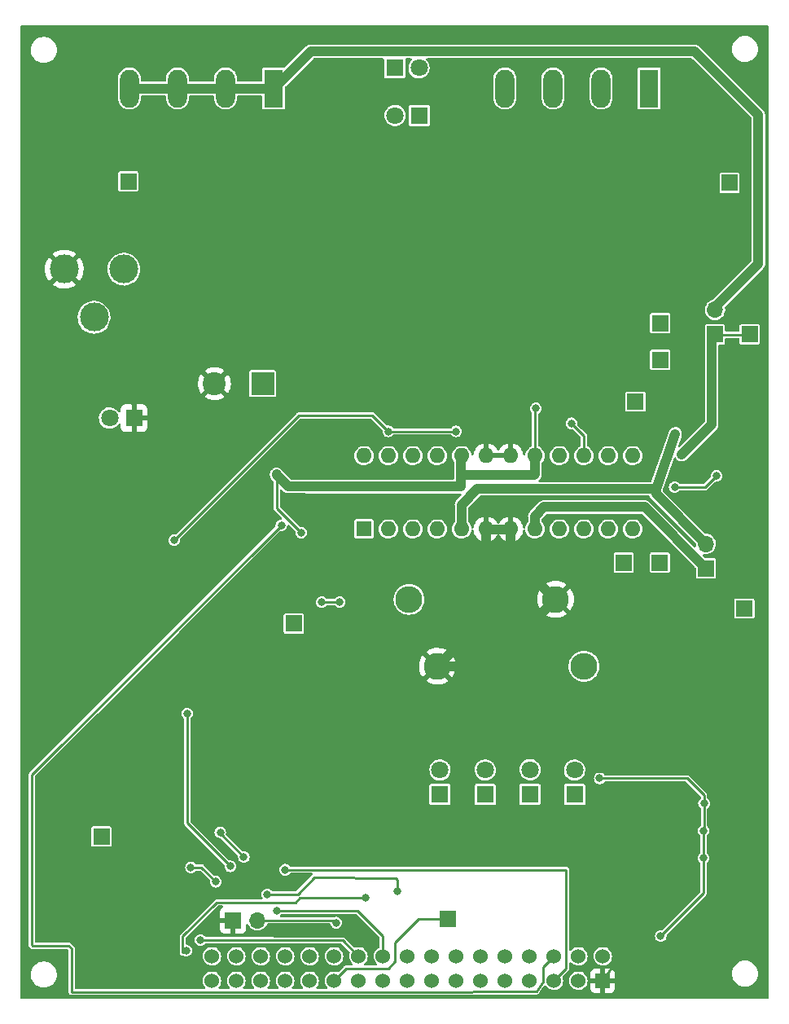
<source format=gbr>
G04 #@! TF.GenerationSoftware,KiCad,Pcbnew,6.0.7-f9a2dced07~116~ubuntu20.04.1*
G04 #@! TF.CreationDate,2022-08-19T20:43:36+02:00*
G04 #@! TF.ProjectId,sboxnet-booster,73626f78-6e65-4742-9d62-6f6f73746572,rev?*
G04 #@! TF.SameCoordinates,Original*
G04 #@! TF.FileFunction,Copper,L2,Bot*
G04 #@! TF.FilePolarity,Positive*
%FSLAX46Y46*%
G04 Gerber Fmt 4.6, Leading zero omitted, Abs format (unit mm)*
G04 Created by KiCad (PCBNEW 6.0.7-f9a2dced07~116~ubuntu20.04.1) date 2022-08-19 20:43:36*
%MOMM*%
%LPD*%
G01*
G04 APERTURE LIST*
G04 #@! TA.AperFunction,ComponentPad*
%ADD10R,1.700000X1.700000*%
G04 #@! TD*
G04 #@! TA.AperFunction,ComponentPad*
%ADD11R,1.980000X3.960000*%
G04 #@! TD*
G04 #@! TA.AperFunction,ComponentPad*
%ADD12O,1.980000X3.960000*%
G04 #@! TD*
G04 #@! TA.AperFunction,ComponentPad*
%ADD13C,1.524000*%
G04 #@! TD*
G04 #@! TA.AperFunction,ComponentPad*
%ADD14R,1.524000X1.524000*%
G04 #@! TD*
G04 #@! TA.AperFunction,ComponentPad*
%ADD15R,1.800000X1.800000*%
G04 #@! TD*
G04 #@! TA.AperFunction,ComponentPad*
%ADD16C,1.800000*%
G04 #@! TD*
G04 #@! TA.AperFunction,ComponentPad*
%ADD17R,1.600000X1.600000*%
G04 #@! TD*
G04 #@! TA.AperFunction,ComponentPad*
%ADD18O,1.600000X1.600000*%
G04 #@! TD*
G04 #@! TA.AperFunction,ComponentPad*
%ADD19C,2.800000*%
G04 #@! TD*
G04 #@! TA.AperFunction,ComponentPad*
%ADD20O,2.800000X2.800000*%
G04 #@! TD*
G04 #@! TA.AperFunction,ComponentPad*
%ADD21C,3.000000*%
G04 #@! TD*
G04 #@! TA.AperFunction,ComponentPad*
%ADD22O,1.700000X1.700000*%
G04 #@! TD*
G04 #@! TA.AperFunction,ComponentPad*
%ADD23R,2.400000X2.400000*%
G04 #@! TD*
G04 #@! TA.AperFunction,ComponentPad*
%ADD24C,2.400000*%
G04 #@! TD*
G04 #@! TA.AperFunction,ViaPad*
%ADD25C,0.800000*%
G04 #@! TD*
G04 #@! TA.AperFunction,Conductor*
%ADD26C,0.250000*%
G04 #@! TD*
G04 #@! TA.AperFunction,Conductor*
%ADD27C,1.000000*%
G04 #@! TD*
G04 APERTURE END LIST*
D10*
X122210000Y-93250000D03*
D11*
X123660000Y-60700000D03*
D12*
X118660000Y-60700000D03*
X113660000Y-60700000D03*
X108660000Y-60700000D03*
D10*
X102750000Y-147000000D03*
X124800000Y-85100000D03*
X66700000Y-138450000D03*
D13*
X118810000Y-150900000D03*
D14*
X118810000Y-153440000D03*
D13*
X116270000Y-150900000D03*
X116270000Y-153440000D03*
X113730000Y-150900000D03*
X113730000Y-153440000D03*
X111190000Y-150900000D03*
X111190000Y-153440000D03*
X108650000Y-150900000D03*
X108650000Y-153440000D03*
X106110000Y-150900000D03*
X106110000Y-153440000D03*
X103570000Y-150900000D03*
X103570000Y-153440000D03*
X101030000Y-150900000D03*
X101030000Y-153440000D03*
X98490000Y-150900000D03*
X98490000Y-153440000D03*
X95950000Y-150900000D03*
X95950000Y-153440000D03*
X93410000Y-150900000D03*
X93410000Y-153440000D03*
X90870000Y-150900000D03*
X90870000Y-153440000D03*
X88330000Y-150900000D03*
X88330000Y-153440000D03*
X85790000Y-150900000D03*
X85790000Y-153440000D03*
X83250000Y-150900000D03*
X83250000Y-153440000D03*
X80710000Y-150900000D03*
X80710000Y-153440000D03*
X78170000Y-150900000D03*
X78170000Y-153440000D03*
D10*
X134100000Y-86250000D03*
D15*
X97175000Y-58550000D03*
D16*
X99715000Y-58550000D03*
D10*
X69500000Y-70350000D03*
D17*
X93995000Y-106480000D03*
D18*
X96535000Y-106480000D03*
X99075000Y-106480000D03*
X101615000Y-106480000D03*
X104155000Y-106480000D03*
X106695000Y-106480000D03*
X109235000Y-106480000D03*
X111775000Y-106480000D03*
X114315000Y-106480000D03*
X116855000Y-106480000D03*
X119395000Y-106480000D03*
X121935000Y-106480000D03*
X121935000Y-98860000D03*
X119395000Y-98860000D03*
X116855000Y-98860000D03*
X114315000Y-98860000D03*
X111775000Y-98860000D03*
X109235000Y-98860000D03*
X106695000Y-98860000D03*
X104155000Y-98860000D03*
X101615000Y-98860000D03*
X99075000Y-98860000D03*
X96535000Y-98860000D03*
X93995000Y-98860000D03*
D19*
X113920000Y-113800000D03*
D20*
X98680000Y-113800000D03*
D15*
X70075000Y-94950000D03*
D16*
X67535000Y-94950000D03*
D21*
X69030000Y-79480000D03*
X65930000Y-84480000D03*
X62830000Y-79480000D03*
D10*
X132000000Y-70500000D03*
D19*
X101630000Y-120750000D03*
D20*
X116870000Y-120750000D03*
D15*
X115900000Y-134075000D03*
D16*
X115900000Y-131535000D03*
D10*
X124800000Y-88900000D03*
X124750000Y-109982000D03*
D15*
X101900000Y-134075000D03*
D16*
X101900000Y-131535000D03*
D10*
X121000000Y-109982000D03*
D11*
X84600000Y-60700000D03*
D12*
X79600000Y-60700000D03*
X74600000Y-60700000D03*
X69600000Y-60700000D03*
D10*
X130490000Y-86250000D03*
D22*
X130490000Y-83710000D03*
D23*
X83453959Y-91380000D03*
D24*
X78453959Y-91380000D03*
D10*
X86700000Y-116300000D03*
X133550000Y-114750000D03*
D15*
X99750000Y-63500000D03*
D16*
X97210000Y-63500000D03*
D10*
X129550000Y-110575000D03*
D22*
X129550000Y-108035000D03*
D15*
X111250000Y-134050000D03*
D16*
X111250000Y-131510000D03*
D15*
X106600000Y-134075000D03*
D16*
X106600000Y-131535000D03*
D10*
X80375000Y-147150000D03*
D22*
X82915000Y-147150000D03*
D25*
X96025000Y-112350000D03*
X87612500Y-111587500D03*
X74625000Y-122800000D03*
X64700000Y-149800000D03*
X78800000Y-144500000D03*
X74700000Y-152550000D03*
X85400000Y-106100000D03*
X94200000Y-144850000D03*
X118500000Y-132400000D03*
X124850000Y-148790000D03*
X129350000Y-135007500D03*
X75500000Y-150300000D03*
X129300000Y-140692500D03*
X129300000Y-137857500D03*
X84900000Y-146150000D03*
X80100000Y-141550000D03*
X75600000Y-125650000D03*
X74256250Y-107656250D03*
X103580000Y-96340000D03*
X96515000Y-96340000D03*
X78600000Y-143150000D03*
X97500000Y-144150000D03*
X76000000Y-141650000D03*
X83950000Y-144450000D03*
X89600000Y-114100000D03*
X91475000Y-114075000D03*
X84912500Y-100812500D03*
X111775000Y-100785000D03*
X126300000Y-102130000D03*
X87450000Y-106850000D03*
X111875000Y-93950000D03*
X130650000Y-100975000D03*
X85800000Y-141900000D03*
X81500000Y-140600000D03*
X79050000Y-138000000D03*
X91100000Y-147400000D03*
X126350000Y-96600000D03*
X127050000Y-98750000D03*
X115570000Y-95504000D03*
X77000000Y-149200000D03*
D26*
X74700000Y-148600000D02*
X78800000Y-144500000D01*
X74625000Y-122800000D02*
X77900000Y-122800000D01*
D27*
X106675000Y-106500000D02*
X106675000Y-115705000D01*
D26*
X74700000Y-152550000D02*
X74700000Y-148600000D01*
D27*
X101630000Y-120750000D02*
X106970000Y-120750000D01*
D26*
X123700000Y-146150000D02*
X118810000Y-153440000D01*
X88312754Y-134987246D02*
X92325508Y-139000000D01*
X82450000Y-118250000D02*
X87612500Y-113087500D01*
X77900000Y-122800000D02*
X77962754Y-122737246D01*
X77962754Y-122737246D02*
X82450000Y-118250000D01*
X66050000Y-152550000D02*
X74700000Y-152550000D01*
D27*
X109215000Y-109095000D02*
X113920000Y-113800000D01*
D26*
X77962754Y-122737246D02*
X77962754Y-123037246D01*
X87612500Y-113087500D02*
X87612500Y-111587500D01*
D27*
X109215000Y-106500000D02*
X109215000Y-109095000D01*
X106675000Y-106500000D02*
X109215000Y-106500000D01*
D26*
X78800000Y-144500000D02*
X88312754Y-134987246D01*
X92325508Y-139000000D02*
X123700000Y-139000000D01*
X77962754Y-124637246D02*
X88312754Y-134987246D01*
X77962754Y-123037246D02*
X77962754Y-124637246D01*
X64700000Y-149800000D02*
X66050000Y-152550000D01*
X96025000Y-112350000D02*
X90125000Y-118250000D01*
D27*
X106675000Y-115705000D02*
X101630000Y-120750000D01*
D26*
X90125000Y-118250000D02*
X82450000Y-118250000D01*
D27*
X106970000Y-120750000D02*
X113920000Y-113800000D01*
D26*
X123700000Y-139000000D02*
X123700000Y-146150000D01*
X112643000Y-153557000D02*
X112643000Y-151987000D01*
X63600000Y-154600000D02*
X98500000Y-154600000D01*
X59500000Y-149800000D02*
X63300000Y-149800000D01*
X63300000Y-149800000D02*
X63600000Y-150100000D01*
X59450000Y-132050000D02*
X59450000Y-149750000D01*
X59450000Y-149750000D02*
X59500000Y-149800000D01*
X111900000Y-154550000D02*
X112643000Y-153557000D01*
X112643000Y-151987000D02*
X113730000Y-150900000D01*
X85400000Y-106100000D02*
X59450000Y-132050000D01*
X63600000Y-150100000D02*
X63600000Y-154600000D01*
X98500000Y-154600000D02*
X111900000Y-154550000D01*
X129300000Y-137857500D02*
X129300000Y-140692500D01*
X118500000Y-132400000D02*
X127600000Y-132400000D01*
X127600000Y-132400000D02*
X129350000Y-134150000D01*
X94200000Y-144850000D02*
X87336396Y-144850000D01*
X75300000Y-150500000D02*
X75500000Y-150300000D01*
X75150000Y-150500000D02*
X75300000Y-150500000D01*
X129350000Y-137807500D02*
X129300000Y-137857500D01*
X124850000Y-148790000D02*
X129300000Y-144340000D01*
X129350000Y-135007500D02*
X129350000Y-137807500D01*
X129350000Y-134150000D02*
X129350000Y-135007500D01*
X86900000Y-145286396D02*
X78650000Y-145286396D01*
X75150000Y-148786396D02*
X75150000Y-150500000D01*
X129300000Y-144340000D02*
X129300000Y-140692500D01*
X78650000Y-145286396D02*
X75150000Y-148786396D01*
X87336396Y-144850000D02*
X86900000Y-145286396D01*
X93300000Y-146150000D02*
X95950000Y-148800000D01*
X84900000Y-146150000D02*
X93300000Y-146150000D01*
X75600000Y-137050000D02*
X80100000Y-141550000D01*
X95950000Y-148800000D02*
X95950000Y-150900000D01*
X75600000Y-125650000D02*
X75600000Y-137050000D01*
X87212500Y-94700000D02*
X94875000Y-94700000D01*
X96515000Y-96340000D02*
X103580000Y-96340000D01*
X74256250Y-107656250D02*
X87212500Y-94700000D01*
X94875000Y-94700000D02*
X96515000Y-96340000D01*
X97300000Y-142750000D02*
X97500000Y-142950000D01*
X89600000Y-114100000D02*
X91450000Y-114100000D01*
X76000000Y-141650000D02*
X77100000Y-141650000D01*
X88850000Y-142700000D02*
X97300000Y-142750000D01*
X83950000Y-144450000D02*
X87100000Y-144450000D01*
X97500000Y-142950000D02*
X97500000Y-144150000D01*
X77100000Y-141650000D02*
X78600000Y-143150000D01*
X87100000Y-144450000D02*
X88850000Y-142700000D01*
D27*
X86110000Y-102070000D02*
X104060000Y-102090000D01*
X111656277Y-100903723D02*
X111775000Y-100785000D01*
X84912500Y-100872500D02*
X86110000Y-102070000D01*
D26*
X126300000Y-102130000D02*
X129495000Y-102130000D01*
X84912500Y-104312500D02*
X87450000Y-106850000D01*
X84912500Y-100812500D02*
X84912500Y-104312500D01*
D27*
X104053723Y-100903723D02*
X104050000Y-100200000D01*
D26*
X111875000Y-93950000D02*
X111775000Y-94050000D01*
X111775000Y-94050000D02*
X111775000Y-98860000D01*
D27*
X104050000Y-100200000D02*
X104050000Y-99100000D01*
D26*
X129495000Y-102130000D02*
X130650000Y-100975000D01*
D27*
X84912500Y-100812500D02*
X84912500Y-100872500D01*
X104053723Y-100903723D02*
X111656277Y-100903723D01*
X111775000Y-100785000D02*
X111775000Y-98860000D01*
X104060000Y-102090000D02*
X104053723Y-100903723D01*
D26*
X113730000Y-153440000D02*
X115000000Y-152170000D01*
X79050000Y-138000000D02*
X79050000Y-138150000D01*
X115000000Y-141900000D02*
X85800000Y-141900000D01*
X79050000Y-138150000D02*
X81500000Y-140600000D01*
X115000000Y-152170000D02*
X115000000Y-141900000D01*
X82915000Y-147150000D02*
X90850000Y-147150000D01*
X90850000Y-147150000D02*
X91100000Y-147400000D01*
X92110000Y-152200000D02*
X96500000Y-152200000D01*
X97250000Y-149450000D02*
X99700000Y-147000000D01*
X96500000Y-152200000D02*
X97250000Y-151450000D01*
X90870000Y-153440000D02*
X92110000Y-152200000D01*
X97250000Y-151450000D02*
X97250000Y-149450000D01*
X99700000Y-147000000D02*
X102750000Y-147000000D01*
D27*
X105800000Y-102300000D02*
X104135000Y-103965000D01*
X104135000Y-103965000D02*
X104135000Y-106500000D01*
X124350000Y-102835000D02*
X129550000Y-108035000D01*
X124350000Y-102300000D02*
X105800000Y-102300000D01*
X126350000Y-96600000D02*
X124350000Y-102300000D01*
X124350000Y-102300000D02*
X124350000Y-102835000D01*
X84600000Y-60700000D02*
X88450000Y-56850000D01*
X88450000Y-56850000D02*
X128380000Y-56850000D01*
X128380000Y-56850000D02*
X135000000Y-63470000D01*
X135000000Y-78910000D02*
X130150000Y-83760000D01*
X69600000Y-60700000D02*
X84600000Y-60700000D01*
X135000000Y-63470000D02*
X135000000Y-78910000D01*
D26*
X134050000Y-86300000D02*
X134100000Y-86250000D01*
D27*
X130150000Y-95650000D02*
X130150000Y-86300000D01*
D26*
X130150000Y-86300000D02*
X134050000Y-86300000D01*
D27*
X127050000Y-98750000D02*
X130150000Y-95650000D01*
X111755000Y-106500000D02*
X111755000Y-105145000D01*
X112700000Y-104200000D02*
X123175000Y-104200000D01*
X111755000Y-105145000D02*
X112700000Y-104200000D01*
X123175000Y-104200000D02*
X129550000Y-110575000D01*
D26*
X116855000Y-96789000D02*
X116855000Y-98860000D01*
X115570000Y-95504000D02*
X116855000Y-96789000D01*
X77000000Y-149200000D02*
X91755000Y-149245000D01*
X91755000Y-149245000D02*
X93410000Y-150900000D01*
G04 #@! TA.AperFunction,Conductor*
G36*
X110600000Y-106419286D02*
G01*
X110567367Y-106399720D01*
X110535880Y-106336087D01*
X110534459Y-106325268D01*
X110528528Y-106257480D01*
X110526625Y-106246688D01*
X110470236Y-106036239D01*
X110466490Y-106025947D01*
X110374414Y-105828489D01*
X110368931Y-105818993D01*
X110243972Y-105640533D01*
X110236916Y-105632125D01*
X110082875Y-105478084D01*
X110074467Y-105471028D01*
X109896007Y-105346069D01*
X109886511Y-105340586D01*
X109689053Y-105248510D01*
X109678761Y-105244764D01*
X109506497Y-105198606D01*
X109492401Y-105198942D01*
X109489000Y-105206884D01*
X109489000Y-107747967D01*
X109492973Y-107761498D01*
X109501522Y-107762727D01*
X109678761Y-107715236D01*
X109689053Y-107711490D01*
X109886511Y-107619414D01*
X109896007Y-107613931D01*
X110074467Y-107488972D01*
X110082875Y-107481916D01*
X110236916Y-107327875D01*
X110243972Y-107319467D01*
X110368931Y-107141007D01*
X110374414Y-107131511D01*
X110466490Y-106934053D01*
X110470236Y-106923761D01*
X110526625Y-106713312D01*
X110528530Y-106702509D01*
X110533658Y-106643902D01*
X110559521Y-106577784D01*
X110600000Y-106548472D01*
X110600000Y-108200000D01*
X126184344Y-108200000D01*
X127350000Y-109365656D01*
X127350000Y-129800000D01*
X84200000Y-129800000D01*
X84200000Y-122267806D01*
X100477361Y-122267806D01*
X100484751Y-122278108D01*
X100526630Y-122312203D01*
X100533909Y-122317318D01*
X100757756Y-122452085D01*
X100765670Y-122456118D01*
X101006286Y-122558006D01*
X101014691Y-122560883D01*
X101267257Y-122627850D01*
X101275989Y-122629516D01*
X101535474Y-122660227D01*
X101544340Y-122660645D01*
X101805561Y-122654490D01*
X101814414Y-122653653D01*
X102072162Y-122610752D01*
X102080796Y-122608679D01*
X102329930Y-122529888D01*
X102338192Y-122526617D01*
X102573731Y-122413513D01*
X102581455Y-122409107D01*
X102775268Y-122279606D01*
X102783556Y-122269688D01*
X102776299Y-122255509D01*
X101642812Y-121122022D01*
X101628868Y-121114408D01*
X101627035Y-121114539D01*
X101620420Y-121118790D01*
X100484527Y-122254683D01*
X100477361Y-122267806D01*
X84200000Y-122267806D01*
X84200000Y-120694367D01*
X99718245Y-120694367D01*
X99728503Y-120955459D01*
X99729478Y-120964288D01*
X99776422Y-121221332D01*
X99778631Y-121229934D01*
X99861324Y-121477796D01*
X99864728Y-121486014D01*
X99981519Y-121719750D01*
X99986043Y-121727398D01*
X100101352Y-121894235D01*
X100111673Y-121902589D01*
X100125323Y-121895467D01*
X101257978Y-120762812D01*
X101264356Y-120751132D01*
X101994408Y-120751132D01*
X101994539Y-120752965D01*
X101998790Y-120759580D01*
X103135517Y-121896307D01*
X103148917Y-121903624D01*
X103158821Y-121896637D01*
X103174686Y-121877763D01*
X103179905Y-121870580D01*
X103318171Y-121648876D01*
X103322333Y-121641017D01*
X103427988Y-121402030D01*
X103430994Y-121393680D01*
X103501921Y-121142192D01*
X103503722Y-121133499D01*
X103538672Y-120873292D01*
X103539200Y-120866899D01*
X103542773Y-120753222D01*
X103542709Y-120750000D01*
X115264551Y-120750000D01*
X115284317Y-121001148D01*
X115285471Y-121005955D01*
X115285472Y-121005961D01*
X115312560Y-121118790D01*
X115343127Y-121246111D01*
X115345020Y-121250682D01*
X115345021Y-121250684D01*
X115407711Y-121402030D01*
X115439534Y-121478859D01*
X115571164Y-121693659D01*
X115574376Y-121697419D01*
X115574379Y-121697424D01*
X115719256Y-121867052D01*
X115734776Y-121885224D01*
X115738538Y-121888437D01*
X115922576Y-122045621D01*
X115922581Y-122045624D01*
X115926341Y-122048836D01*
X116141141Y-122180466D01*
X116145711Y-122182359D01*
X116145715Y-122182361D01*
X116369316Y-122274979D01*
X116373889Y-122276873D01*
X116458289Y-122297135D01*
X116614039Y-122334528D01*
X116614045Y-122334529D01*
X116618852Y-122335683D01*
X116870000Y-122355449D01*
X117121148Y-122335683D01*
X117125955Y-122334529D01*
X117125961Y-122334528D01*
X117281711Y-122297135D01*
X117366111Y-122276873D01*
X117370684Y-122274979D01*
X117594285Y-122182361D01*
X117594289Y-122182359D01*
X117598859Y-122180466D01*
X117813659Y-122048836D01*
X117817419Y-122045624D01*
X117817424Y-122045621D01*
X118001462Y-121888437D01*
X118005224Y-121885224D01*
X118020744Y-121867052D01*
X118165621Y-121697424D01*
X118165624Y-121697419D01*
X118168836Y-121693659D01*
X118300466Y-121478859D01*
X118332290Y-121402030D01*
X118394979Y-121250684D01*
X118394980Y-121250682D01*
X118396873Y-121246111D01*
X118427440Y-121118790D01*
X118454528Y-121005961D01*
X118454529Y-121005955D01*
X118455683Y-121001148D01*
X118475449Y-120750000D01*
X118455683Y-120498852D01*
X118450226Y-120476119D01*
X118398028Y-120258701D01*
X118396873Y-120253889D01*
X118379582Y-120212144D01*
X118302361Y-120025715D01*
X118302359Y-120025711D01*
X118300466Y-120021141D01*
X118168836Y-119806341D01*
X118165624Y-119802581D01*
X118165621Y-119802576D01*
X118008437Y-119618538D01*
X118005224Y-119614776D01*
X117985602Y-119598017D01*
X117817424Y-119454379D01*
X117817419Y-119454376D01*
X117813659Y-119451164D01*
X117598859Y-119319534D01*
X117594289Y-119317641D01*
X117594285Y-119317639D01*
X117370684Y-119225021D01*
X117370682Y-119225020D01*
X117366111Y-119223127D01*
X117281711Y-119202865D01*
X117125961Y-119165472D01*
X117125955Y-119165471D01*
X117121148Y-119164317D01*
X116870000Y-119144551D01*
X116618852Y-119164317D01*
X116614045Y-119165471D01*
X116614039Y-119165472D01*
X116458289Y-119202865D01*
X116373889Y-119223127D01*
X116369318Y-119225020D01*
X116369316Y-119225021D01*
X116145715Y-119317639D01*
X116145711Y-119317641D01*
X116141141Y-119319534D01*
X115926341Y-119451164D01*
X115922581Y-119454376D01*
X115922576Y-119454379D01*
X115754398Y-119598017D01*
X115734776Y-119614776D01*
X115731563Y-119618538D01*
X115574379Y-119802576D01*
X115574376Y-119802581D01*
X115571164Y-119806341D01*
X115439534Y-120021141D01*
X115437641Y-120025711D01*
X115437639Y-120025715D01*
X115360418Y-120212144D01*
X115343127Y-120253889D01*
X115341972Y-120258701D01*
X115289775Y-120476119D01*
X115284317Y-120498852D01*
X115264551Y-120750000D01*
X103542709Y-120750000D01*
X103542646Y-120746779D01*
X103524106Y-120484923D01*
X103522853Y-120476119D01*
X103467858Y-120220677D01*
X103465379Y-120212144D01*
X103374941Y-119967002D01*
X103371286Y-119958907D01*
X103247206Y-119728947D01*
X103242447Y-119721449D01*
X103157759Y-119606790D01*
X103146631Y-119598348D01*
X103134038Y-119605172D01*
X102002022Y-120737188D01*
X101994408Y-120751132D01*
X101264356Y-120751132D01*
X101265592Y-120748868D01*
X101265461Y-120747035D01*
X101261210Y-120740420D01*
X100125819Y-119605029D01*
X100112978Y-119598017D01*
X100102289Y-119605813D01*
X100050663Y-119671299D01*
X100045658Y-119678663D01*
X99914420Y-119904605D01*
X99910516Y-119912575D01*
X99812420Y-120154763D01*
X99809676Y-120163207D01*
X99746683Y-120416800D01*
X99745156Y-120425551D01*
X99718524Y-120685483D01*
X99718245Y-120694367D01*
X84200000Y-120694367D01*
X84200000Y-119232688D01*
X100478045Y-119232688D01*
X100485025Y-119245815D01*
X101617188Y-120377978D01*
X101631132Y-120385592D01*
X101632965Y-120385461D01*
X101639580Y-120381210D01*
X102774804Y-119245986D01*
X102781658Y-119233434D01*
X102773450Y-119222363D01*
X102683762Y-119153916D01*
X102676313Y-119149023D01*
X102448353Y-119021359D01*
X102440303Y-119017571D01*
X102196617Y-118923295D01*
X102188127Y-118920683D01*
X101933578Y-118861683D01*
X101924800Y-118860293D01*
X101664478Y-118837746D01*
X101655607Y-118837606D01*
X101394696Y-118851965D01*
X101385886Y-118853079D01*
X101129607Y-118904055D01*
X101121050Y-118906396D01*
X100874496Y-118992980D01*
X100866362Y-118996500D01*
X100634477Y-119116955D01*
X100626905Y-119121594D01*
X100486447Y-119221967D01*
X100478045Y-119232688D01*
X84200000Y-119232688D01*
X84200000Y-117169748D01*
X85649500Y-117169748D01*
X85661133Y-117228231D01*
X85705448Y-117294552D01*
X85771769Y-117338867D01*
X85783938Y-117341288D01*
X85783939Y-117341288D01*
X85824184Y-117349293D01*
X85830252Y-117350500D01*
X87569748Y-117350500D01*
X87575816Y-117349293D01*
X87616061Y-117341288D01*
X87616062Y-117341288D01*
X87628231Y-117338867D01*
X87694552Y-117294552D01*
X87738867Y-117228231D01*
X87750500Y-117169748D01*
X87750500Y-115430252D01*
X87738867Y-115371769D01*
X87694552Y-115305448D01*
X87628231Y-115261133D01*
X87616062Y-115258712D01*
X87616061Y-115258712D01*
X87575816Y-115250707D01*
X87569748Y-115249500D01*
X85830252Y-115249500D01*
X85824184Y-115250707D01*
X85783939Y-115258712D01*
X85783938Y-115258712D01*
X85771769Y-115261133D01*
X85705448Y-115305448D01*
X85661133Y-115371769D01*
X85649500Y-115430252D01*
X85649500Y-117169748D01*
X84200000Y-117169748D01*
X84200000Y-114100000D01*
X88994318Y-114100000D01*
X89014956Y-114256762D01*
X89075464Y-114402841D01*
X89171718Y-114528282D01*
X89178264Y-114533305D01*
X89207918Y-114556059D01*
X89297159Y-114624536D01*
X89443238Y-114685044D01*
X89600000Y-114705682D01*
X89608188Y-114704604D01*
X89748574Y-114686122D01*
X89756762Y-114685044D01*
X89902841Y-114624536D01*
X89992082Y-114556059D01*
X90021736Y-114533305D01*
X90028282Y-114528282D01*
X90069323Y-114474796D01*
X90126661Y-114432929D01*
X90169286Y-114425500D01*
X90924897Y-114425500D01*
X90993018Y-114445502D01*
X91024860Y-114474796D01*
X91046718Y-114503282D01*
X91172159Y-114599536D01*
X91318238Y-114660044D01*
X91475000Y-114680682D01*
X91483188Y-114679604D01*
X91623574Y-114661122D01*
X91631762Y-114660044D01*
X91777841Y-114599536D01*
X91903282Y-114503282D01*
X91999536Y-114377841D01*
X92060044Y-114231762D01*
X92080682Y-114075000D01*
X92060044Y-113918238D01*
X92011068Y-113800000D01*
X97074551Y-113800000D01*
X97094317Y-114051148D01*
X97095471Y-114055955D01*
X97095472Y-114055961D01*
X97122560Y-114168790D01*
X97153127Y-114296111D01*
X97155020Y-114300682D01*
X97155021Y-114300684D01*
X97246584Y-114521736D01*
X97249534Y-114528859D01*
X97252120Y-114533079D01*
X97253919Y-114536014D01*
X97381164Y-114743659D01*
X97384376Y-114747419D01*
X97384379Y-114747424D01*
X97529256Y-114917052D01*
X97544776Y-114935224D01*
X97548538Y-114938437D01*
X97732576Y-115095621D01*
X97732581Y-115095624D01*
X97736341Y-115098836D01*
X97951141Y-115230466D01*
X97955711Y-115232359D01*
X97955715Y-115232361D01*
X98179316Y-115324979D01*
X98183889Y-115326873D01*
X98268289Y-115347135D01*
X98424039Y-115384528D01*
X98424045Y-115384529D01*
X98428852Y-115385683D01*
X98680000Y-115405449D01*
X98931148Y-115385683D01*
X98935955Y-115384529D01*
X98935961Y-115384528D01*
X99091711Y-115347135D01*
X99176111Y-115326873D01*
X99180684Y-115324979D01*
X99198001Y-115317806D01*
X112767361Y-115317806D01*
X112774751Y-115328108D01*
X112816630Y-115362203D01*
X112823909Y-115367318D01*
X113047756Y-115502085D01*
X113055670Y-115506118D01*
X113296286Y-115608006D01*
X113304691Y-115610883D01*
X113557257Y-115677850D01*
X113565989Y-115679516D01*
X113825474Y-115710227D01*
X113834340Y-115710645D01*
X114095561Y-115704490D01*
X114104414Y-115703653D01*
X114362162Y-115660752D01*
X114370796Y-115658679D01*
X114619930Y-115579888D01*
X114628192Y-115576617D01*
X114863731Y-115463513D01*
X114871455Y-115459107D01*
X115065268Y-115329606D01*
X115073556Y-115319688D01*
X115066299Y-115305509D01*
X113932812Y-114172022D01*
X113918868Y-114164408D01*
X113917035Y-114164539D01*
X113910420Y-114168790D01*
X112774527Y-115304683D01*
X112767361Y-115317806D01*
X99198001Y-115317806D01*
X99404285Y-115232361D01*
X99404289Y-115232359D01*
X99408859Y-115230466D01*
X99623659Y-115098836D01*
X99627419Y-115095624D01*
X99627424Y-115095621D01*
X99811462Y-114938437D01*
X99815224Y-114935224D01*
X99830744Y-114917052D01*
X99975621Y-114747424D01*
X99975624Y-114747419D01*
X99978836Y-114743659D01*
X100106081Y-114536014D01*
X100107880Y-114533079D01*
X100110466Y-114528859D01*
X100113417Y-114521736D01*
X100204979Y-114300684D01*
X100204980Y-114300682D01*
X100206873Y-114296111D01*
X100237440Y-114168790D01*
X100264528Y-114055961D01*
X100264529Y-114055955D01*
X100265683Y-114051148D01*
X100285449Y-113800000D01*
X100281071Y-113744367D01*
X112008245Y-113744367D01*
X112018503Y-114005459D01*
X112019478Y-114014288D01*
X112066422Y-114271332D01*
X112068631Y-114279934D01*
X112151324Y-114527796D01*
X112154728Y-114536014D01*
X112271519Y-114769750D01*
X112276043Y-114777398D01*
X112391352Y-114944235D01*
X112401673Y-114952589D01*
X112415323Y-114945467D01*
X113547978Y-113812812D01*
X113554356Y-113801132D01*
X114284408Y-113801132D01*
X114284539Y-113802965D01*
X114288790Y-113809580D01*
X115425517Y-114946307D01*
X115438917Y-114953624D01*
X115448821Y-114946637D01*
X115464686Y-114927763D01*
X115469905Y-114920580D01*
X115608171Y-114698876D01*
X115612333Y-114691017D01*
X115717988Y-114452030D01*
X115720994Y-114443680D01*
X115791921Y-114192192D01*
X115793722Y-114183499D01*
X115828672Y-113923292D01*
X115829200Y-113916899D01*
X115832773Y-113803222D01*
X115832646Y-113796779D01*
X115814106Y-113534923D01*
X115812853Y-113526119D01*
X115757858Y-113270677D01*
X115755379Y-113262144D01*
X115664941Y-113017002D01*
X115661286Y-113008907D01*
X115537206Y-112778947D01*
X115532447Y-112771449D01*
X115447759Y-112656790D01*
X115436631Y-112648348D01*
X115424038Y-112655172D01*
X114292022Y-113787188D01*
X114284408Y-113801132D01*
X113554356Y-113801132D01*
X113555592Y-113798868D01*
X113555461Y-113797035D01*
X113551210Y-113790420D01*
X112415819Y-112655029D01*
X112402978Y-112648017D01*
X112392289Y-112655813D01*
X112340663Y-112721299D01*
X112335658Y-112728663D01*
X112204420Y-112954605D01*
X112200516Y-112962575D01*
X112102420Y-113204763D01*
X112099676Y-113213207D01*
X112036683Y-113466800D01*
X112035156Y-113475551D01*
X112008524Y-113735483D01*
X112008245Y-113744367D01*
X100281071Y-113744367D01*
X100265683Y-113548852D01*
X100260226Y-113526119D01*
X100208028Y-113308701D01*
X100206873Y-113303889D01*
X100189582Y-113262144D01*
X100112361Y-113075715D01*
X100112359Y-113075711D01*
X100110466Y-113071141D01*
X99978836Y-112856341D01*
X99975624Y-112852581D01*
X99975621Y-112852576D01*
X99818437Y-112668538D01*
X99815224Y-112664776D01*
X99795602Y-112648017D01*
X99627424Y-112504379D01*
X99627419Y-112504376D01*
X99623659Y-112501164D01*
X99408859Y-112369534D01*
X99404289Y-112367641D01*
X99404285Y-112367639D01*
X99199194Y-112282688D01*
X112768045Y-112282688D01*
X112775025Y-112295815D01*
X113907188Y-113427978D01*
X113921132Y-113435592D01*
X113922965Y-113435461D01*
X113929580Y-113431210D01*
X115064804Y-112295986D01*
X115071658Y-112283434D01*
X115063450Y-112272363D01*
X114973762Y-112203916D01*
X114966313Y-112199023D01*
X114738353Y-112071359D01*
X114730303Y-112067571D01*
X114486617Y-111973295D01*
X114478127Y-111970683D01*
X114223578Y-111911683D01*
X114214800Y-111910293D01*
X113954478Y-111887746D01*
X113945607Y-111887606D01*
X113684696Y-111901965D01*
X113675886Y-111903079D01*
X113419607Y-111954055D01*
X113411050Y-111956396D01*
X113164496Y-112042980D01*
X113156362Y-112046500D01*
X112924477Y-112166955D01*
X112916905Y-112171594D01*
X112776447Y-112271967D01*
X112768045Y-112282688D01*
X99199194Y-112282688D01*
X99180684Y-112275021D01*
X99180682Y-112275020D01*
X99176111Y-112273127D01*
X99091711Y-112252865D01*
X98935961Y-112215472D01*
X98935955Y-112215471D01*
X98931148Y-112214317D01*
X98680000Y-112194551D01*
X98428852Y-112214317D01*
X98424045Y-112215471D01*
X98424039Y-112215472D01*
X98268289Y-112252865D01*
X98183889Y-112273127D01*
X98179318Y-112275020D01*
X98179316Y-112275021D01*
X97955715Y-112367639D01*
X97955711Y-112367641D01*
X97951141Y-112369534D01*
X97736341Y-112501164D01*
X97732581Y-112504376D01*
X97732576Y-112504379D01*
X97564398Y-112648017D01*
X97544776Y-112664776D01*
X97541563Y-112668538D01*
X97384379Y-112852576D01*
X97384376Y-112852581D01*
X97381164Y-112856341D01*
X97249534Y-113071141D01*
X97247641Y-113075711D01*
X97247639Y-113075715D01*
X97170418Y-113262144D01*
X97153127Y-113303889D01*
X97151972Y-113308701D01*
X97099775Y-113526119D01*
X97094317Y-113548852D01*
X97074551Y-113800000D01*
X92011068Y-113800000D01*
X91999536Y-113772159D01*
X91903282Y-113646718D01*
X91777841Y-113550464D01*
X91631762Y-113489956D01*
X91475000Y-113469318D01*
X91318238Y-113489956D01*
X91172159Y-113550464D01*
X91046718Y-113646718D01*
X91041695Y-113653264D01*
X90986494Y-113725204D01*
X90929156Y-113767071D01*
X90886531Y-113774500D01*
X90169286Y-113774500D01*
X90101165Y-113754498D01*
X90069323Y-113725204D01*
X90033305Y-113678264D01*
X90028282Y-113671718D01*
X89902841Y-113575464D01*
X89756762Y-113514956D01*
X89600000Y-113494318D01*
X89443238Y-113514956D01*
X89297159Y-113575464D01*
X89171718Y-113671718D01*
X89075464Y-113797159D01*
X89014956Y-113943238D01*
X88994318Y-114100000D01*
X84200000Y-114100000D01*
X84200000Y-110851748D01*
X119949500Y-110851748D01*
X119961133Y-110910231D01*
X120005448Y-110976552D01*
X120071769Y-111020867D01*
X120083938Y-111023288D01*
X120083939Y-111023288D01*
X120124184Y-111031293D01*
X120130252Y-111032500D01*
X121869748Y-111032500D01*
X121875816Y-111031293D01*
X121916061Y-111023288D01*
X121916062Y-111023288D01*
X121928231Y-111020867D01*
X121994552Y-110976552D01*
X122038867Y-110910231D01*
X122050500Y-110851748D01*
X123699500Y-110851748D01*
X123711133Y-110910231D01*
X123755448Y-110976552D01*
X123821769Y-111020867D01*
X123833938Y-111023288D01*
X123833939Y-111023288D01*
X123874184Y-111031293D01*
X123880252Y-111032500D01*
X125619748Y-111032500D01*
X125625816Y-111031293D01*
X125666061Y-111023288D01*
X125666062Y-111023288D01*
X125678231Y-111020867D01*
X125744552Y-110976552D01*
X125788867Y-110910231D01*
X125800500Y-110851748D01*
X125800500Y-109112252D01*
X125788867Y-109053769D01*
X125744552Y-108987448D01*
X125678231Y-108943133D01*
X125666062Y-108940712D01*
X125666061Y-108940712D01*
X125625816Y-108932707D01*
X125619748Y-108931500D01*
X123880252Y-108931500D01*
X123874184Y-108932707D01*
X123833939Y-108940712D01*
X123833938Y-108940712D01*
X123821769Y-108943133D01*
X123755448Y-108987448D01*
X123711133Y-109053769D01*
X123699500Y-109112252D01*
X123699500Y-110851748D01*
X122050500Y-110851748D01*
X122050500Y-109112252D01*
X122038867Y-109053769D01*
X121994552Y-108987448D01*
X121928231Y-108943133D01*
X121916062Y-108940712D01*
X121916061Y-108940712D01*
X121875816Y-108932707D01*
X121869748Y-108931500D01*
X120130252Y-108931500D01*
X120124184Y-108932707D01*
X120083939Y-108940712D01*
X120083938Y-108940712D01*
X120071769Y-108943133D01*
X120005448Y-108987448D01*
X119961133Y-109053769D01*
X119949500Y-109112252D01*
X119949500Y-110851748D01*
X84200000Y-110851748D01*
X84200000Y-107850000D01*
X105200000Y-107850000D01*
X105200000Y-106544829D01*
X105232269Y-106523301D01*
X105303255Y-106522084D01*
X105363630Y-106559439D01*
X105394225Y-106623505D01*
X105395354Y-106632590D01*
X105401472Y-106702520D01*
X105403375Y-106713312D01*
X105459764Y-106923761D01*
X105463510Y-106934053D01*
X105555586Y-107131511D01*
X105561069Y-107141007D01*
X105686028Y-107319467D01*
X105693084Y-107327875D01*
X105847125Y-107481916D01*
X105855533Y-107488972D01*
X106033993Y-107613931D01*
X106043489Y-107619414D01*
X106240947Y-107711490D01*
X106251239Y-107715236D01*
X106423503Y-107761394D01*
X106437599Y-107761058D01*
X106441000Y-107753116D01*
X106441000Y-107747967D01*
X106949000Y-107747967D01*
X106952973Y-107761498D01*
X106961522Y-107762727D01*
X107138761Y-107715236D01*
X107149053Y-107711490D01*
X107346511Y-107619414D01*
X107356007Y-107613931D01*
X107534467Y-107488972D01*
X107542875Y-107481916D01*
X107696916Y-107327875D01*
X107703972Y-107319467D01*
X107828931Y-107141007D01*
X107834414Y-107131511D01*
X107850805Y-107096359D01*
X107897722Y-107043074D01*
X107965999Y-107023613D01*
X108033959Y-107044155D01*
X108079195Y-107096359D01*
X108095586Y-107131511D01*
X108101069Y-107141007D01*
X108226028Y-107319467D01*
X108233084Y-107327875D01*
X108387125Y-107481916D01*
X108395533Y-107488972D01*
X108573993Y-107613931D01*
X108583489Y-107619414D01*
X108780947Y-107711490D01*
X108791239Y-107715236D01*
X108963503Y-107761394D01*
X108977599Y-107761058D01*
X108981000Y-107753116D01*
X108981000Y-106752115D01*
X108976525Y-106736876D01*
X108975135Y-106735671D01*
X108967452Y-106734000D01*
X106967115Y-106734000D01*
X106951876Y-106738475D01*
X106950671Y-106739865D01*
X106949000Y-106747548D01*
X106949000Y-107747967D01*
X106441000Y-107747967D01*
X106441000Y-106207885D01*
X106949000Y-106207885D01*
X106953475Y-106223124D01*
X106954865Y-106224329D01*
X106962548Y-106226000D01*
X108962885Y-106226000D01*
X108978124Y-106221525D01*
X108979329Y-106220135D01*
X108981000Y-106212452D01*
X108981000Y-105212033D01*
X108977027Y-105198502D01*
X108968478Y-105197273D01*
X108791239Y-105244764D01*
X108780947Y-105248510D01*
X108583489Y-105340586D01*
X108573993Y-105346069D01*
X108395533Y-105471028D01*
X108387125Y-105478084D01*
X108233084Y-105632125D01*
X108226028Y-105640533D01*
X108101069Y-105818993D01*
X108095586Y-105828489D01*
X108079195Y-105863641D01*
X108032278Y-105916926D01*
X107964001Y-105936387D01*
X107896041Y-105915845D01*
X107850805Y-105863641D01*
X107834414Y-105828489D01*
X107828931Y-105818993D01*
X107703972Y-105640533D01*
X107696916Y-105632125D01*
X107542875Y-105478084D01*
X107534467Y-105471028D01*
X107356007Y-105346069D01*
X107346511Y-105340586D01*
X107149053Y-105248510D01*
X107138761Y-105244764D01*
X106966497Y-105198606D01*
X106952401Y-105198942D01*
X106949000Y-105206884D01*
X106949000Y-106207885D01*
X106441000Y-106207885D01*
X106441000Y-105212033D01*
X106437027Y-105198502D01*
X106428478Y-105197273D01*
X106251239Y-105244764D01*
X106240947Y-105248510D01*
X106043489Y-105340586D01*
X106033993Y-105346069D01*
X105855533Y-105471028D01*
X105847125Y-105478084D01*
X105693084Y-105632125D01*
X105686028Y-105640533D01*
X105561069Y-105818993D01*
X105555586Y-105828489D01*
X105463510Y-106025947D01*
X105459764Y-106036239D01*
X105403375Y-106246688D01*
X105401472Y-106257480D01*
X105395860Y-106321621D01*
X105369996Y-106387739D01*
X105312493Y-106429378D01*
X105241605Y-106433319D01*
X105200000Y-106409736D01*
X105200000Y-105000000D01*
X110600000Y-105000000D01*
X110600000Y-106419286D01*
G37*
G04 #@! TD.AperFunction*
G04 #@! TA.AperFunction,Conductor*
G36*
X129221839Y-65088207D02*
G01*
X129289991Y-94740174D01*
X112100500Y-94702251D01*
X112100500Y-94590691D01*
X112120502Y-94522570D01*
X112163499Y-94481572D01*
X112170212Y-94477696D01*
X112177841Y-94474536D01*
X112303282Y-94378282D01*
X112399536Y-94252841D01*
X112454665Y-94119748D01*
X121159500Y-94119748D01*
X121171133Y-94178231D01*
X121215448Y-94244552D01*
X121281769Y-94288867D01*
X121293938Y-94291288D01*
X121293939Y-94291288D01*
X121334184Y-94299293D01*
X121340252Y-94300500D01*
X123079748Y-94300500D01*
X123085816Y-94299293D01*
X123126061Y-94291288D01*
X123126062Y-94291288D01*
X123138231Y-94288867D01*
X123204552Y-94244552D01*
X123248867Y-94178231D01*
X123260500Y-94119748D01*
X123260500Y-92380252D01*
X123248867Y-92321769D01*
X123204552Y-92255448D01*
X123138231Y-92211133D01*
X123126062Y-92208712D01*
X123126061Y-92208712D01*
X123085816Y-92200707D01*
X123079748Y-92199500D01*
X121340252Y-92199500D01*
X121334184Y-92200707D01*
X121293939Y-92208712D01*
X121293938Y-92208712D01*
X121281769Y-92211133D01*
X121215448Y-92255448D01*
X121171133Y-92321769D01*
X121159500Y-92380252D01*
X121159500Y-94119748D01*
X112454665Y-94119748D01*
X112460044Y-94106762D01*
X112480682Y-93950000D01*
X112460044Y-93793238D01*
X112399536Y-93647159D01*
X112303282Y-93521718D01*
X112177841Y-93425464D01*
X112031762Y-93364956D01*
X111875000Y-93344318D01*
X111718238Y-93364956D01*
X111572159Y-93425464D01*
X111446718Y-93521718D01*
X111350464Y-93647159D01*
X111289956Y-93793238D01*
X111269318Y-93950000D01*
X111289956Y-94106762D01*
X111350464Y-94252841D01*
X111355491Y-94259392D01*
X111355494Y-94259397D01*
X111423462Y-94347975D01*
X111449063Y-94414195D01*
X111449500Y-94424679D01*
X111449500Y-94700814D01*
X110501106Y-94698722D01*
X110500307Y-98528466D01*
X110470236Y-98416239D01*
X110466490Y-98405947D01*
X110374414Y-98208489D01*
X110368931Y-98198993D01*
X110243972Y-98020533D01*
X110236916Y-98012125D01*
X110082875Y-97858084D01*
X110074467Y-97851028D01*
X109896007Y-97726069D01*
X109886511Y-97720586D01*
X109689053Y-97628510D01*
X109678761Y-97624764D01*
X109506497Y-97578606D01*
X109492401Y-97578942D01*
X109489000Y-97586884D01*
X109489000Y-98988000D01*
X109468998Y-99056121D01*
X109415342Y-99102614D01*
X109363000Y-99114000D01*
X106567000Y-99114000D01*
X106498879Y-99093998D01*
X106452386Y-99040342D01*
X106441000Y-98988000D01*
X106441000Y-98587885D01*
X106949000Y-98587885D01*
X106953475Y-98603124D01*
X106954865Y-98604329D01*
X106962548Y-98606000D01*
X108962885Y-98606000D01*
X108978124Y-98601525D01*
X108979329Y-98600135D01*
X108981000Y-98592452D01*
X108981000Y-97592033D01*
X108977027Y-97578502D01*
X108968478Y-97577273D01*
X108791239Y-97624764D01*
X108780947Y-97628510D01*
X108583489Y-97720586D01*
X108573993Y-97726069D01*
X108395533Y-97851028D01*
X108387125Y-97858084D01*
X108233084Y-98012125D01*
X108226028Y-98020533D01*
X108101069Y-98198993D01*
X108095586Y-98208489D01*
X108079195Y-98243641D01*
X108032278Y-98296926D01*
X107964001Y-98316387D01*
X107896041Y-98295845D01*
X107850805Y-98243641D01*
X107834414Y-98208489D01*
X107828931Y-98198993D01*
X107703972Y-98020533D01*
X107696916Y-98012125D01*
X107542875Y-97858084D01*
X107534467Y-97851028D01*
X107356007Y-97726069D01*
X107346511Y-97720586D01*
X107149053Y-97628510D01*
X107138761Y-97624764D01*
X106966497Y-97578606D01*
X106952401Y-97578942D01*
X106949000Y-97586884D01*
X106949000Y-98587885D01*
X106441000Y-98587885D01*
X106441000Y-97592033D01*
X106437027Y-97578502D01*
X106428478Y-97577273D01*
X106251239Y-97624764D01*
X106240947Y-97628510D01*
X106043489Y-97720586D01*
X106033993Y-97726069D01*
X105855533Y-97851028D01*
X105847125Y-97858084D01*
X105693084Y-98012125D01*
X105686028Y-98020533D01*
X105561069Y-98198993D01*
X105555586Y-98208489D01*
X105463510Y-98405947D01*
X105459764Y-98416239D01*
X105403375Y-98626688D01*
X105401472Y-98637480D01*
X105395860Y-98701621D01*
X105369996Y-98767739D01*
X105350405Y-98781925D01*
X105351439Y-95671914D01*
X96328107Y-95692780D01*
X95119110Y-94483784D01*
X95111683Y-94475680D01*
X95094541Y-94455251D01*
X95094542Y-94455251D01*
X95087455Y-94446806D01*
X95077906Y-94441293D01*
X95054815Y-94427961D01*
X95045544Y-94422055D01*
X95023715Y-94406770D01*
X95014684Y-94400446D01*
X95004034Y-94397592D01*
X95000866Y-94396115D01*
X94997590Y-94394923D01*
X94988045Y-94389412D01*
X94953409Y-94383305D01*
X94950942Y-94382870D01*
X94940215Y-94380492D01*
X94903807Y-94370736D01*
X94892822Y-94371697D01*
X94892820Y-94371697D01*
X94866272Y-94374020D01*
X94855290Y-94374500D01*
X88378000Y-94374500D01*
X88382723Y-89769748D01*
X123749500Y-89769748D01*
X123761133Y-89828231D01*
X123805448Y-89894552D01*
X123871769Y-89938867D01*
X123883938Y-89941288D01*
X123883939Y-89941288D01*
X123924184Y-89949293D01*
X123930252Y-89950500D01*
X125669748Y-89950500D01*
X125675816Y-89949293D01*
X125716061Y-89941288D01*
X125716062Y-89941288D01*
X125728231Y-89938867D01*
X125794552Y-89894552D01*
X125838867Y-89828231D01*
X125850500Y-89769748D01*
X125850500Y-88030252D01*
X125838867Y-87971769D01*
X125794552Y-87905448D01*
X125728231Y-87861133D01*
X125716062Y-87858712D01*
X125716061Y-87858712D01*
X125675816Y-87850707D01*
X125669748Y-87849500D01*
X123930252Y-87849500D01*
X123924184Y-87850707D01*
X123883939Y-87858712D01*
X123883938Y-87858712D01*
X123871769Y-87861133D01*
X123805448Y-87905448D01*
X123761133Y-87971769D01*
X123749500Y-88030252D01*
X123749500Y-89769748D01*
X88382723Y-89769748D01*
X88386621Y-85969748D01*
X123749500Y-85969748D01*
X123761133Y-86028231D01*
X123805448Y-86094552D01*
X123871769Y-86138867D01*
X123883938Y-86141288D01*
X123883939Y-86141288D01*
X123924184Y-86149293D01*
X123930252Y-86150500D01*
X125669748Y-86150500D01*
X125675816Y-86149293D01*
X125716061Y-86141288D01*
X125716062Y-86141288D01*
X125728231Y-86138867D01*
X125794552Y-86094552D01*
X125838867Y-86028231D01*
X125850500Y-85969748D01*
X125850500Y-84230252D01*
X125838867Y-84171769D01*
X125794552Y-84105448D01*
X125728231Y-84061133D01*
X125716062Y-84058712D01*
X125716061Y-84058712D01*
X125675816Y-84050707D01*
X125669748Y-84049500D01*
X123930252Y-84049500D01*
X123924184Y-84050707D01*
X123883939Y-84058712D01*
X123883938Y-84058712D01*
X123871769Y-84061133D01*
X123805448Y-84105448D01*
X123761133Y-84171769D01*
X123749500Y-84230252D01*
X123749500Y-85969748D01*
X88386621Y-85969748D01*
X88408144Y-64986009D01*
X129221839Y-65088207D01*
G37*
G04 #@! TD.AperFunction*
G04 #@! TA.AperFunction,Conductor*
G36*
X94756104Y-95045502D02*
G01*
X94777079Y-95062405D01*
X95409577Y-95694904D01*
X88376629Y-95711168D01*
X88377332Y-95025500D01*
X94687983Y-95025500D01*
X94756104Y-95045502D01*
G37*
G04 #@! TD.AperFunction*
G04 #@! TA.AperFunction,Conductor*
G36*
X136051121Y-54186502D02*
G01*
X136097614Y-54240158D01*
X136109000Y-54292500D01*
X136109000Y-155147500D01*
X136088998Y-155215621D01*
X136035342Y-155262114D01*
X135983000Y-155273500D01*
X58351000Y-155273500D01*
X58282879Y-155253498D01*
X58236386Y-155199842D01*
X58225000Y-155147500D01*
X58225000Y-152800000D01*
X59344341Y-152800000D01*
X59364937Y-153035408D01*
X59366361Y-153040722D01*
X59366361Y-153040723D01*
X59405288Y-153186000D01*
X59426097Y-153263663D01*
X59428419Y-153268643D01*
X59428420Y-153268645D01*
X59522552Y-153470509D01*
X59525965Y-153477829D01*
X59661505Y-153671401D01*
X59828599Y-153838495D01*
X60022171Y-153974035D01*
X60027149Y-153976356D01*
X60027152Y-153976358D01*
X60228473Y-154070236D01*
X60236337Y-154073903D01*
X60241645Y-154075325D01*
X60241647Y-154075326D01*
X60447816Y-154130568D01*
X60464592Y-154135063D01*
X60567682Y-154144082D01*
X60638310Y-154150262D01*
X60638317Y-154150262D01*
X60641034Y-154150500D01*
X60758966Y-154150500D01*
X60761683Y-154150262D01*
X60761690Y-154150262D01*
X60832318Y-154144082D01*
X60935408Y-154135063D01*
X60952184Y-154130568D01*
X61158353Y-154075326D01*
X61158355Y-154075325D01*
X61163663Y-154073903D01*
X61171527Y-154070236D01*
X61372848Y-153976358D01*
X61372851Y-153976356D01*
X61377829Y-153974035D01*
X61571401Y-153838495D01*
X61738495Y-153671401D01*
X61741655Y-153666889D01*
X61870878Y-153482339D01*
X61870881Y-153482334D01*
X61874035Y-153477830D01*
X61876358Y-153472848D01*
X61876361Y-153472843D01*
X61971580Y-153268645D01*
X61971581Y-153268644D01*
X61973903Y-153263663D01*
X61994713Y-153186000D01*
X62033639Y-153040723D01*
X62033639Y-153040722D01*
X62035063Y-153035408D01*
X62055659Y-152800000D01*
X62035063Y-152564592D01*
X62025051Y-152527225D01*
X61975326Y-152341647D01*
X61975325Y-152341645D01*
X61973903Y-152336337D01*
X61961489Y-152309715D01*
X61876358Y-152127152D01*
X61876356Y-152127149D01*
X61874035Y-152122171D01*
X61738495Y-151928599D01*
X61571401Y-151761505D01*
X61377829Y-151625965D01*
X61372851Y-151623644D01*
X61372848Y-151623642D01*
X61168645Y-151528420D01*
X61168643Y-151528419D01*
X61163663Y-151526097D01*
X61158355Y-151524675D01*
X61158353Y-151524674D01*
X60940723Y-151466361D01*
X60940722Y-151466361D01*
X60935408Y-151464937D01*
X60832318Y-151455918D01*
X60761690Y-151449738D01*
X60761683Y-151449738D01*
X60758966Y-151449500D01*
X60641034Y-151449500D01*
X60638317Y-151449738D01*
X60638310Y-151449738D01*
X60567682Y-151455918D01*
X60464592Y-151464937D01*
X60459278Y-151466361D01*
X60459277Y-151466361D01*
X60241647Y-151524674D01*
X60241645Y-151524675D01*
X60236337Y-151526097D01*
X60231357Y-151528419D01*
X60231355Y-151528420D01*
X60027152Y-151623642D01*
X60027149Y-151623644D01*
X60022171Y-151625965D01*
X59828599Y-151761505D01*
X59661505Y-151928599D01*
X59658348Y-151933107D01*
X59658346Y-151933110D01*
X59552047Y-152084921D01*
X59525965Y-152122170D01*
X59523642Y-152127152D01*
X59523639Y-152127157D01*
X59438511Y-152309715D01*
X59426097Y-152336337D01*
X59424675Y-152341645D01*
X59424674Y-152341647D01*
X59374949Y-152527225D01*
X59364937Y-152564592D01*
X59344341Y-152800000D01*
X58225000Y-152800000D01*
X58225000Y-149778807D01*
X59120736Y-149778807D01*
X59123590Y-149789456D01*
X59130491Y-149815210D01*
X59132870Y-149825942D01*
X59139412Y-149863045D01*
X59144923Y-149872590D01*
X59146115Y-149875866D01*
X59147592Y-149879034D01*
X59150446Y-149889684D01*
X59156770Y-149898715D01*
X59172055Y-149920544D01*
X59177961Y-149929815D01*
X59189600Y-149949974D01*
X59196806Y-149962455D01*
X59225682Y-149986685D01*
X59233785Y-149994111D01*
X59255889Y-150016215D01*
X59263316Y-150024319D01*
X59287545Y-150053194D01*
X59297094Y-150058707D01*
X59320185Y-150072039D01*
X59329456Y-150077945D01*
X59360316Y-150099554D01*
X59370966Y-150102408D01*
X59374134Y-150103885D01*
X59377410Y-150105077D01*
X59386955Y-150110588D01*
X59420699Y-150116538D01*
X59424058Y-150117130D01*
X59434785Y-150119508D01*
X59471193Y-150129264D01*
X59482169Y-150128304D01*
X59482172Y-150128304D01*
X59508743Y-150125979D01*
X59519724Y-150125500D01*
X63112984Y-150125500D01*
X63181105Y-150145502D01*
X63202079Y-150162405D01*
X63237595Y-150197921D01*
X63271621Y-150260233D01*
X63274500Y-150287016D01*
X63274500Y-154657394D01*
X63280621Y-154674210D01*
X63286305Y-154695424D01*
X63289412Y-154713045D01*
X63298360Y-154728544D01*
X63307639Y-154748443D01*
X63313760Y-154765260D01*
X63320846Y-154773705D01*
X63320847Y-154773707D01*
X63325265Y-154778972D01*
X63337856Y-154796953D01*
X63346806Y-154812455D01*
X63355248Y-154819539D01*
X63355250Y-154819541D01*
X63360516Y-154823960D01*
X63376042Y-154839486D01*
X63377588Y-154841328D01*
X63387545Y-154853194D01*
X63403043Y-154862142D01*
X63421033Y-154874739D01*
X63434739Y-154886240D01*
X63445092Y-154890008D01*
X63445097Y-154890011D01*
X63451560Y-154892363D01*
X63471462Y-154901643D01*
X63486955Y-154910588D01*
X63497809Y-154912502D01*
X63497815Y-154912504D01*
X63504576Y-154913696D01*
X63525784Y-154919378D01*
X63531308Y-154921388D01*
X63542606Y-154925500D01*
X98471980Y-154925500D01*
X98472187Y-154925509D01*
X98472740Y-154925604D01*
X98500344Y-154925501D01*
X98500814Y-154925500D01*
X98528475Y-154925500D01*
X98529029Y-154925402D01*
X98529227Y-154925393D01*
X111848107Y-154875695D01*
X111853618Y-154876013D01*
X111860834Y-154878192D01*
X111871842Y-154877578D01*
X111871845Y-154877578D01*
X111906408Y-154875649D01*
X111912954Y-154875454D01*
X111924181Y-154875412D01*
X111924185Y-154875412D01*
X111929689Y-154875391D01*
X111935107Y-154874415D01*
X111940582Y-154873915D01*
X111940595Y-154874061D01*
X111945787Y-154873450D01*
X111975446Y-154871795D01*
X111985581Y-154867452D01*
X111994560Y-154865347D01*
X111994679Y-154865312D01*
X112003352Y-154862119D01*
X112014203Y-154860164D01*
X112023730Y-154854616D01*
X112023733Y-154854615D01*
X112039869Y-154845218D01*
X112053651Y-154838285D01*
X112070823Y-154830927D01*
X112070824Y-154830927D01*
X112080956Y-154826585D01*
X112088992Y-154819040D01*
X112096717Y-154813986D01*
X112096827Y-154813904D01*
X112103873Y-154807947D01*
X112113398Y-154802400D01*
X112120451Y-154793931D01*
X112120453Y-154793929D01*
X112132414Y-154779566D01*
X112135996Y-154775765D01*
X112135887Y-154775667D01*
X112139549Y-154771572D01*
X112143561Y-154767805D01*
X112149691Y-154759612D01*
X112153582Y-154754413D01*
X112157642Y-154749271D01*
X112179801Y-154722662D01*
X112179802Y-154722660D01*
X112186854Y-154714192D01*
X112189405Y-154707102D01*
X112192446Y-154702472D01*
X112476186Y-154323260D01*
X112730564Y-153983292D01*
X112787389Y-153940732D01*
X112858203Y-153935651D01*
X112920523Y-153969662D01*
X112930193Y-153980513D01*
X113030455Y-154107012D01*
X113034285Y-154111844D01*
X113178030Y-154234180D01*
X113183408Y-154237186D01*
X113183410Y-154237187D01*
X113244699Y-154271440D01*
X113342800Y-154326267D01*
X113522317Y-154384595D01*
X113709745Y-154406945D01*
X113715880Y-154406473D01*
X113715882Y-154406473D01*
X113891803Y-154392937D01*
X113891807Y-154392936D01*
X113897945Y-154392464D01*
X113903877Y-154390808D01*
X113903881Y-154390807D01*
X114073804Y-154343363D01*
X114073808Y-154343362D01*
X114079748Y-154341703D01*
X114225336Y-154268162D01*
X114242728Y-154259377D01*
X114242730Y-154259376D01*
X114248229Y-154256598D01*
X114396970Y-154140388D01*
X114400996Y-154135724D01*
X114400999Y-154135721D01*
X114516278Y-154002169D01*
X114516279Y-154002167D01*
X114520307Y-153997501D01*
X114613542Y-153833378D01*
X114673123Y-153654272D01*
X114696780Y-153467005D01*
X114697157Y-153440000D01*
X114695833Y-153426496D01*
X115302937Y-153426496D01*
X115318732Y-153614590D01*
X115320431Y-153620515D01*
X115351199Y-153727815D01*
X115370760Y-153796034D01*
X115409226Y-153870880D01*
X115445125Y-153940732D01*
X115457040Y-153963917D01*
X115460865Y-153968743D01*
X115460867Y-153968746D01*
X115570456Y-154107014D01*
X115570460Y-154107019D01*
X115574285Y-154111844D01*
X115718030Y-154234180D01*
X115723408Y-154237186D01*
X115723410Y-154237187D01*
X115784699Y-154271440D01*
X115882800Y-154326267D01*
X116062317Y-154384595D01*
X116249745Y-154406945D01*
X116255880Y-154406473D01*
X116255882Y-154406473D01*
X116431803Y-154392937D01*
X116431807Y-154392936D01*
X116437945Y-154392464D01*
X116443877Y-154390808D01*
X116443881Y-154390807D01*
X116613804Y-154343363D01*
X116613808Y-154343362D01*
X116619748Y-154341703D01*
X116765336Y-154268162D01*
X116782728Y-154259377D01*
X116782730Y-154259376D01*
X116788229Y-154256598D01*
X116800937Y-154246669D01*
X117540001Y-154246669D01*
X117540371Y-154253490D01*
X117545895Y-154304352D01*
X117549521Y-154319604D01*
X117594676Y-154440054D01*
X117603214Y-154455649D01*
X117679715Y-154557724D01*
X117692276Y-154570285D01*
X117794351Y-154646786D01*
X117809946Y-154655324D01*
X117930394Y-154700478D01*
X117945649Y-154704105D01*
X117996514Y-154709631D01*
X118003328Y-154710000D01*
X118537885Y-154710000D01*
X118553124Y-154705525D01*
X118554329Y-154704135D01*
X118556000Y-154696452D01*
X118556000Y-154691884D01*
X119064000Y-154691884D01*
X119068475Y-154707123D01*
X119069865Y-154708328D01*
X119077548Y-154709999D01*
X119616669Y-154709999D01*
X119623490Y-154709629D01*
X119674352Y-154704105D01*
X119689604Y-154700479D01*
X119810054Y-154655324D01*
X119825649Y-154646786D01*
X119927724Y-154570285D01*
X119940285Y-154557724D01*
X120016786Y-154455649D01*
X120025324Y-154440054D01*
X120070478Y-154319606D01*
X120074105Y-154304351D01*
X120079631Y-154253486D01*
X120080000Y-154246672D01*
X120080000Y-153712115D01*
X120075525Y-153696876D01*
X120074135Y-153695671D01*
X120066452Y-153694000D01*
X119082115Y-153694000D01*
X119066876Y-153698475D01*
X119065671Y-153699865D01*
X119064000Y-153707548D01*
X119064000Y-154691884D01*
X118556000Y-154691884D01*
X118556000Y-153712115D01*
X118551525Y-153696876D01*
X118550135Y-153695671D01*
X118542452Y-153694000D01*
X117558116Y-153694000D01*
X117542877Y-153698475D01*
X117541672Y-153699865D01*
X117540001Y-153707548D01*
X117540001Y-154246669D01*
X116800937Y-154246669D01*
X116936970Y-154140388D01*
X116940996Y-154135724D01*
X116940999Y-154135721D01*
X117056278Y-154002169D01*
X117056279Y-154002167D01*
X117060307Y-153997501D01*
X117153542Y-153833378D01*
X117213123Y-153654272D01*
X117236780Y-153467005D01*
X117237157Y-153440000D01*
X117218738Y-153252145D01*
X117193298Y-153167885D01*
X117540000Y-153167885D01*
X117544475Y-153183124D01*
X117545865Y-153184329D01*
X117553548Y-153186000D01*
X118537885Y-153186000D01*
X118553124Y-153181525D01*
X118554329Y-153180135D01*
X118556000Y-153172452D01*
X118556000Y-153167885D01*
X119064000Y-153167885D01*
X119068475Y-153183124D01*
X119069865Y-153184329D01*
X119077548Y-153186000D01*
X120061884Y-153186000D01*
X120077123Y-153181525D01*
X120078328Y-153180135D01*
X120079999Y-153172452D01*
X120079999Y-152700000D01*
X132244341Y-152700000D01*
X132264937Y-152935408D01*
X132266361Y-152940722D01*
X132266361Y-152940723D01*
X132309071Y-153100119D01*
X132326097Y-153163663D01*
X132328419Y-153168643D01*
X132328420Y-153168645D01*
X132364044Y-153245039D01*
X132425965Y-153377829D01*
X132561505Y-153571401D01*
X132728599Y-153738495D01*
X132922171Y-153874035D01*
X132927149Y-153876356D01*
X132927152Y-153876358D01*
X133065202Y-153940732D01*
X133136337Y-153973903D01*
X133141645Y-153975325D01*
X133141647Y-153975326D01*
X133241828Y-154002169D01*
X133364592Y-154035063D01*
X133467682Y-154044082D01*
X133538310Y-154050262D01*
X133538317Y-154050262D01*
X133541034Y-154050500D01*
X133658966Y-154050500D01*
X133661683Y-154050262D01*
X133661690Y-154050262D01*
X133732318Y-154044082D01*
X133835408Y-154035063D01*
X133958172Y-154002169D01*
X134058353Y-153975326D01*
X134058355Y-153975325D01*
X134063663Y-153973903D01*
X134134798Y-153940732D01*
X134272848Y-153876358D01*
X134272851Y-153876356D01*
X134277829Y-153874035D01*
X134471401Y-153738495D01*
X134638495Y-153571401D01*
X134641655Y-153566889D01*
X134770878Y-153382339D01*
X134770881Y-153382334D01*
X134774035Y-153377830D01*
X134776358Y-153372848D01*
X134776361Y-153372843D01*
X134871580Y-153168645D01*
X134871581Y-153168644D01*
X134873903Y-153163663D01*
X134890930Y-153100119D01*
X134933639Y-152940723D01*
X134933639Y-152940722D01*
X134935063Y-152935408D01*
X134955659Y-152700000D01*
X134935063Y-152464592D01*
X134924274Y-152424325D01*
X134875326Y-152241647D01*
X134875325Y-152241645D01*
X134873903Y-152236337D01*
X134871580Y-152231355D01*
X134776358Y-152027152D01*
X134776356Y-152027149D01*
X134774035Y-152022171D01*
X134638495Y-151828599D01*
X134471401Y-151661505D01*
X134277829Y-151525965D01*
X134272851Y-151523644D01*
X134272848Y-151523642D01*
X134068645Y-151428420D01*
X134068643Y-151428419D01*
X134063663Y-151426097D01*
X134058355Y-151424675D01*
X134058353Y-151424674D01*
X133840723Y-151366361D01*
X133840722Y-151366361D01*
X133835408Y-151364937D01*
X133732318Y-151355918D01*
X133661690Y-151349738D01*
X133661683Y-151349738D01*
X133658966Y-151349500D01*
X133541034Y-151349500D01*
X133538317Y-151349738D01*
X133538310Y-151349738D01*
X133467682Y-151355918D01*
X133364592Y-151364937D01*
X133359278Y-151366361D01*
X133359277Y-151366361D01*
X133141647Y-151424674D01*
X133141645Y-151424675D01*
X133136337Y-151426097D01*
X133131357Y-151428419D01*
X133131355Y-151428420D01*
X132927152Y-151523642D01*
X132927149Y-151523644D01*
X132922171Y-151525965D01*
X132728599Y-151661505D01*
X132561505Y-151828599D01*
X132558348Y-151833107D01*
X132558346Y-151833110D01*
X132436790Y-152006710D01*
X132425965Y-152022170D01*
X132423642Y-152027152D01*
X132423639Y-152027157D01*
X132328420Y-152231355D01*
X132326097Y-152236337D01*
X132324675Y-152241645D01*
X132324674Y-152241647D01*
X132275726Y-152424325D01*
X132264937Y-152464592D01*
X132244341Y-152700000D01*
X120079999Y-152700000D01*
X120079999Y-152633331D01*
X120079629Y-152626510D01*
X120074105Y-152575648D01*
X120070479Y-152560396D01*
X120025324Y-152439946D01*
X120016786Y-152424351D01*
X119940285Y-152322276D01*
X119927724Y-152309715D01*
X119825649Y-152233214D01*
X119810054Y-152224676D01*
X119689606Y-152179522D01*
X119674351Y-152175895D01*
X119623486Y-152170369D01*
X119616672Y-152170000D01*
X119082115Y-152170000D01*
X119066876Y-152174475D01*
X119065671Y-152175865D01*
X119064000Y-152183548D01*
X119064000Y-153167885D01*
X118556000Y-153167885D01*
X118556000Y-152188116D01*
X118551525Y-152172877D01*
X118550135Y-152171672D01*
X118542452Y-152170001D01*
X118003331Y-152170001D01*
X117996510Y-152170371D01*
X117945648Y-152175895D01*
X117930396Y-152179521D01*
X117809946Y-152224676D01*
X117794351Y-152233214D01*
X117692276Y-152309715D01*
X117679715Y-152322276D01*
X117603214Y-152424351D01*
X117594676Y-152439946D01*
X117549522Y-152560394D01*
X117545895Y-152575649D01*
X117540369Y-152626514D01*
X117540000Y-152633328D01*
X117540000Y-153167885D01*
X117193298Y-153167885D01*
X117164181Y-153071445D01*
X117075566Y-152904783D01*
X116956266Y-152758508D01*
X116950475Y-152753717D01*
X116815577Y-152642120D01*
X116815574Y-152642118D01*
X116810827Y-152638191D01*
X116644788Y-152548414D01*
X116464474Y-152492597D01*
X116458356Y-152491954D01*
X116458351Y-152491953D01*
X116282881Y-152473511D01*
X116282879Y-152473511D01*
X116276752Y-152472867D01*
X116161125Y-152483390D01*
X116094914Y-152489415D01*
X116094913Y-152489415D01*
X116088773Y-152489974D01*
X115907697Y-152543268D01*
X115902232Y-152546125D01*
X115748462Y-152626514D01*
X115740420Y-152630718D01*
X115593316Y-152748993D01*
X115471986Y-152893588D01*
X115381052Y-153058996D01*
X115323978Y-153238917D01*
X115302937Y-153426496D01*
X114695833Y-153426496D01*
X114678738Y-153252145D01*
X114671436Y-153227960D01*
X114630834Y-153093479D01*
X114630293Y-153022484D01*
X114662361Y-152967965D01*
X114911035Y-152719292D01*
X115216228Y-152414099D01*
X115224332Y-152406673D01*
X115244750Y-152389540D01*
X115253194Y-152382455D01*
X115258704Y-152372912D01*
X115258707Y-152372908D01*
X115272036Y-152349821D01*
X115277941Y-152340551D01*
X115293232Y-152318713D01*
X115299554Y-152309684D01*
X115302407Y-152299036D01*
X115303886Y-152295865D01*
X115305078Y-152292589D01*
X115310588Y-152283045D01*
X115317134Y-152245924D01*
X115319508Y-152235217D01*
X115329263Y-152198807D01*
X115325979Y-152161269D01*
X115325500Y-152150288D01*
X115325500Y-151619778D01*
X115345502Y-151551657D01*
X115399158Y-151505164D01*
X115469432Y-151495060D01*
X115534012Y-151524554D01*
X115550245Y-151541513D01*
X115574285Y-151571844D01*
X115718030Y-151694180D01*
X115723408Y-151697186D01*
X115723410Y-151697187D01*
X115800415Y-151740223D01*
X115882800Y-151786267D01*
X116062317Y-151844595D01*
X116249745Y-151866945D01*
X116255880Y-151866473D01*
X116255882Y-151866473D01*
X116431803Y-151852937D01*
X116431807Y-151852936D01*
X116437945Y-151852464D01*
X116443877Y-151850808D01*
X116443881Y-151850807D01*
X116613804Y-151803363D01*
X116613808Y-151803362D01*
X116619748Y-151801703D01*
X116760573Y-151730568D01*
X116782728Y-151719377D01*
X116782730Y-151719376D01*
X116788229Y-151716598D01*
X116936970Y-151600388D01*
X116940996Y-151595724D01*
X116940999Y-151595721D01*
X117056278Y-151462169D01*
X117056279Y-151462167D01*
X117060307Y-151457501D01*
X117153542Y-151293378D01*
X117213123Y-151114272D01*
X117236780Y-150927005D01*
X117237157Y-150900000D01*
X117235833Y-150886496D01*
X117842937Y-150886496D01*
X117858732Y-151074590D01*
X117910760Y-151256034D01*
X117997040Y-151423917D01*
X118000865Y-151428743D01*
X118000867Y-151428746D01*
X118110456Y-151567014D01*
X118110460Y-151567019D01*
X118114285Y-151571844D01*
X118258030Y-151694180D01*
X118263408Y-151697186D01*
X118263410Y-151697187D01*
X118340415Y-151740223D01*
X118422800Y-151786267D01*
X118602317Y-151844595D01*
X118789745Y-151866945D01*
X118795880Y-151866473D01*
X118795882Y-151866473D01*
X118971803Y-151852937D01*
X118971807Y-151852936D01*
X118977945Y-151852464D01*
X118983877Y-151850808D01*
X118983881Y-151850807D01*
X119153804Y-151803363D01*
X119153808Y-151803362D01*
X119159748Y-151801703D01*
X119300573Y-151730568D01*
X119322728Y-151719377D01*
X119322730Y-151719376D01*
X119328229Y-151716598D01*
X119476970Y-151600388D01*
X119480996Y-151595724D01*
X119480999Y-151595721D01*
X119596278Y-151462169D01*
X119596279Y-151462167D01*
X119600307Y-151457501D01*
X119693542Y-151293378D01*
X119753123Y-151114272D01*
X119776780Y-150927005D01*
X119777157Y-150900000D01*
X119758738Y-150712145D01*
X119704181Y-150531445D01*
X119615566Y-150364783D01*
X119496266Y-150218508D01*
X119490469Y-150213712D01*
X119355577Y-150102120D01*
X119355574Y-150102118D01*
X119350827Y-150098191D01*
X119184788Y-150008414D01*
X119004474Y-149952597D01*
X118998356Y-149951954D01*
X118998351Y-149951953D01*
X118822881Y-149933511D01*
X118822879Y-149933511D01*
X118816752Y-149932867D01*
X118701125Y-149943390D01*
X118634914Y-149949415D01*
X118634913Y-149949415D01*
X118628773Y-149949974D01*
X118447697Y-150003268D01*
X118442232Y-150006125D01*
X118304853Y-150077945D01*
X118280420Y-150090718D01*
X118133316Y-150208993D01*
X118011986Y-150353588D01*
X117921052Y-150518996D01*
X117863978Y-150698917D01*
X117863292Y-150705036D01*
X117863291Y-150705039D01*
X117856886Y-150762138D01*
X117842937Y-150886496D01*
X117235833Y-150886496D01*
X117218738Y-150712145D01*
X117164181Y-150531445D01*
X117075566Y-150364783D01*
X116956266Y-150218508D01*
X116950469Y-150213712D01*
X116815577Y-150102120D01*
X116815574Y-150102118D01*
X116810827Y-150098191D01*
X116644788Y-150008414D01*
X116464474Y-149952597D01*
X116458356Y-149951954D01*
X116458351Y-149951953D01*
X116282881Y-149933511D01*
X116282879Y-149933511D01*
X116276752Y-149932867D01*
X116161125Y-149943390D01*
X116094914Y-149949415D01*
X116094913Y-149949415D01*
X116088773Y-149949974D01*
X115907697Y-150003268D01*
X115902232Y-150006125D01*
X115764853Y-150077945D01*
X115740420Y-150090718D01*
X115593316Y-150208993D01*
X115548020Y-150262975D01*
X115488911Y-150302300D01*
X115417924Y-150303426D01*
X115357596Y-150265994D01*
X115327083Y-150201890D01*
X115325500Y-150181982D01*
X115325500Y-141842606D01*
X115319378Y-141825786D01*
X115313695Y-141804576D01*
X115312502Y-141797810D01*
X115310588Y-141786955D01*
X115301640Y-141771456D01*
X115292361Y-141751557D01*
X115286240Y-141734740D01*
X115279154Y-141726295D01*
X115279153Y-141726293D01*
X115274735Y-141721028D01*
X115262143Y-141703045D01*
X115253194Y-141687545D01*
X115244752Y-141680461D01*
X115244750Y-141680459D01*
X115239484Y-141676040D01*
X115223958Y-141660514D01*
X115219542Y-141655252D01*
X115212455Y-141646806D01*
X115196957Y-141637858D01*
X115178967Y-141625261D01*
X115173703Y-141620844D01*
X115173704Y-141620844D01*
X115165261Y-141613760D01*
X115154908Y-141609992D01*
X115154903Y-141609989D01*
X115148440Y-141607637D01*
X115128536Y-141598356D01*
X115122592Y-141594924D01*
X115113045Y-141589412D01*
X115102191Y-141587498D01*
X115102185Y-141587496D01*
X115095424Y-141586304D01*
X115074216Y-141580622D01*
X115067752Y-141578270D01*
X115057394Y-141574500D01*
X86369286Y-141574500D01*
X86301165Y-141554498D01*
X86269323Y-141525204D01*
X86233305Y-141478264D01*
X86228282Y-141471718D01*
X86102841Y-141375464D01*
X85956762Y-141314956D01*
X85800000Y-141294318D01*
X85643238Y-141314956D01*
X85497159Y-141375464D01*
X85371718Y-141471718D01*
X85275464Y-141597159D01*
X85214956Y-141743238D01*
X85194318Y-141900000D01*
X85214956Y-142056762D01*
X85275464Y-142202841D01*
X85371718Y-142328282D01*
X85497159Y-142424536D01*
X85643238Y-142485044D01*
X85800000Y-142505682D01*
X85808188Y-142504604D01*
X85948574Y-142486122D01*
X85956762Y-142485044D01*
X86102841Y-142424536D01*
X86228282Y-142328282D01*
X86269323Y-142274796D01*
X86326661Y-142232929D01*
X86369286Y-142225500D01*
X88558074Y-142225500D01*
X88626195Y-142245502D01*
X88672688Y-142299158D01*
X88682792Y-142369432D01*
X88653298Y-142434012D01*
X88644922Y-142442207D01*
X88639047Y-142445553D01*
X88631914Y-142453952D01*
X88631913Y-142453953D01*
X88613778Y-142475308D01*
X88606832Y-142482842D01*
X87002079Y-144087595D01*
X86939767Y-144121621D01*
X86912984Y-144124500D01*
X84519286Y-144124500D01*
X84451165Y-144104498D01*
X84419323Y-144075204D01*
X84383305Y-144028264D01*
X84378282Y-144021718D01*
X84252841Y-143925464D01*
X84106762Y-143864956D01*
X83950000Y-143844318D01*
X83793238Y-143864956D01*
X83647159Y-143925464D01*
X83521718Y-144021718D01*
X83425464Y-144147159D01*
X83364956Y-144293238D01*
X83344318Y-144450000D01*
X83346377Y-144465638D01*
X83356550Y-144542908D01*
X83364956Y-144606762D01*
X83425464Y-144752841D01*
X83430491Y-144759393D01*
X83434621Y-144766546D01*
X83433131Y-144767406D01*
X83455170Y-144824412D01*
X83440906Y-144893961D01*
X83391304Y-144944757D01*
X83329607Y-144960896D01*
X78669698Y-144960896D01*
X78658716Y-144960416D01*
X78632180Y-144958094D01*
X78632178Y-144958094D01*
X78621193Y-144957133D01*
X78610543Y-144959987D01*
X78610541Y-144959987D01*
X78584804Y-144966884D01*
X78574069Y-144969264D01*
X78566508Y-144970597D01*
X78536955Y-144975808D01*
X78527407Y-144981320D01*
X78524130Y-144982513D01*
X78520962Y-144983990D01*
X78510316Y-144986843D01*
X78501287Y-144993165D01*
X78479453Y-145008453D01*
X78470185Y-145014357D01*
X78437545Y-145033202D01*
X78430457Y-145041649D01*
X78413326Y-145062065D01*
X78405900Y-145070169D01*
X74933784Y-148542286D01*
X74925681Y-148549712D01*
X74896806Y-148573941D01*
X74891293Y-148583490D01*
X74877961Y-148606581D01*
X74872055Y-148615852D01*
X74850446Y-148646712D01*
X74847592Y-148657362D01*
X74846115Y-148660530D01*
X74844923Y-148663806D01*
X74839412Y-148673351D01*
X74835100Y-148697809D01*
X74832870Y-148710454D01*
X74830492Y-148721181D01*
X74820736Y-148757589D01*
X74821697Y-148768574D01*
X74821697Y-148768576D01*
X74824020Y-148795124D01*
X74824500Y-148806106D01*
X74824500Y-150557394D01*
X74830621Y-150574210D01*
X74836305Y-150595424D01*
X74839412Y-150613045D01*
X74848360Y-150628544D01*
X74857639Y-150648443D01*
X74863760Y-150665260D01*
X74870846Y-150673705D01*
X74870847Y-150673707D01*
X74875265Y-150678972D01*
X74887856Y-150696953D01*
X74896806Y-150712455D01*
X74905248Y-150719539D01*
X74905250Y-150719541D01*
X74910516Y-150723960D01*
X74926042Y-150739486D01*
X74929934Y-150744123D01*
X74937545Y-150753194D01*
X74953043Y-150762142D01*
X74971033Y-150774739D01*
X74984739Y-150786240D01*
X74995092Y-150790008D01*
X74995097Y-150790011D01*
X75001560Y-150792363D01*
X75021462Y-150801643D01*
X75036955Y-150810588D01*
X75047809Y-150812502D01*
X75047815Y-150812504D01*
X75054576Y-150813696D01*
X75075784Y-150819378D01*
X75081308Y-150821388D01*
X75092606Y-150825500D01*
X75174423Y-150825500D01*
X75222640Y-150835091D01*
X75343238Y-150885044D01*
X75500000Y-150905682D01*
X75508188Y-150904604D01*
X75645733Y-150886496D01*
X77202937Y-150886496D01*
X77218732Y-151074590D01*
X77270760Y-151256034D01*
X77357040Y-151423917D01*
X77360865Y-151428743D01*
X77360867Y-151428746D01*
X77470456Y-151567014D01*
X77470460Y-151567019D01*
X77474285Y-151571844D01*
X77618030Y-151694180D01*
X77623408Y-151697186D01*
X77623410Y-151697187D01*
X77700415Y-151740223D01*
X77782800Y-151786267D01*
X77962317Y-151844595D01*
X78149745Y-151866945D01*
X78155880Y-151866473D01*
X78155882Y-151866473D01*
X78331803Y-151852937D01*
X78331807Y-151852936D01*
X78337945Y-151852464D01*
X78343877Y-151850808D01*
X78343881Y-151850807D01*
X78513804Y-151803363D01*
X78513808Y-151803362D01*
X78519748Y-151801703D01*
X78660573Y-151730568D01*
X78682728Y-151719377D01*
X78682730Y-151719376D01*
X78688229Y-151716598D01*
X78836970Y-151600388D01*
X78840996Y-151595724D01*
X78840999Y-151595721D01*
X78956278Y-151462169D01*
X78956279Y-151462167D01*
X78960307Y-151457501D01*
X79053542Y-151293378D01*
X79113123Y-151114272D01*
X79136780Y-150927005D01*
X79137157Y-150900000D01*
X79135833Y-150886496D01*
X79742937Y-150886496D01*
X79758732Y-151074590D01*
X79810760Y-151256034D01*
X79897040Y-151423917D01*
X79900865Y-151428743D01*
X79900867Y-151428746D01*
X80010456Y-151567014D01*
X80010460Y-151567019D01*
X80014285Y-151571844D01*
X80158030Y-151694180D01*
X80163408Y-151697186D01*
X80163410Y-151697187D01*
X80240415Y-151740223D01*
X80322800Y-151786267D01*
X80502317Y-151844595D01*
X80689745Y-151866945D01*
X80695880Y-151866473D01*
X80695882Y-151866473D01*
X80871803Y-151852937D01*
X80871807Y-151852936D01*
X80877945Y-151852464D01*
X80883877Y-151850808D01*
X80883881Y-151850807D01*
X81053804Y-151803363D01*
X81053808Y-151803362D01*
X81059748Y-151801703D01*
X81200573Y-151730568D01*
X81222728Y-151719377D01*
X81222730Y-151719376D01*
X81228229Y-151716598D01*
X81376970Y-151600388D01*
X81380996Y-151595724D01*
X81380999Y-151595721D01*
X81496278Y-151462169D01*
X81496279Y-151462167D01*
X81500307Y-151457501D01*
X81593542Y-151293378D01*
X81653123Y-151114272D01*
X81676780Y-150927005D01*
X81677157Y-150900000D01*
X81675833Y-150886496D01*
X82282937Y-150886496D01*
X82298732Y-151074590D01*
X82350760Y-151256034D01*
X82437040Y-151423917D01*
X82440865Y-151428743D01*
X82440867Y-151428746D01*
X82550456Y-151567014D01*
X82550460Y-151567019D01*
X82554285Y-151571844D01*
X82698030Y-151694180D01*
X82703408Y-151697186D01*
X82703410Y-151697187D01*
X82780415Y-151740223D01*
X82862800Y-151786267D01*
X83042317Y-151844595D01*
X83229745Y-151866945D01*
X83235880Y-151866473D01*
X83235882Y-151866473D01*
X83411803Y-151852937D01*
X83411807Y-151852936D01*
X83417945Y-151852464D01*
X83423877Y-151850808D01*
X83423881Y-151850807D01*
X83593804Y-151803363D01*
X83593808Y-151803362D01*
X83599748Y-151801703D01*
X83740573Y-151730568D01*
X83762728Y-151719377D01*
X83762730Y-151719376D01*
X83768229Y-151716598D01*
X83916970Y-151600388D01*
X83920996Y-151595724D01*
X83920999Y-151595721D01*
X84036278Y-151462169D01*
X84036279Y-151462167D01*
X84040307Y-151457501D01*
X84133542Y-151293378D01*
X84193123Y-151114272D01*
X84216780Y-150927005D01*
X84217157Y-150900000D01*
X84215833Y-150886496D01*
X84822937Y-150886496D01*
X84838732Y-151074590D01*
X84890760Y-151256034D01*
X84977040Y-151423917D01*
X84980865Y-151428743D01*
X84980867Y-151428746D01*
X85090456Y-151567014D01*
X85090460Y-151567019D01*
X85094285Y-151571844D01*
X85238030Y-151694180D01*
X85243408Y-151697186D01*
X85243410Y-151697187D01*
X85320415Y-151740223D01*
X85402800Y-151786267D01*
X85582317Y-151844595D01*
X85769745Y-151866945D01*
X85775880Y-151866473D01*
X85775882Y-151866473D01*
X85951803Y-151852937D01*
X85951807Y-151852936D01*
X85957945Y-151852464D01*
X85963877Y-151850808D01*
X85963881Y-151850807D01*
X86133804Y-151803363D01*
X86133808Y-151803362D01*
X86139748Y-151801703D01*
X86280573Y-151730568D01*
X86302728Y-151719377D01*
X86302730Y-151719376D01*
X86308229Y-151716598D01*
X86456970Y-151600388D01*
X86460996Y-151595724D01*
X86460999Y-151595721D01*
X86576278Y-151462169D01*
X86576279Y-151462167D01*
X86580307Y-151457501D01*
X86673542Y-151293378D01*
X86733123Y-151114272D01*
X86756780Y-150927005D01*
X86757157Y-150900000D01*
X86755833Y-150886496D01*
X87362937Y-150886496D01*
X87378732Y-151074590D01*
X87430760Y-151256034D01*
X87517040Y-151423917D01*
X87520865Y-151428743D01*
X87520867Y-151428746D01*
X87630456Y-151567014D01*
X87630460Y-151567019D01*
X87634285Y-151571844D01*
X87778030Y-151694180D01*
X87783408Y-151697186D01*
X87783410Y-151697187D01*
X87860415Y-151740223D01*
X87942800Y-151786267D01*
X88122317Y-151844595D01*
X88309745Y-151866945D01*
X88315880Y-151866473D01*
X88315882Y-151866473D01*
X88491803Y-151852937D01*
X88491807Y-151852936D01*
X88497945Y-151852464D01*
X88503877Y-151850808D01*
X88503881Y-151850807D01*
X88673804Y-151803363D01*
X88673808Y-151803362D01*
X88679748Y-151801703D01*
X88820573Y-151730568D01*
X88842728Y-151719377D01*
X88842730Y-151719376D01*
X88848229Y-151716598D01*
X88996970Y-151600388D01*
X89000996Y-151595724D01*
X89000999Y-151595721D01*
X89116278Y-151462169D01*
X89116279Y-151462167D01*
X89120307Y-151457501D01*
X89213542Y-151293378D01*
X89273123Y-151114272D01*
X89296780Y-150927005D01*
X89297157Y-150900000D01*
X89295833Y-150886496D01*
X89902937Y-150886496D01*
X89918732Y-151074590D01*
X89970760Y-151256034D01*
X90057040Y-151423917D01*
X90060865Y-151428743D01*
X90060867Y-151428746D01*
X90170456Y-151567014D01*
X90170460Y-151567019D01*
X90174285Y-151571844D01*
X90318030Y-151694180D01*
X90323408Y-151697186D01*
X90323410Y-151697187D01*
X90400415Y-151740223D01*
X90482800Y-151786267D01*
X90662317Y-151844595D01*
X90849745Y-151866945D01*
X90855880Y-151866473D01*
X90855882Y-151866473D01*
X91031803Y-151852937D01*
X91031807Y-151852936D01*
X91037945Y-151852464D01*
X91043877Y-151850808D01*
X91043881Y-151850807D01*
X91213804Y-151803363D01*
X91213808Y-151803362D01*
X91219748Y-151801703D01*
X91360573Y-151730568D01*
X91382728Y-151719377D01*
X91382730Y-151719376D01*
X91388229Y-151716598D01*
X91536970Y-151600388D01*
X91540996Y-151595724D01*
X91540999Y-151595721D01*
X91656278Y-151462169D01*
X91656279Y-151462167D01*
X91660307Y-151457501D01*
X91753542Y-151293378D01*
X91813123Y-151114272D01*
X91836780Y-150927005D01*
X91837157Y-150900000D01*
X91818738Y-150712145D01*
X91764181Y-150531445D01*
X91675566Y-150364783D01*
X91556266Y-150218508D01*
X91550469Y-150213712D01*
X91415577Y-150102120D01*
X91415574Y-150102118D01*
X91410827Y-150098191D01*
X91244788Y-150008414D01*
X91064474Y-149952597D01*
X91058356Y-149951954D01*
X91058351Y-149951953D01*
X90882881Y-149933511D01*
X90882879Y-149933511D01*
X90876752Y-149932867D01*
X90761125Y-149943390D01*
X90694914Y-149949415D01*
X90694913Y-149949415D01*
X90688773Y-149949974D01*
X90507697Y-150003268D01*
X90502232Y-150006125D01*
X90364853Y-150077945D01*
X90340420Y-150090718D01*
X90193316Y-150208993D01*
X90071986Y-150353588D01*
X89981052Y-150518996D01*
X89923978Y-150698917D01*
X89923292Y-150705036D01*
X89923291Y-150705039D01*
X89916886Y-150762138D01*
X89902937Y-150886496D01*
X89295833Y-150886496D01*
X89278738Y-150712145D01*
X89224181Y-150531445D01*
X89135566Y-150364783D01*
X89016266Y-150218508D01*
X89010469Y-150213712D01*
X88875577Y-150102120D01*
X88875574Y-150102118D01*
X88870827Y-150098191D01*
X88704788Y-150008414D01*
X88524474Y-149952597D01*
X88518356Y-149951954D01*
X88518351Y-149951953D01*
X88342881Y-149933511D01*
X88342879Y-149933511D01*
X88336752Y-149932867D01*
X88221125Y-149943390D01*
X88154914Y-149949415D01*
X88154913Y-149949415D01*
X88148773Y-149949974D01*
X87967697Y-150003268D01*
X87962232Y-150006125D01*
X87824853Y-150077945D01*
X87800420Y-150090718D01*
X87653316Y-150208993D01*
X87531986Y-150353588D01*
X87441052Y-150518996D01*
X87383978Y-150698917D01*
X87383292Y-150705036D01*
X87383291Y-150705039D01*
X87376886Y-150762138D01*
X87362937Y-150886496D01*
X86755833Y-150886496D01*
X86738738Y-150712145D01*
X86684181Y-150531445D01*
X86595566Y-150364783D01*
X86476266Y-150218508D01*
X86470469Y-150213712D01*
X86335577Y-150102120D01*
X86335574Y-150102118D01*
X86330827Y-150098191D01*
X86164788Y-150008414D01*
X85984474Y-149952597D01*
X85978356Y-149951954D01*
X85978351Y-149951953D01*
X85802881Y-149933511D01*
X85802879Y-149933511D01*
X85796752Y-149932867D01*
X85681125Y-149943390D01*
X85614914Y-149949415D01*
X85614913Y-149949415D01*
X85608773Y-149949974D01*
X85427697Y-150003268D01*
X85422232Y-150006125D01*
X85284853Y-150077945D01*
X85260420Y-150090718D01*
X85113316Y-150208993D01*
X84991986Y-150353588D01*
X84901052Y-150518996D01*
X84843978Y-150698917D01*
X84843292Y-150705036D01*
X84843291Y-150705039D01*
X84836886Y-150762138D01*
X84822937Y-150886496D01*
X84215833Y-150886496D01*
X84198738Y-150712145D01*
X84144181Y-150531445D01*
X84055566Y-150364783D01*
X83936266Y-150218508D01*
X83930469Y-150213712D01*
X83795577Y-150102120D01*
X83795574Y-150102118D01*
X83790827Y-150098191D01*
X83624788Y-150008414D01*
X83444474Y-149952597D01*
X83438356Y-149951954D01*
X83438351Y-149951953D01*
X83262881Y-149933511D01*
X83262879Y-149933511D01*
X83256752Y-149932867D01*
X83141125Y-149943390D01*
X83074914Y-149949415D01*
X83074913Y-149949415D01*
X83068773Y-149949974D01*
X82887697Y-150003268D01*
X82882232Y-150006125D01*
X82744853Y-150077945D01*
X82720420Y-150090718D01*
X82573316Y-150208993D01*
X82451986Y-150353588D01*
X82361052Y-150518996D01*
X82303978Y-150698917D01*
X82303292Y-150705036D01*
X82303291Y-150705039D01*
X82296886Y-150762138D01*
X82282937Y-150886496D01*
X81675833Y-150886496D01*
X81658738Y-150712145D01*
X81604181Y-150531445D01*
X81515566Y-150364783D01*
X81396266Y-150218508D01*
X81390469Y-150213712D01*
X81255577Y-150102120D01*
X81255574Y-150102118D01*
X81250827Y-150098191D01*
X81084788Y-150008414D01*
X80904474Y-149952597D01*
X80898356Y-149951954D01*
X80898351Y-149951953D01*
X80722881Y-149933511D01*
X80722879Y-149933511D01*
X80716752Y-149932867D01*
X80601125Y-149943390D01*
X80534914Y-149949415D01*
X80534913Y-149949415D01*
X80528773Y-149949974D01*
X80347697Y-150003268D01*
X80342232Y-150006125D01*
X80204853Y-150077945D01*
X80180420Y-150090718D01*
X80033316Y-150208993D01*
X79911986Y-150353588D01*
X79821052Y-150518996D01*
X79763978Y-150698917D01*
X79763292Y-150705036D01*
X79763291Y-150705039D01*
X79756886Y-150762138D01*
X79742937Y-150886496D01*
X79135833Y-150886496D01*
X79118738Y-150712145D01*
X79064181Y-150531445D01*
X78975566Y-150364783D01*
X78856266Y-150218508D01*
X78850469Y-150213712D01*
X78715577Y-150102120D01*
X78715574Y-150102118D01*
X78710827Y-150098191D01*
X78544788Y-150008414D01*
X78364474Y-149952597D01*
X78358356Y-149951954D01*
X78358351Y-149951953D01*
X78182881Y-149933511D01*
X78182879Y-149933511D01*
X78176752Y-149932867D01*
X78061125Y-149943390D01*
X77994914Y-149949415D01*
X77994913Y-149949415D01*
X77988773Y-149949974D01*
X77807697Y-150003268D01*
X77802232Y-150006125D01*
X77664853Y-150077945D01*
X77640420Y-150090718D01*
X77493316Y-150208993D01*
X77371986Y-150353588D01*
X77281052Y-150518996D01*
X77223978Y-150698917D01*
X77223292Y-150705036D01*
X77223291Y-150705039D01*
X77216886Y-150762138D01*
X77202937Y-150886496D01*
X75645733Y-150886496D01*
X75648574Y-150886122D01*
X75656762Y-150885044D01*
X75802841Y-150824536D01*
X75928282Y-150728282D01*
X75940427Y-150712455D01*
X76019509Y-150609392D01*
X76024536Y-150602841D01*
X76085044Y-150456762D01*
X76105682Y-150300000D01*
X76085044Y-150143238D01*
X76024536Y-149997159D01*
X75942068Y-149889684D01*
X75933305Y-149878264D01*
X75928282Y-149871718D01*
X75802841Y-149775464D01*
X75656762Y-149714956D01*
X75585054Y-149705515D01*
X75520127Y-149676794D01*
X75481035Y-149617529D01*
X75475500Y-149580594D01*
X75475500Y-148973412D01*
X75495502Y-148905291D01*
X75512405Y-148884317D01*
X76352053Y-148044669D01*
X79017001Y-148044669D01*
X79017371Y-148051490D01*
X79022895Y-148102352D01*
X79026521Y-148117604D01*
X79071676Y-148238054D01*
X79080214Y-148253649D01*
X79156715Y-148355724D01*
X79169276Y-148368285D01*
X79271351Y-148444786D01*
X79286946Y-148453324D01*
X79407394Y-148498478D01*
X79422649Y-148502105D01*
X79473514Y-148507631D01*
X79480328Y-148508000D01*
X80102885Y-148508000D01*
X80118124Y-148503525D01*
X80119329Y-148502135D01*
X80121000Y-148494452D01*
X80121000Y-147422115D01*
X80116525Y-147406876D01*
X80115135Y-147405671D01*
X80107452Y-147404000D01*
X79035116Y-147404000D01*
X79019877Y-147408475D01*
X79018672Y-147409865D01*
X79017001Y-147417548D01*
X79017001Y-148044669D01*
X76352053Y-148044669D01*
X78747922Y-145648801D01*
X78810234Y-145614775D01*
X78837017Y-145611896D01*
X79223258Y-145611896D01*
X79291379Y-145631898D01*
X79337872Y-145685554D01*
X79347976Y-145755828D01*
X79318482Y-145820408D01*
X79283767Y-145848416D01*
X79271354Y-145855212D01*
X79169276Y-145931715D01*
X79156715Y-145944276D01*
X79080214Y-146046351D01*
X79071676Y-146061946D01*
X79026522Y-146182394D01*
X79022895Y-146197649D01*
X79017369Y-146248514D01*
X79017000Y-146255328D01*
X79017000Y-146877885D01*
X79021475Y-146893124D01*
X79022865Y-146894329D01*
X79030548Y-146896000D01*
X80503000Y-146896000D01*
X80571121Y-146916002D01*
X80617614Y-146969658D01*
X80629000Y-147022000D01*
X80629000Y-148489884D01*
X80633475Y-148505123D01*
X80634865Y-148506328D01*
X80642548Y-148507999D01*
X81269669Y-148507999D01*
X81276490Y-148507629D01*
X81327352Y-148502105D01*
X81342604Y-148498479D01*
X81463054Y-148453324D01*
X81478649Y-148444786D01*
X81580724Y-148368285D01*
X81593285Y-148355724D01*
X81669786Y-148253649D01*
X81678324Y-148238054D01*
X81723478Y-148117606D01*
X81727105Y-148102351D01*
X81732631Y-148051486D01*
X81733000Y-148044672D01*
X81733000Y-147669192D01*
X81753002Y-147601071D01*
X81806658Y-147554578D01*
X81876932Y-147544474D01*
X81941512Y-147573968D01*
X81971067Y-147611598D01*
X82027712Y-147721818D01*
X82155677Y-147883270D01*
X82312564Y-148016791D01*
X82317942Y-148019797D01*
X82317944Y-148019798D01*
X82349563Y-148037469D01*
X82492398Y-148117297D01*
X82587238Y-148148113D01*
X82682471Y-148179056D01*
X82682475Y-148179057D01*
X82688329Y-148180959D01*
X82892894Y-148205351D01*
X82899029Y-148204879D01*
X82899031Y-148204879D01*
X82955039Y-148200569D01*
X83098300Y-148189546D01*
X83104230Y-148187890D01*
X83104232Y-148187890D01*
X83290797Y-148135800D01*
X83290796Y-148135800D01*
X83296725Y-148134145D01*
X83302214Y-148131372D01*
X83302220Y-148131370D01*
X83475116Y-148044033D01*
X83480610Y-148041258D01*
X83526146Y-148005682D01*
X83625279Y-147928231D01*
X83642951Y-147914424D01*
X83676277Y-147875816D01*
X83773540Y-147763134D01*
X83773540Y-147763133D01*
X83777564Y-147758472D01*
X83798387Y-147721818D01*
X83876275Y-147584709D01*
X83879323Y-147579344D01*
X83885184Y-147561726D01*
X83925666Y-147503403D01*
X83991254Y-147476224D01*
X84004741Y-147475500D01*
X90397615Y-147475500D01*
X90465736Y-147495502D01*
X90512229Y-147549158D01*
X90514953Y-147556736D01*
X90514956Y-147556762D01*
X90515000Y-147556868D01*
X90515001Y-147556871D01*
X90518116Y-147564391D01*
X90575464Y-147702841D01*
X90671718Y-147828282D01*
X90797159Y-147924536D01*
X90943238Y-147985044D01*
X91100000Y-148005682D01*
X91108188Y-148004604D01*
X91132199Y-148001443D01*
X91256762Y-147985044D01*
X91402841Y-147924536D01*
X91528282Y-147828282D01*
X91624536Y-147702841D01*
X91685044Y-147556762D01*
X91705682Y-147400000D01*
X91685044Y-147243238D01*
X91624536Y-147097159D01*
X91528282Y-146971718D01*
X91402841Y-146875464D01*
X91256762Y-146814956D01*
X91100000Y-146794318D01*
X90943238Y-146814956D01*
X90935602Y-146818119D01*
X90930314Y-146819536D01*
X90888108Y-146823228D01*
X90878807Y-146820736D01*
X90848930Y-146823350D01*
X90841272Y-146824020D01*
X90830290Y-146824500D01*
X85378589Y-146824500D01*
X85310468Y-146804498D01*
X85263975Y-146750842D01*
X85253871Y-146680568D01*
X85283365Y-146615988D01*
X85301885Y-146598537D01*
X85321736Y-146583305D01*
X85328282Y-146578282D01*
X85369323Y-146524796D01*
X85426661Y-146482929D01*
X85469286Y-146475500D01*
X93112984Y-146475500D01*
X93181105Y-146495502D01*
X93202079Y-146512405D01*
X95587595Y-148897921D01*
X95621621Y-148960233D01*
X95624500Y-148987016D01*
X95624500Y-149907719D01*
X95604498Y-149975840D01*
X95556875Y-150019381D01*
X95425879Y-150087864D01*
X95420420Y-150090718D01*
X95273316Y-150208993D01*
X95151986Y-150353588D01*
X95061052Y-150518996D01*
X95003978Y-150698917D01*
X95003292Y-150705036D01*
X95003291Y-150705039D01*
X94996886Y-150762138D01*
X94982937Y-150886496D01*
X94998732Y-151074590D01*
X95050760Y-151256034D01*
X95137040Y-151423917D01*
X95140865Y-151428743D01*
X95140867Y-151428746D01*
X95250456Y-151567014D01*
X95250460Y-151567019D01*
X95254285Y-151571844D01*
X95258978Y-151575838D01*
X95258979Y-151575839D01*
X95349110Y-151652546D01*
X95388023Y-151711929D01*
X95388654Y-151782922D01*
X95350803Y-151842987D01*
X95286486Y-151873053D01*
X95267447Y-151874500D01*
X94092054Y-151874500D01*
X94023933Y-151854498D01*
X93977440Y-151800842D01*
X93967336Y-151730568D01*
X93996830Y-151665988D01*
X94014480Y-151649211D01*
X94072113Y-151604183D01*
X94072115Y-151604181D01*
X94076970Y-151600388D01*
X94080996Y-151595724D01*
X94080999Y-151595721D01*
X94196278Y-151462169D01*
X94196279Y-151462167D01*
X94200307Y-151457501D01*
X94293542Y-151293378D01*
X94353123Y-151114272D01*
X94376780Y-150927005D01*
X94377157Y-150900000D01*
X94358738Y-150712145D01*
X94304181Y-150531445D01*
X94215566Y-150364783D01*
X94096266Y-150218508D01*
X94090469Y-150213712D01*
X93955577Y-150102120D01*
X93955574Y-150102118D01*
X93950827Y-150098191D01*
X93784788Y-150008414D01*
X93604474Y-149952597D01*
X93598356Y-149951954D01*
X93598351Y-149951953D01*
X93422881Y-149933511D01*
X93422879Y-149933511D01*
X93416752Y-149932867D01*
X93301125Y-149943390D01*
X93234914Y-149949415D01*
X93234913Y-149949415D01*
X93228773Y-149949974D01*
X93062212Y-149998996D01*
X92991217Y-149999041D01*
X92937546Y-149967219D01*
X91999592Y-149029266D01*
X91991929Y-149020878D01*
X91975285Y-149000919D01*
X91975286Y-149000919D01*
X91968227Y-148992455D01*
X91935039Y-148973159D01*
X91926111Y-148967452D01*
X91903713Y-148951768D01*
X91903712Y-148951767D01*
X91894684Y-148945446D01*
X91884037Y-148942593D01*
X91881322Y-148941327D01*
X91878519Y-148940297D01*
X91868992Y-148934758D01*
X91858141Y-148932810D01*
X91858140Y-148932810D01*
X91840168Y-148929585D01*
X91831230Y-148927980D01*
X91820884Y-148925671D01*
X91783807Y-148915736D01*
X91772830Y-148916696D01*
X91772827Y-148916696D01*
X91746951Y-148918960D01*
X91735593Y-148919439D01*
X77570235Y-148876238D01*
X77502176Y-148856029D01*
X77470657Y-148826942D01*
X77433308Y-148778267D01*
X77433305Y-148778264D01*
X77428282Y-148771718D01*
X77302841Y-148675464D01*
X77156762Y-148614956D01*
X77000000Y-148594318D01*
X76843238Y-148614956D01*
X76697159Y-148675464D01*
X76571718Y-148771718D01*
X76475464Y-148897159D01*
X76414956Y-149043238D01*
X76394318Y-149200000D01*
X76414956Y-149356762D01*
X76475464Y-149502841D01*
X76571718Y-149628282D01*
X76697159Y-149724536D01*
X76843238Y-149785044D01*
X76851426Y-149786122D01*
X76921619Y-149795363D01*
X77000000Y-149805682D01*
X77008188Y-149804604D01*
X77148574Y-149786122D01*
X77156762Y-149785044D01*
X77302841Y-149724536D01*
X77428282Y-149628282D01*
X77433308Y-149621732D01*
X77433311Y-149621729D01*
X77467993Y-149576530D01*
X77525331Y-149534663D01*
X77568338Y-149527235D01*
X82092801Y-149541034D01*
X91567798Y-149569931D01*
X91635858Y-149590140D01*
X91656509Y-149606835D01*
X92478349Y-150428675D01*
X92512375Y-150490987D01*
X92509356Y-150555866D01*
X92463978Y-150698917D01*
X92463292Y-150705036D01*
X92463291Y-150705039D01*
X92456886Y-150762138D01*
X92442937Y-150886496D01*
X92458732Y-151074590D01*
X92510760Y-151256034D01*
X92597040Y-151423917D01*
X92600865Y-151428743D01*
X92600867Y-151428746D01*
X92710456Y-151567014D01*
X92710460Y-151567019D01*
X92714285Y-151571844D01*
X92718978Y-151575838D01*
X92718979Y-151575839D01*
X92809110Y-151652546D01*
X92848023Y-151711929D01*
X92848654Y-151782922D01*
X92810803Y-151842987D01*
X92746486Y-151873053D01*
X92727447Y-151874500D01*
X92129710Y-151874500D01*
X92118728Y-151874020D01*
X92092180Y-151871697D01*
X92092178Y-151871697D01*
X92081193Y-151870736D01*
X92044785Y-151880492D01*
X92034058Y-151882870D01*
X92030699Y-151883462D01*
X91996955Y-151889412D01*
X91987410Y-151894923D01*
X91984134Y-151896115D01*
X91980966Y-151897592D01*
X91970316Y-151900446D01*
X91961285Y-151906770D01*
X91939456Y-151922055D01*
X91930185Y-151927961D01*
X91907094Y-151941293D01*
X91897545Y-151946806D01*
X91890459Y-151955251D01*
X91873315Y-151975682D01*
X91865889Y-151983785D01*
X91341657Y-152508017D01*
X91279345Y-152542043D01*
X91215304Y-152539287D01*
X91064474Y-152492597D01*
X91058356Y-152491954D01*
X91058351Y-152491953D01*
X90882881Y-152473511D01*
X90882879Y-152473511D01*
X90876752Y-152472867D01*
X90761125Y-152483390D01*
X90694914Y-152489415D01*
X90694913Y-152489415D01*
X90688773Y-152489974D01*
X90507697Y-152543268D01*
X90502232Y-152546125D01*
X90348462Y-152626514D01*
X90340420Y-152630718D01*
X90193316Y-152748993D01*
X90071986Y-152893588D01*
X89981052Y-153058996D01*
X89923978Y-153238917D01*
X89902937Y-153426496D01*
X89918732Y-153614590D01*
X89920431Y-153620515D01*
X89951199Y-153727815D01*
X89970760Y-153796034D01*
X90009226Y-153870880D01*
X90045125Y-153940732D01*
X90057040Y-153963917D01*
X90060865Y-153968743D01*
X90060867Y-153968746D01*
X90141307Y-154070236D01*
X90167944Y-154136046D01*
X90154773Y-154205810D01*
X90105976Y-154257379D01*
X90042561Y-154274500D01*
X89156415Y-154274500D01*
X89088294Y-154254498D01*
X89041801Y-154200842D01*
X89031697Y-154130568D01*
X89061034Y-154066169D01*
X89120307Y-153997501D01*
X89213542Y-153833378D01*
X89273123Y-153654272D01*
X89296780Y-153467005D01*
X89297157Y-153440000D01*
X89278738Y-153252145D01*
X89224181Y-153071445D01*
X89135566Y-152904783D01*
X89016266Y-152758508D01*
X89010475Y-152753717D01*
X88875577Y-152642120D01*
X88875574Y-152642118D01*
X88870827Y-152638191D01*
X88704788Y-152548414D01*
X88524474Y-152492597D01*
X88518356Y-152491954D01*
X88518351Y-152491953D01*
X88342881Y-152473511D01*
X88342879Y-152473511D01*
X88336752Y-152472867D01*
X88221125Y-152483390D01*
X88154914Y-152489415D01*
X88154913Y-152489415D01*
X88148773Y-152489974D01*
X87967697Y-152543268D01*
X87962232Y-152546125D01*
X87808462Y-152626514D01*
X87800420Y-152630718D01*
X87653316Y-152748993D01*
X87531986Y-152893588D01*
X87441052Y-153058996D01*
X87383978Y-153238917D01*
X87362937Y-153426496D01*
X87378732Y-153614590D01*
X87380431Y-153620515D01*
X87411199Y-153727815D01*
X87430760Y-153796034D01*
X87469226Y-153870880D01*
X87505125Y-153940732D01*
X87517040Y-153963917D01*
X87520865Y-153968743D01*
X87520867Y-153968746D01*
X87601307Y-154070236D01*
X87627944Y-154136046D01*
X87614773Y-154205810D01*
X87565976Y-154257379D01*
X87502561Y-154274500D01*
X86616415Y-154274500D01*
X86548294Y-154254498D01*
X86501801Y-154200842D01*
X86491697Y-154130568D01*
X86521034Y-154066169D01*
X86580307Y-153997501D01*
X86673542Y-153833378D01*
X86733123Y-153654272D01*
X86756780Y-153467005D01*
X86757157Y-153440000D01*
X86738738Y-153252145D01*
X86684181Y-153071445D01*
X86595566Y-152904783D01*
X86476266Y-152758508D01*
X86470475Y-152753717D01*
X86335577Y-152642120D01*
X86335574Y-152642118D01*
X86330827Y-152638191D01*
X86164788Y-152548414D01*
X85984474Y-152492597D01*
X85978356Y-152491954D01*
X85978351Y-152491953D01*
X85802881Y-152473511D01*
X85802879Y-152473511D01*
X85796752Y-152472867D01*
X85681125Y-152483390D01*
X85614914Y-152489415D01*
X85614913Y-152489415D01*
X85608773Y-152489974D01*
X85427697Y-152543268D01*
X85422232Y-152546125D01*
X85268462Y-152626514D01*
X85260420Y-152630718D01*
X85113316Y-152748993D01*
X84991986Y-152893588D01*
X84901052Y-153058996D01*
X84843978Y-153238917D01*
X84822937Y-153426496D01*
X84838732Y-153614590D01*
X84840431Y-153620515D01*
X84871199Y-153727815D01*
X84890760Y-153796034D01*
X84929226Y-153870880D01*
X84965125Y-153940732D01*
X84977040Y-153963917D01*
X84980865Y-153968743D01*
X84980867Y-153968746D01*
X85061307Y-154070236D01*
X85087944Y-154136046D01*
X85074773Y-154205810D01*
X85025976Y-154257379D01*
X84962561Y-154274500D01*
X84076415Y-154274500D01*
X84008294Y-154254498D01*
X83961801Y-154200842D01*
X83951697Y-154130568D01*
X83981034Y-154066169D01*
X84040307Y-153997501D01*
X84133542Y-153833378D01*
X84193123Y-153654272D01*
X84216780Y-153467005D01*
X84217157Y-153440000D01*
X84198738Y-153252145D01*
X84144181Y-153071445D01*
X84055566Y-152904783D01*
X83936266Y-152758508D01*
X83930475Y-152753717D01*
X83795577Y-152642120D01*
X83795574Y-152642118D01*
X83790827Y-152638191D01*
X83624788Y-152548414D01*
X83444474Y-152492597D01*
X83438356Y-152491954D01*
X83438351Y-152491953D01*
X83262881Y-152473511D01*
X83262879Y-152473511D01*
X83256752Y-152472867D01*
X83141125Y-152483390D01*
X83074914Y-152489415D01*
X83074913Y-152489415D01*
X83068773Y-152489974D01*
X82887697Y-152543268D01*
X82882232Y-152546125D01*
X82728462Y-152626514D01*
X82720420Y-152630718D01*
X82573316Y-152748993D01*
X82451986Y-152893588D01*
X82361052Y-153058996D01*
X82303978Y-153238917D01*
X82282937Y-153426496D01*
X82298732Y-153614590D01*
X82300431Y-153620515D01*
X82331199Y-153727815D01*
X82350760Y-153796034D01*
X82389226Y-153870880D01*
X82425125Y-153940732D01*
X82437040Y-153963917D01*
X82440865Y-153968743D01*
X82440867Y-153968746D01*
X82521307Y-154070236D01*
X82547944Y-154136046D01*
X82534773Y-154205810D01*
X82485976Y-154257379D01*
X82422561Y-154274500D01*
X81536415Y-154274500D01*
X81468294Y-154254498D01*
X81421801Y-154200842D01*
X81411697Y-154130568D01*
X81441034Y-154066169D01*
X81500307Y-153997501D01*
X81593542Y-153833378D01*
X81653123Y-153654272D01*
X81676780Y-153467005D01*
X81677157Y-153440000D01*
X81658738Y-153252145D01*
X81604181Y-153071445D01*
X81515566Y-152904783D01*
X81396266Y-152758508D01*
X81390475Y-152753717D01*
X81255577Y-152642120D01*
X81255574Y-152642118D01*
X81250827Y-152638191D01*
X81084788Y-152548414D01*
X80904474Y-152492597D01*
X80898356Y-152491954D01*
X80898351Y-152491953D01*
X80722881Y-152473511D01*
X80722879Y-152473511D01*
X80716752Y-152472867D01*
X80601125Y-152483390D01*
X80534914Y-152489415D01*
X80534913Y-152489415D01*
X80528773Y-152489974D01*
X80347697Y-152543268D01*
X80342232Y-152546125D01*
X80188462Y-152626514D01*
X80180420Y-152630718D01*
X80033316Y-152748993D01*
X79911986Y-152893588D01*
X79821052Y-153058996D01*
X79763978Y-153238917D01*
X79742937Y-153426496D01*
X79758732Y-153614590D01*
X79760431Y-153620515D01*
X79791199Y-153727815D01*
X79810760Y-153796034D01*
X79849226Y-153870880D01*
X79885125Y-153940732D01*
X79897040Y-153963917D01*
X79900865Y-153968743D01*
X79900867Y-153968746D01*
X79981307Y-154070236D01*
X80007944Y-154136046D01*
X79994773Y-154205810D01*
X79945976Y-154257379D01*
X79882561Y-154274500D01*
X78996415Y-154274500D01*
X78928294Y-154254498D01*
X78881801Y-154200842D01*
X78871697Y-154130568D01*
X78901034Y-154066169D01*
X78960307Y-153997501D01*
X79053542Y-153833378D01*
X79113123Y-153654272D01*
X79136780Y-153467005D01*
X79137157Y-153440000D01*
X79118738Y-153252145D01*
X79064181Y-153071445D01*
X78975566Y-152904783D01*
X78856266Y-152758508D01*
X78850475Y-152753717D01*
X78715577Y-152642120D01*
X78715574Y-152642118D01*
X78710827Y-152638191D01*
X78544788Y-152548414D01*
X78364474Y-152492597D01*
X78358356Y-152491954D01*
X78358351Y-152491953D01*
X78182881Y-152473511D01*
X78182879Y-152473511D01*
X78176752Y-152472867D01*
X78061125Y-152483390D01*
X77994914Y-152489415D01*
X77994913Y-152489415D01*
X77988773Y-152489974D01*
X77807697Y-152543268D01*
X77802232Y-152546125D01*
X77648462Y-152626514D01*
X77640420Y-152630718D01*
X77493316Y-152748993D01*
X77371986Y-152893588D01*
X77281052Y-153058996D01*
X77223978Y-153238917D01*
X77202937Y-153426496D01*
X77218732Y-153614590D01*
X77220431Y-153620515D01*
X77251199Y-153727815D01*
X77270760Y-153796034D01*
X77309226Y-153870880D01*
X77345125Y-153940732D01*
X77357040Y-153963917D01*
X77360865Y-153968743D01*
X77360867Y-153968746D01*
X77441307Y-154070236D01*
X77467944Y-154136046D01*
X77454773Y-154205810D01*
X77405976Y-154257379D01*
X77342561Y-154274500D01*
X64051500Y-154274500D01*
X63983379Y-154254498D01*
X63936886Y-154200842D01*
X63925500Y-154148500D01*
X63925500Y-150119710D01*
X63925980Y-150108728D01*
X63928303Y-150082180D01*
X63928303Y-150082178D01*
X63929264Y-150071193D01*
X63919508Y-150034785D01*
X63917130Y-150024058D01*
X63914888Y-150011343D01*
X63910588Y-149986955D01*
X63905077Y-149977410D01*
X63903885Y-149974134D01*
X63902408Y-149970966D01*
X63899554Y-149960316D01*
X63877945Y-149929456D01*
X63872039Y-149920185D01*
X63858707Y-149897094D01*
X63853194Y-149887545D01*
X63824317Y-149863315D01*
X63816215Y-149855889D01*
X63544111Y-149583785D01*
X63536684Y-149575681D01*
X63519541Y-149555251D01*
X63519542Y-149555251D01*
X63512455Y-149546806D01*
X63502906Y-149541293D01*
X63479815Y-149527961D01*
X63470544Y-149522055D01*
X63448715Y-149506770D01*
X63439684Y-149500446D01*
X63429034Y-149497592D01*
X63425866Y-149496115D01*
X63422590Y-149494923D01*
X63413045Y-149489412D01*
X63379301Y-149483462D01*
X63375942Y-149482870D01*
X63365215Y-149480492D01*
X63328807Y-149470736D01*
X63317822Y-149471697D01*
X63317820Y-149471697D01*
X63291272Y-149474020D01*
X63280290Y-149474500D01*
X59901500Y-149474500D01*
X59833379Y-149454498D01*
X59786886Y-149400842D01*
X59775500Y-149348500D01*
X59775500Y-141650000D01*
X75394318Y-141650000D01*
X75414956Y-141806762D01*
X75475464Y-141952841D01*
X75571718Y-142078282D01*
X75697159Y-142174536D01*
X75843238Y-142235044D01*
X76000000Y-142255682D01*
X76008188Y-142254604D01*
X76148574Y-142236122D01*
X76156762Y-142235044D01*
X76302841Y-142174536D01*
X76428282Y-142078282D01*
X76469323Y-142024796D01*
X76526661Y-141982929D01*
X76569286Y-141975500D01*
X76912984Y-141975500D01*
X76981105Y-141995502D01*
X77002075Y-142012401D01*
X77967293Y-142977620D01*
X78001317Y-143039930D01*
X78003118Y-143083158D01*
X77994318Y-143150000D01*
X78014956Y-143306762D01*
X78075464Y-143452841D01*
X78171718Y-143578282D01*
X78297159Y-143674536D01*
X78443238Y-143735044D01*
X78600000Y-143755682D01*
X78608188Y-143754604D01*
X78748574Y-143736122D01*
X78756762Y-143735044D01*
X78902841Y-143674536D01*
X79028282Y-143578282D01*
X79124536Y-143452841D01*
X79185044Y-143306762D01*
X79205682Y-143150000D01*
X79189816Y-143029487D01*
X79186122Y-143001426D01*
X79185044Y-142993238D01*
X79124536Y-142847159D01*
X79047754Y-142747094D01*
X79033305Y-142728264D01*
X79028282Y-142721718D01*
X78902841Y-142625464D01*
X78756762Y-142564956D01*
X78600000Y-142544318D01*
X78533159Y-142553118D01*
X78463011Y-142542179D01*
X78427618Y-142517291D01*
X77344110Y-141433784D01*
X77336683Y-141425680D01*
X77319541Y-141405251D01*
X77319542Y-141405251D01*
X77312455Y-141396806D01*
X77293061Y-141385609D01*
X77279815Y-141377961D01*
X77270544Y-141372055D01*
X77248715Y-141356770D01*
X77239684Y-141350446D01*
X77229034Y-141347592D01*
X77225866Y-141346115D01*
X77222590Y-141344923D01*
X77213045Y-141339412D01*
X77179301Y-141333462D01*
X77175942Y-141332870D01*
X77165215Y-141330492D01*
X77128807Y-141320736D01*
X77117822Y-141321697D01*
X77117820Y-141321697D01*
X77091272Y-141324020D01*
X77080290Y-141324500D01*
X76569286Y-141324500D01*
X76501165Y-141304498D01*
X76469323Y-141275204D01*
X76433305Y-141228264D01*
X76428282Y-141221718D01*
X76302841Y-141125464D01*
X76156762Y-141064956D01*
X76000000Y-141044318D01*
X75843238Y-141064956D01*
X75697159Y-141125464D01*
X75571718Y-141221718D01*
X75475464Y-141347159D01*
X75414956Y-141493238D01*
X75394318Y-141650000D01*
X59775500Y-141650000D01*
X59775500Y-139319748D01*
X65649500Y-139319748D01*
X65661133Y-139378231D01*
X65705448Y-139444552D01*
X65771769Y-139488867D01*
X65783938Y-139491288D01*
X65783939Y-139491288D01*
X65824184Y-139499293D01*
X65830252Y-139500500D01*
X67569748Y-139500500D01*
X67575816Y-139499293D01*
X67616061Y-139491288D01*
X67616062Y-139491288D01*
X67628231Y-139488867D01*
X67694552Y-139444552D01*
X67738867Y-139378231D01*
X67750500Y-139319748D01*
X67750500Y-137580252D01*
X67738867Y-137521769D01*
X67694552Y-137455448D01*
X67628231Y-137411133D01*
X67616062Y-137408712D01*
X67616061Y-137408712D01*
X67575816Y-137400707D01*
X67569748Y-137399500D01*
X65830252Y-137399500D01*
X65824184Y-137400707D01*
X65783939Y-137408712D01*
X65783938Y-137408712D01*
X65771769Y-137411133D01*
X65705448Y-137455448D01*
X65661133Y-137521769D01*
X65649500Y-137580252D01*
X65649500Y-139319748D01*
X59775500Y-139319748D01*
X59775500Y-132237016D01*
X59795502Y-132168895D01*
X59812405Y-132147921D01*
X66310326Y-125650000D01*
X74994318Y-125650000D01*
X75014956Y-125806762D01*
X75075464Y-125952841D01*
X75171718Y-126078282D01*
X75178264Y-126083305D01*
X75225204Y-126119323D01*
X75267071Y-126176661D01*
X75274500Y-126219286D01*
X75274500Y-137030290D01*
X75274020Y-137041272D01*
X75270736Y-137078807D01*
X75273590Y-137089456D01*
X75280491Y-137115210D01*
X75282870Y-137125942D01*
X75289412Y-137163045D01*
X75294923Y-137172590D01*
X75296115Y-137175866D01*
X75297592Y-137179034D01*
X75300446Y-137189684D01*
X75306770Y-137198715D01*
X75322055Y-137220544D01*
X75327961Y-137229815D01*
X75341293Y-137252906D01*
X75346806Y-137262455D01*
X75355251Y-137269541D01*
X75375682Y-137286685D01*
X75383785Y-137294111D01*
X79467291Y-141377617D01*
X79501317Y-141439929D01*
X79503118Y-141483157D01*
X79494318Y-141550000D01*
X79499254Y-141587496D01*
X79513683Y-141697089D01*
X79514956Y-141706762D01*
X79575464Y-141852841D01*
X79671718Y-141978282D01*
X79797159Y-142074536D01*
X79943238Y-142135044D01*
X80100000Y-142155682D01*
X80108188Y-142154604D01*
X80248574Y-142136122D01*
X80256762Y-142135044D01*
X80402841Y-142074536D01*
X80528282Y-141978282D01*
X80624536Y-141852841D01*
X80685044Y-141706762D01*
X80686318Y-141697089D01*
X80700746Y-141587496D01*
X80705682Y-141550000D01*
X80685044Y-141393238D01*
X80624536Y-141247159D01*
X80528282Y-141121718D01*
X80402841Y-141025464D01*
X80256762Y-140964956D01*
X80100000Y-140944318D01*
X80033157Y-140953118D01*
X79963010Y-140942179D01*
X79927617Y-140917291D01*
X77010326Y-138000000D01*
X78444318Y-138000000D01*
X78464956Y-138156762D01*
X78525464Y-138302841D01*
X78621718Y-138428282D01*
X78747159Y-138524536D01*
X78893238Y-138585044D01*
X79002248Y-138599395D01*
X79067174Y-138628117D01*
X79074896Y-138635222D01*
X80867291Y-140427618D01*
X80901317Y-140489930D01*
X80903118Y-140533158D01*
X80894318Y-140600000D01*
X80914956Y-140756762D01*
X80975464Y-140902841D01*
X81071718Y-141028282D01*
X81197159Y-141124536D01*
X81343238Y-141185044D01*
X81500000Y-141205682D01*
X81508188Y-141204604D01*
X81648574Y-141186122D01*
X81656762Y-141185044D01*
X81802841Y-141124536D01*
X81928282Y-141028282D01*
X82024536Y-140902841D01*
X82085044Y-140756762D01*
X82105682Y-140600000D01*
X82085044Y-140443238D01*
X82024536Y-140297159D01*
X81928282Y-140171718D01*
X81802841Y-140075464D01*
X81656762Y-140014956D01*
X81500000Y-139994318D01*
X81433159Y-140003118D01*
X81363011Y-139992179D01*
X81327618Y-139967291D01*
X79660027Y-138299701D01*
X79626002Y-138237389D01*
X79631772Y-138172911D01*
X79629746Y-138172368D01*
X79631884Y-138164391D01*
X79635044Y-138156762D01*
X79655682Y-138000000D01*
X79635044Y-137843238D01*
X79574536Y-137697159D01*
X79478282Y-137571718D01*
X79352841Y-137475464D01*
X79206762Y-137414956D01*
X79050000Y-137394318D01*
X78893238Y-137414956D01*
X78747159Y-137475464D01*
X78621718Y-137571718D01*
X78525464Y-137697159D01*
X78464956Y-137843238D01*
X78444318Y-138000000D01*
X77010326Y-138000000D01*
X75962405Y-136952079D01*
X75928379Y-136889767D01*
X75925500Y-136862984D01*
X75925500Y-134994748D01*
X100799500Y-134994748D01*
X100800707Y-135000816D01*
X100802037Y-135007500D01*
X100811133Y-135053231D01*
X100855448Y-135119552D01*
X100921769Y-135163867D01*
X100933938Y-135166288D01*
X100933939Y-135166288D01*
X100962108Y-135171891D01*
X100980252Y-135175500D01*
X102819748Y-135175500D01*
X102837892Y-135171891D01*
X102866061Y-135166288D01*
X102866062Y-135166288D01*
X102878231Y-135163867D01*
X102944552Y-135119552D01*
X102988867Y-135053231D01*
X102997964Y-135007500D01*
X102999293Y-135000816D01*
X103000500Y-134994748D01*
X105499500Y-134994748D01*
X105500707Y-135000816D01*
X105502037Y-135007500D01*
X105511133Y-135053231D01*
X105555448Y-135119552D01*
X105621769Y-135163867D01*
X105633938Y-135166288D01*
X105633939Y-135166288D01*
X105662108Y-135171891D01*
X105680252Y-135175500D01*
X107519748Y-135175500D01*
X107537892Y-135171891D01*
X107566061Y-135166288D01*
X107566062Y-135166288D01*
X107578231Y-135163867D01*
X107644552Y-135119552D01*
X107688867Y-135053231D01*
X107697964Y-135007500D01*
X107699293Y-135000816D01*
X107700500Y-134994748D01*
X107700500Y-134969748D01*
X110149500Y-134969748D01*
X110161133Y-135028231D01*
X110205448Y-135094552D01*
X110271769Y-135138867D01*
X110283938Y-135141288D01*
X110283939Y-135141288D01*
X110324184Y-135149293D01*
X110330252Y-135150500D01*
X112169748Y-135150500D01*
X112175816Y-135149293D01*
X112216061Y-135141288D01*
X112216062Y-135141288D01*
X112228231Y-135138867D01*
X112294552Y-135094552D01*
X112338867Y-135028231D01*
X112345527Y-134994748D01*
X114799500Y-134994748D01*
X114800707Y-135000816D01*
X114802037Y-135007500D01*
X114811133Y-135053231D01*
X114855448Y-135119552D01*
X114921769Y-135163867D01*
X114933938Y-135166288D01*
X114933939Y-135166288D01*
X114962108Y-135171891D01*
X114980252Y-135175500D01*
X116819748Y-135175500D01*
X116837892Y-135171891D01*
X116866061Y-135166288D01*
X116866062Y-135166288D01*
X116878231Y-135163867D01*
X116944552Y-135119552D01*
X116988867Y-135053231D01*
X116997964Y-135007500D01*
X116999293Y-135000816D01*
X117000500Y-134994748D01*
X117000500Y-133155252D01*
X116988867Y-133096769D01*
X116944552Y-133030448D01*
X116878231Y-132986133D01*
X116866062Y-132983712D01*
X116866061Y-132983712D01*
X116825816Y-132975707D01*
X116819748Y-132974500D01*
X114980252Y-132974500D01*
X114974184Y-132975707D01*
X114933939Y-132983712D01*
X114933938Y-132983712D01*
X114921769Y-132986133D01*
X114855448Y-133030448D01*
X114811133Y-133096769D01*
X114799500Y-133155252D01*
X114799500Y-134994748D01*
X112345527Y-134994748D01*
X112350500Y-134969748D01*
X112350500Y-133130252D01*
X112338867Y-133071769D01*
X112294552Y-133005448D01*
X112228231Y-132961133D01*
X112216062Y-132958712D01*
X112216061Y-132958712D01*
X112175816Y-132950707D01*
X112169748Y-132949500D01*
X110330252Y-132949500D01*
X110324184Y-132950707D01*
X110283939Y-132958712D01*
X110283938Y-132958712D01*
X110271769Y-132961133D01*
X110205448Y-133005448D01*
X110161133Y-133071769D01*
X110149500Y-133130252D01*
X110149500Y-134969748D01*
X107700500Y-134969748D01*
X107700500Y-133155252D01*
X107688867Y-133096769D01*
X107644552Y-133030448D01*
X107578231Y-132986133D01*
X107566062Y-132983712D01*
X107566061Y-132983712D01*
X107525816Y-132975707D01*
X107519748Y-132974500D01*
X105680252Y-132974500D01*
X105674184Y-132975707D01*
X105633939Y-132983712D01*
X105633938Y-132983712D01*
X105621769Y-132986133D01*
X105555448Y-133030448D01*
X105511133Y-133096769D01*
X105499500Y-133155252D01*
X105499500Y-134994748D01*
X103000500Y-134994748D01*
X103000500Y-133155252D01*
X102988867Y-133096769D01*
X102944552Y-133030448D01*
X102878231Y-132986133D01*
X102866062Y-132983712D01*
X102866061Y-132983712D01*
X102825816Y-132975707D01*
X102819748Y-132974500D01*
X100980252Y-132974500D01*
X100974184Y-132975707D01*
X100933939Y-132983712D01*
X100933938Y-132983712D01*
X100921769Y-132986133D01*
X100855448Y-133030448D01*
X100811133Y-133096769D01*
X100799500Y-133155252D01*
X100799500Y-134994748D01*
X75925500Y-134994748D01*
X75925500Y-131506069D01*
X100795164Y-131506069D01*
X100808392Y-131707894D01*
X100809815Y-131713496D01*
X100850818Y-131874946D01*
X100858178Y-131903928D01*
X100942856Y-132087607D01*
X101059588Y-132252780D01*
X101204466Y-132393913D01*
X101372637Y-132506282D01*
X101377940Y-132508560D01*
X101377943Y-132508562D01*
X101550784Y-132582820D01*
X101558470Y-132586122D01*
X101755740Y-132630760D01*
X101761509Y-132630987D01*
X101761512Y-132630987D01*
X101837683Y-132633979D01*
X101957842Y-132638700D01*
X102044132Y-132626189D01*
X102152286Y-132610508D01*
X102152291Y-132610507D01*
X102158007Y-132609678D01*
X102163479Y-132607820D01*
X102163481Y-132607820D01*
X102344067Y-132546519D01*
X102344069Y-132546518D01*
X102349531Y-132544664D01*
X102526001Y-132445837D01*
X102588433Y-132393913D01*
X102677073Y-132320191D01*
X102681505Y-132316505D01*
X102810837Y-132161001D01*
X102909664Y-131984531D01*
X102911792Y-131978264D01*
X102972820Y-131798481D01*
X102972820Y-131798479D01*
X102974678Y-131793007D01*
X102975507Y-131787291D01*
X102975508Y-131787286D01*
X103003167Y-131596516D01*
X103003700Y-131592842D01*
X103005215Y-131535000D01*
X103002557Y-131506069D01*
X105495164Y-131506069D01*
X105508392Y-131707894D01*
X105509815Y-131713496D01*
X105550818Y-131874946D01*
X105558178Y-131903928D01*
X105642856Y-132087607D01*
X105759588Y-132252780D01*
X105904466Y-132393913D01*
X106072637Y-132506282D01*
X106077940Y-132508560D01*
X106077943Y-132508562D01*
X106250784Y-132582820D01*
X106258470Y-132586122D01*
X106455740Y-132630760D01*
X106461509Y-132630987D01*
X106461512Y-132630987D01*
X106537683Y-132633979D01*
X106657842Y-132638700D01*
X106744132Y-132626189D01*
X106852286Y-132610508D01*
X106852291Y-132610507D01*
X106858007Y-132609678D01*
X106863479Y-132607820D01*
X106863481Y-132607820D01*
X107044067Y-132546519D01*
X107044069Y-132546518D01*
X107049531Y-132544664D01*
X107226001Y-132445837D01*
X107288433Y-132393913D01*
X107377073Y-132320191D01*
X107381505Y-132316505D01*
X107510837Y-132161001D01*
X107609664Y-131984531D01*
X107611792Y-131978264D01*
X107672820Y-131798481D01*
X107672820Y-131798479D01*
X107674678Y-131793007D01*
X107675507Y-131787291D01*
X107675508Y-131787286D01*
X107703167Y-131596516D01*
X107703700Y-131592842D01*
X107705215Y-131535000D01*
X107700259Y-131481069D01*
X110145164Y-131481069D01*
X110158392Y-131682894D01*
X110164741Y-131707894D01*
X110206496Y-131872304D01*
X110208178Y-131878928D01*
X110292856Y-132062607D01*
X110306819Y-132082364D01*
X110378496Y-132183785D01*
X110409588Y-132227780D01*
X110554466Y-132368913D01*
X110722637Y-132481282D01*
X110727940Y-132483560D01*
X110727943Y-132483562D01*
X110898322Y-132556762D01*
X110908470Y-132561122D01*
X111105740Y-132605760D01*
X111111509Y-132605987D01*
X111111512Y-132605987D01*
X111187683Y-132608979D01*
X111307842Y-132613700D01*
X111394132Y-132601189D01*
X111502286Y-132585508D01*
X111502291Y-132585507D01*
X111508007Y-132584678D01*
X111513479Y-132582820D01*
X111513481Y-132582820D01*
X111694067Y-132521519D01*
X111694069Y-132521518D01*
X111699531Y-132519664D01*
X111876001Y-132420837D01*
X111938433Y-132368913D01*
X112027073Y-132295191D01*
X112031505Y-132291505D01*
X112160837Y-132136001D01*
X112182857Y-132096682D01*
X112195548Y-132074020D01*
X112259664Y-131959531D01*
X112276371Y-131910316D01*
X112322820Y-131773481D01*
X112322820Y-131773479D01*
X112324678Y-131768007D01*
X112325507Y-131762291D01*
X112325508Y-131762286D01*
X112342809Y-131642956D01*
X112353700Y-131567842D01*
X112355215Y-131510000D01*
X112354854Y-131506069D01*
X114795164Y-131506069D01*
X114808392Y-131707894D01*
X114809815Y-131713496D01*
X114850818Y-131874946D01*
X114858178Y-131903928D01*
X114942856Y-132087607D01*
X115059588Y-132252780D01*
X115204466Y-132393913D01*
X115372637Y-132506282D01*
X115377940Y-132508560D01*
X115377943Y-132508562D01*
X115550784Y-132582820D01*
X115558470Y-132586122D01*
X115755740Y-132630760D01*
X115761509Y-132630987D01*
X115761512Y-132630987D01*
X115837683Y-132633979D01*
X115957842Y-132638700D01*
X116044132Y-132626189D01*
X116152286Y-132610508D01*
X116152291Y-132610507D01*
X116158007Y-132609678D01*
X116163479Y-132607820D01*
X116163481Y-132607820D01*
X116344067Y-132546519D01*
X116344069Y-132546518D01*
X116349531Y-132544664D01*
X116526001Y-132445837D01*
X116581114Y-132400000D01*
X117894318Y-132400000D01*
X117914956Y-132556762D01*
X117975464Y-132702841D01*
X118071718Y-132828282D01*
X118197159Y-132924536D01*
X118343238Y-132985044D01*
X118500000Y-133005682D01*
X118508188Y-133004604D01*
X118648574Y-132986122D01*
X118656762Y-132985044D01*
X118802841Y-132924536D01*
X118928282Y-132828282D01*
X118969323Y-132774796D01*
X119026661Y-132732929D01*
X119069286Y-132725500D01*
X127412984Y-132725500D01*
X127481105Y-132745502D01*
X127502079Y-132762405D01*
X128987595Y-134247921D01*
X129021621Y-134310233D01*
X129024500Y-134337016D01*
X129024500Y-134438214D01*
X129004498Y-134506335D01*
X128975204Y-134538177D01*
X128921718Y-134579218D01*
X128825464Y-134704659D01*
X128764956Y-134850738D01*
X128744318Y-135007500D01*
X128764956Y-135164262D01*
X128825464Y-135310341D01*
X128921718Y-135435782D01*
X128928264Y-135440805D01*
X128975204Y-135476823D01*
X129017071Y-135534161D01*
X129024500Y-135576786D01*
X129024500Y-137249848D01*
X129004498Y-137317969D01*
X128975204Y-137349811D01*
X128891710Y-137413878D01*
X128871718Y-137429218D01*
X128775464Y-137554659D01*
X128714956Y-137700738D01*
X128694318Y-137857500D01*
X128714956Y-138014262D01*
X128775464Y-138160341D01*
X128871718Y-138285782D01*
X128878264Y-138290805D01*
X128925204Y-138326823D01*
X128967071Y-138384161D01*
X128974500Y-138426786D01*
X128974500Y-140123214D01*
X128954498Y-140191335D01*
X128925204Y-140223177D01*
X128871718Y-140264218D01*
X128775464Y-140389659D01*
X128714956Y-140535738D01*
X128694318Y-140692500D01*
X128714956Y-140849262D01*
X128775464Y-140995341D01*
X128871718Y-141120782D01*
X128878264Y-141125805D01*
X128925204Y-141161823D01*
X128967071Y-141219161D01*
X128974500Y-141261786D01*
X128974500Y-144152983D01*
X128954498Y-144221104D01*
X128937595Y-144242078D01*
X125022383Y-148157291D01*
X124960071Y-148191317D01*
X124916843Y-148193118D01*
X124850000Y-148184318D01*
X124693238Y-148204956D01*
X124547159Y-148265464D01*
X124540608Y-148270491D01*
X124429530Y-148355724D01*
X124421718Y-148361718D01*
X124325464Y-148487159D01*
X124264956Y-148633238D01*
X124244318Y-148790000D01*
X124264956Y-148946762D01*
X124325464Y-149092841D01*
X124330491Y-149099392D01*
X124412209Y-149205889D01*
X124421718Y-149218282D01*
X124547159Y-149314536D01*
X124693238Y-149375044D01*
X124850000Y-149395682D01*
X124858188Y-149394604D01*
X124998574Y-149376122D01*
X125006762Y-149375044D01*
X125152841Y-149314536D01*
X125278282Y-149218282D01*
X125287792Y-149205889D01*
X125369509Y-149099392D01*
X125374536Y-149092841D01*
X125435044Y-148946762D01*
X125455682Y-148790000D01*
X125446882Y-148723157D01*
X125457821Y-148653010D01*
X125482709Y-148617617D01*
X129516225Y-144584101D01*
X129524331Y-144576673D01*
X129544749Y-144559541D01*
X129553194Y-144552455D01*
X129558704Y-144542912D01*
X129558707Y-144542908D01*
X129572036Y-144519821D01*
X129577941Y-144510551D01*
X129593232Y-144488713D01*
X129599554Y-144479684D01*
X129602407Y-144469036D01*
X129603886Y-144465865D01*
X129605078Y-144462589D01*
X129610588Y-144453045D01*
X129617134Y-144415924D01*
X129619508Y-144405217D01*
X129629263Y-144368807D01*
X129625979Y-144331269D01*
X129625500Y-144320288D01*
X129625500Y-141261786D01*
X129645502Y-141193665D01*
X129674796Y-141161823D01*
X129721736Y-141125805D01*
X129728282Y-141120782D01*
X129824536Y-140995341D01*
X129885044Y-140849262D01*
X129905682Y-140692500D01*
X129885044Y-140535738D01*
X129824536Y-140389659D01*
X129728282Y-140264218D01*
X129674796Y-140223177D01*
X129632929Y-140165839D01*
X129625500Y-140123214D01*
X129625500Y-138426786D01*
X129645502Y-138358665D01*
X129674796Y-138326823D01*
X129721736Y-138290805D01*
X129728282Y-138285782D01*
X129824536Y-138160341D01*
X129885044Y-138014262D01*
X129905682Y-137857500D01*
X129885044Y-137700738D01*
X129824536Y-137554659D01*
X129728282Y-137429218D01*
X129721736Y-137424195D01*
X129715891Y-137418350D01*
X129717580Y-137416661D01*
X129682928Y-137369202D01*
X129675500Y-137326580D01*
X129675500Y-135576786D01*
X129695502Y-135508665D01*
X129724796Y-135476823D01*
X129771736Y-135440805D01*
X129778282Y-135435782D01*
X129874536Y-135310341D01*
X129935044Y-135164262D01*
X129955682Y-135007500D01*
X129935044Y-134850738D01*
X129874536Y-134704659D01*
X129778282Y-134579218D01*
X129724796Y-134538177D01*
X129682929Y-134480839D01*
X129675500Y-134438214D01*
X129675500Y-134169710D01*
X129675980Y-134158728D01*
X129678303Y-134132180D01*
X129678303Y-134132178D01*
X129679264Y-134121193D01*
X129669508Y-134084785D01*
X129667130Y-134074058D01*
X129666538Y-134070699D01*
X129660588Y-134036955D01*
X129655077Y-134027410D01*
X129653885Y-134024134D01*
X129652408Y-134020966D01*
X129649554Y-134010316D01*
X129627945Y-133979456D01*
X129622039Y-133970185D01*
X129608707Y-133947094D01*
X129603194Y-133937545D01*
X129574317Y-133913315D01*
X129566215Y-133905889D01*
X127844111Y-132183785D01*
X127836684Y-132175681D01*
X127819541Y-132155251D01*
X127819542Y-132155251D01*
X127812455Y-132146806D01*
X127793740Y-132136001D01*
X127779815Y-132127961D01*
X127770544Y-132122055D01*
X127748715Y-132106770D01*
X127739684Y-132100446D01*
X127729034Y-132097592D01*
X127725866Y-132096115D01*
X127722590Y-132094923D01*
X127713045Y-132089412D01*
X127679301Y-132083462D01*
X127675942Y-132082870D01*
X127665215Y-132080492D01*
X127628807Y-132070736D01*
X127617822Y-132071697D01*
X127617820Y-132071697D01*
X127591272Y-132074020D01*
X127580290Y-132074500D01*
X119069286Y-132074500D01*
X119001165Y-132054498D01*
X118969323Y-132025204D01*
X118933305Y-131978264D01*
X118928282Y-131971718D01*
X118802841Y-131875464D01*
X118656762Y-131814956D01*
X118500000Y-131794318D01*
X118343238Y-131814956D01*
X118197159Y-131875464D01*
X118071718Y-131971718D01*
X118066695Y-131978264D01*
X118058024Y-131989564D01*
X117975464Y-132097159D01*
X117914956Y-132243238D01*
X117894318Y-132400000D01*
X116581114Y-132400000D01*
X116588433Y-132393913D01*
X116677073Y-132320191D01*
X116681505Y-132316505D01*
X116810837Y-132161001D01*
X116909664Y-131984531D01*
X116911792Y-131978264D01*
X116972820Y-131798481D01*
X116972820Y-131798479D01*
X116974678Y-131793007D01*
X116975507Y-131787291D01*
X116975508Y-131787286D01*
X117003167Y-131596516D01*
X117003700Y-131592842D01*
X117005215Y-131535000D01*
X116986708Y-131333591D01*
X116931807Y-131138926D01*
X116842351Y-130957527D01*
X116827552Y-130937708D01*
X116724788Y-130800091D01*
X116724787Y-130800090D01*
X116721335Y-130795467D01*
X116703264Y-130778762D01*
X116577053Y-130662094D01*
X116577051Y-130662092D01*
X116572812Y-130658174D01*
X116545374Y-130640862D01*
X116406637Y-130553325D01*
X116401757Y-130550246D01*
X116213898Y-130475298D01*
X116015526Y-130435839D01*
X116009752Y-130435763D01*
X116009748Y-130435763D01*
X115907257Y-130434422D01*
X115813286Y-130433192D01*
X115807589Y-130434171D01*
X115807588Y-130434171D01*
X115619646Y-130466465D01*
X115619645Y-130466465D01*
X115613949Y-130467444D01*
X115424193Y-130537449D01*
X115419232Y-130540401D01*
X115419231Y-130540401D01*
X115297358Y-130612908D01*
X115250371Y-130640862D01*
X115098305Y-130774220D01*
X114973089Y-130933057D01*
X114878914Y-131112053D01*
X114818937Y-131305213D01*
X114795164Y-131506069D01*
X112354854Y-131506069D01*
X112336708Y-131308591D01*
X112334200Y-131299696D01*
X112283376Y-131119490D01*
X112281807Y-131113926D01*
X112192351Y-130932527D01*
X112174079Y-130908057D01*
X112074788Y-130775091D01*
X112074787Y-130775090D01*
X112071335Y-130770467D01*
X112048350Y-130749220D01*
X111927053Y-130637094D01*
X111927051Y-130637092D01*
X111922812Y-130633174D01*
X111895374Y-130615862D01*
X111756637Y-130528325D01*
X111751757Y-130525246D01*
X111563898Y-130450298D01*
X111365526Y-130410839D01*
X111359752Y-130410763D01*
X111359748Y-130410763D01*
X111257257Y-130409422D01*
X111163286Y-130408192D01*
X111157589Y-130409171D01*
X111157588Y-130409171D01*
X110969646Y-130441465D01*
X110969645Y-130441465D01*
X110963949Y-130442444D01*
X110774193Y-130512449D01*
X110600371Y-130615862D01*
X110448305Y-130749220D01*
X110323089Y-130908057D01*
X110228914Y-131087053D01*
X110168937Y-131280213D01*
X110145164Y-131481069D01*
X107700259Y-131481069D01*
X107686708Y-131333591D01*
X107631807Y-131138926D01*
X107542351Y-130957527D01*
X107527552Y-130937708D01*
X107424788Y-130800091D01*
X107424787Y-130800090D01*
X107421335Y-130795467D01*
X107403264Y-130778762D01*
X107277053Y-130662094D01*
X107277051Y-130662092D01*
X107272812Y-130658174D01*
X107245374Y-130640862D01*
X107106637Y-130553325D01*
X107101757Y-130550246D01*
X106913898Y-130475298D01*
X106715526Y-130435839D01*
X106709752Y-130435763D01*
X106709748Y-130435763D01*
X106607257Y-130434422D01*
X106513286Y-130433192D01*
X106507589Y-130434171D01*
X106507588Y-130434171D01*
X106319646Y-130466465D01*
X106319645Y-130466465D01*
X106313949Y-130467444D01*
X106124193Y-130537449D01*
X106119232Y-130540401D01*
X106119231Y-130540401D01*
X105997358Y-130612908D01*
X105950371Y-130640862D01*
X105798305Y-130774220D01*
X105673089Y-130933057D01*
X105578914Y-131112053D01*
X105518937Y-131305213D01*
X105495164Y-131506069D01*
X103002557Y-131506069D01*
X102986708Y-131333591D01*
X102931807Y-131138926D01*
X102842351Y-130957527D01*
X102827552Y-130937708D01*
X102724788Y-130800091D01*
X102724787Y-130800090D01*
X102721335Y-130795467D01*
X102703264Y-130778762D01*
X102577053Y-130662094D01*
X102577051Y-130662092D01*
X102572812Y-130658174D01*
X102545374Y-130640862D01*
X102406637Y-130553325D01*
X102401757Y-130550246D01*
X102213898Y-130475298D01*
X102015526Y-130435839D01*
X102009752Y-130435763D01*
X102009748Y-130435763D01*
X101907257Y-130434422D01*
X101813286Y-130433192D01*
X101807589Y-130434171D01*
X101807588Y-130434171D01*
X101619646Y-130466465D01*
X101619645Y-130466465D01*
X101613949Y-130467444D01*
X101424193Y-130537449D01*
X101419232Y-130540401D01*
X101419231Y-130540401D01*
X101297358Y-130612908D01*
X101250371Y-130640862D01*
X101098305Y-130774220D01*
X100973089Y-130933057D01*
X100878914Y-131112053D01*
X100818937Y-131305213D01*
X100795164Y-131506069D01*
X75925500Y-131506069D01*
X75925500Y-126219286D01*
X75945502Y-126151165D01*
X75974796Y-126119323D01*
X76021736Y-126083305D01*
X76028282Y-126078282D01*
X76124536Y-125952841D01*
X76185044Y-125806762D01*
X76205682Y-125650000D01*
X76185044Y-125493238D01*
X76124536Y-125347159D01*
X76028282Y-125221718D01*
X75902841Y-125125464D01*
X75756762Y-125064956D01*
X75600000Y-125044318D01*
X75443238Y-125064956D01*
X75297159Y-125125464D01*
X75171718Y-125221718D01*
X75075464Y-125347159D01*
X75014956Y-125493238D01*
X74994318Y-125650000D01*
X66310326Y-125650000D01*
X69692520Y-122267806D01*
X100477361Y-122267806D01*
X100484751Y-122278108D01*
X100526630Y-122312203D01*
X100533909Y-122317318D01*
X100757756Y-122452085D01*
X100765670Y-122456118D01*
X101006286Y-122558006D01*
X101014691Y-122560883D01*
X101267257Y-122627850D01*
X101275989Y-122629516D01*
X101535474Y-122660227D01*
X101544340Y-122660645D01*
X101805561Y-122654490D01*
X101814414Y-122653653D01*
X102072162Y-122610752D01*
X102080796Y-122608679D01*
X102329930Y-122529888D01*
X102338192Y-122526617D01*
X102573731Y-122413513D01*
X102581455Y-122409107D01*
X102775268Y-122279606D01*
X102783556Y-122269688D01*
X102776299Y-122255509D01*
X101642812Y-121122022D01*
X101628868Y-121114408D01*
X101627035Y-121114539D01*
X101620420Y-121118790D01*
X100484527Y-122254683D01*
X100477361Y-122267806D01*
X69692520Y-122267806D01*
X71265959Y-120694367D01*
X99718245Y-120694367D01*
X99728503Y-120955459D01*
X99729478Y-120964288D01*
X99776422Y-121221332D01*
X99778631Y-121229934D01*
X99861324Y-121477796D01*
X99864728Y-121486014D01*
X99981519Y-121719750D01*
X99986043Y-121727398D01*
X100101352Y-121894235D01*
X100111673Y-121902589D01*
X100125323Y-121895467D01*
X101257978Y-120762812D01*
X101264356Y-120751132D01*
X101994408Y-120751132D01*
X101994539Y-120752965D01*
X101998790Y-120759580D01*
X103135517Y-121896307D01*
X103148917Y-121903624D01*
X103158821Y-121896637D01*
X103174686Y-121877763D01*
X103179905Y-121870580D01*
X103318171Y-121648876D01*
X103322333Y-121641017D01*
X103427988Y-121402030D01*
X103430994Y-121393680D01*
X103501921Y-121142192D01*
X103503722Y-121133499D01*
X103538672Y-120873292D01*
X103539200Y-120866899D01*
X103542773Y-120753222D01*
X103542709Y-120750000D01*
X115264551Y-120750000D01*
X115284317Y-121001148D01*
X115285471Y-121005955D01*
X115285472Y-121005961D01*
X115312560Y-121118790D01*
X115343127Y-121246111D01*
X115345020Y-121250682D01*
X115345021Y-121250684D01*
X115407711Y-121402030D01*
X115439534Y-121478859D01*
X115571164Y-121693659D01*
X115574376Y-121697419D01*
X115574379Y-121697424D01*
X115719256Y-121867052D01*
X115734776Y-121885224D01*
X115738538Y-121888437D01*
X115922576Y-122045621D01*
X115922581Y-122045624D01*
X115926341Y-122048836D01*
X116141141Y-122180466D01*
X116145711Y-122182359D01*
X116145715Y-122182361D01*
X116369316Y-122274979D01*
X116373889Y-122276873D01*
X116458289Y-122297135D01*
X116614039Y-122334528D01*
X116614045Y-122334529D01*
X116618852Y-122335683D01*
X116870000Y-122355449D01*
X117121148Y-122335683D01*
X117125955Y-122334529D01*
X117125961Y-122334528D01*
X117281711Y-122297135D01*
X117366111Y-122276873D01*
X117370684Y-122274979D01*
X117594285Y-122182361D01*
X117594289Y-122182359D01*
X117598859Y-122180466D01*
X117813659Y-122048836D01*
X117817419Y-122045624D01*
X117817424Y-122045621D01*
X118001462Y-121888437D01*
X118005224Y-121885224D01*
X118020744Y-121867052D01*
X118165621Y-121697424D01*
X118165624Y-121697419D01*
X118168836Y-121693659D01*
X118300466Y-121478859D01*
X118332290Y-121402030D01*
X118394979Y-121250684D01*
X118394980Y-121250682D01*
X118396873Y-121246111D01*
X118427440Y-121118790D01*
X118454528Y-121005961D01*
X118454529Y-121005955D01*
X118455683Y-121001148D01*
X118475449Y-120750000D01*
X118455683Y-120498852D01*
X118450226Y-120476119D01*
X118398028Y-120258701D01*
X118396873Y-120253889D01*
X118379582Y-120212144D01*
X118302361Y-120025715D01*
X118302359Y-120025711D01*
X118300466Y-120021141D01*
X118168836Y-119806341D01*
X118165624Y-119802581D01*
X118165621Y-119802576D01*
X118008437Y-119618538D01*
X118005224Y-119614776D01*
X117985602Y-119598017D01*
X117817424Y-119454379D01*
X117817419Y-119454376D01*
X117813659Y-119451164D01*
X117598859Y-119319534D01*
X117594289Y-119317641D01*
X117594285Y-119317639D01*
X117370684Y-119225021D01*
X117370682Y-119225020D01*
X117366111Y-119223127D01*
X117281711Y-119202865D01*
X117125961Y-119165472D01*
X117125955Y-119165471D01*
X117121148Y-119164317D01*
X116870000Y-119144551D01*
X116618852Y-119164317D01*
X116614045Y-119165471D01*
X116614039Y-119165472D01*
X116458289Y-119202865D01*
X116373889Y-119223127D01*
X116369318Y-119225020D01*
X116369316Y-119225021D01*
X116145715Y-119317639D01*
X116145711Y-119317641D01*
X116141141Y-119319534D01*
X115926341Y-119451164D01*
X115922581Y-119454376D01*
X115922576Y-119454379D01*
X115754398Y-119598017D01*
X115734776Y-119614776D01*
X115731563Y-119618538D01*
X115574379Y-119802576D01*
X115574376Y-119802581D01*
X115571164Y-119806341D01*
X115439534Y-120021141D01*
X115437641Y-120025711D01*
X115437639Y-120025715D01*
X115360418Y-120212144D01*
X115343127Y-120253889D01*
X115341972Y-120258701D01*
X115289775Y-120476119D01*
X115284317Y-120498852D01*
X115264551Y-120750000D01*
X103542709Y-120750000D01*
X103542646Y-120746779D01*
X103524106Y-120484923D01*
X103522853Y-120476119D01*
X103467858Y-120220677D01*
X103465379Y-120212144D01*
X103374941Y-119967002D01*
X103371286Y-119958907D01*
X103247206Y-119728947D01*
X103242447Y-119721449D01*
X103157759Y-119606790D01*
X103146631Y-119598348D01*
X103134038Y-119605172D01*
X102002022Y-120737188D01*
X101994408Y-120751132D01*
X101264356Y-120751132D01*
X101265592Y-120748868D01*
X101265461Y-120747035D01*
X101261210Y-120740420D01*
X100125819Y-119605029D01*
X100112978Y-119598017D01*
X100102289Y-119605813D01*
X100050663Y-119671299D01*
X100045658Y-119678663D01*
X99914420Y-119904605D01*
X99910516Y-119912575D01*
X99812420Y-120154763D01*
X99809676Y-120163207D01*
X99746683Y-120416800D01*
X99745156Y-120425551D01*
X99718524Y-120685483D01*
X99718245Y-120694367D01*
X71265959Y-120694367D01*
X72727638Y-119232688D01*
X100478045Y-119232688D01*
X100485025Y-119245815D01*
X101617188Y-120377978D01*
X101631132Y-120385592D01*
X101632965Y-120385461D01*
X101639580Y-120381210D01*
X102774804Y-119245986D01*
X102781658Y-119233434D01*
X102773450Y-119222363D01*
X102683762Y-119153916D01*
X102676313Y-119149023D01*
X102448353Y-119021359D01*
X102440303Y-119017571D01*
X102196617Y-118923295D01*
X102188127Y-118920683D01*
X101933578Y-118861683D01*
X101924800Y-118860293D01*
X101664478Y-118837746D01*
X101655607Y-118837606D01*
X101394696Y-118851965D01*
X101385886Y-118853079D01*
X101129607Y-118904055D01*
X101121050Y-118906396D01*
X100874496Y-118992980D01*
X100866362Y-118996500D01*
X100634477Y-119116955D01*
X100626905Y-119121594D01*
X100486447Y-119221967D01*
X100478045Y-119232688D01*
X72727638Y-119232688D01*
X74790578Y-117169748D01*
X85649500Y-117169748D01*
X85661133Y-117228231D01*
X85705448Y-117294552D01*
X85771769Y-117338867D01*
X85783938Y-117341288D01*
X85783939Y-117341288D01*
X85824184Y-117349293D01*
X85830252Y-117350500D01*
X87569748Y-117350500D01*
X87575816Y-117349293D01*
X87616061Y-117341288D01*
X87616062Y-117341288D01*
X87628231Y-117338867D01*
X87694552Y-117294552D01*
X87738867Y-117228231D01*
X87750500Y-117169748D01*
X87750500Y-115430252D01*
X87738867Y-115371769D01*
X87694552Y-115305448D01*
X87628231Y-115261133D01*
X87616062Y-115258712D01*
X87616061Y-115258712D01*
X87575816Y-115250707D01*
X87569748Y-115249500D01*
X85830252Y-115249500D01*
X85824184Y-115250707D01*
X85783939Y-115258712D01*
X85783938Y-115258712D01*
X85771769Y-115261133D01*
X85705448Y-115305448D01*
X85661133Y-115371769D01*
X85649500Y-115430252D01*
X85649500Y-117169748D01*
X74790578Y-117169748D01*
X77860326Y-114100000D01*
X88994318Y-114100000D01*
X89014956Y-114256762D01*
X89075464Y-114402841D01*
X89171718Y-114528282D01*
X89178264Y-114533305D01*
X89207918Y-114556059D01*
X89297159Y-114624536D01*
X89443238Y-114685044D01*
X89600000Y-114705682D01*
X89608188Y-114704604D01*
X89748574Y-114686122D01*
X89756762Y-114685044D01*
X89902841Y-114624536D01*
X89992082Y-114556059D01*
X90021736Y-114533305D01*
X90028282Y-114528282D01*
X90069323Y-114474796D01*
X90126661Y-114432929D01*
X90169286Y-114425500D01*
X90924897Y-114425500D01*
X90993018Y-114445502D01*
X91024860Y-114474796D01*
X91046718Y-114503282D01*
X91172159Y-114599536D01*
X91318238Y-114660044D01*
X91475000Y-114680682D01*
X91483188Y-114679604D01*
X91623574Y-114661122D01*
X91631762Y-114660044D01*
X91777841Y-114599536D01*
X91903282Y-114503282D01*
X91999536Y-114377841D01*
X92060044Y-114231762D01*
X92080682Y-114075000D01*
X92060044Y-113918238D01*
X92011068Y-113800000D01*
X97074551Y-113800000D01*
X97094317Y-114051148D01*
X97095471Y-114055955D01*
X97095472Y-114055961D01*
X97122560Y-114168790D01*
X97153127Y-114296111D01*
X97155020Y-114300682D01*
X97155021Y-114300684D01*
X97246584Y-114521736D01*
X97249534Y-114528859D01*
X97252120Y-114533079D01*
X97253919Y-114536014D01*
X97381164Y-114743659D01*
X97384376Y-114747419D01*
X97384379Y-114747424D01*
X97529256Y-114917052D01*
X97544776Y-114935224D01*
X97548538Y-114938437D01*
X97732576Y-115095621D01*
X97732581Y-115095624D01*
X97736341Y-115098836D01*
X97951141Y-115230466D01*
X97955711Y-115232359D01*
X97955715Y-115232361D01*
X98179316Y-115324979D01*
X98183889Y-115326873D01*
X98268289Y-115347135D01*
X98424039Y-115384528D01*
X98424045Y-115384529D01*
X98428852Y-115385683D01*
X98680000Y-115405449D01*
X98931148Y-115385683D01*
X98935955Y-115384529D01*
X98935961Y-115384528D01*
X99091711Y-115347135D01*
X99176111Y-115326873D01*
X99180684Y-115324979D01*
X99198001Y-115317806D01*
X112767361Y-115317806D01*
X112774751Y-115328108D01*
X112816630Y-115362203D01*
X112823909Y-115367318D01*
X113047756Y-115502085D01*
X113055670Y-115506118D01*
X113296286Y-115608006D01*
X113304691Y-115610883D01*
X113557257Y-115677850D01*
X113565989Y-115679516D01*
X113825474Y-115710227D01*
X113834340Y-115710645D01*
X114095561Y-115704490D01*
X114104414Y-115703653D01*
X114362162Y-115660752D01*
X114370796Y-115658679D01*
X114493894Y-115619748D01*
X132499500Y-115619748D01*
X132511133Y-115678231D01*
X132555448Y-115744552D01*
X132621769Y-115788867D01*
X132633938Y-115791288D01*
X132633939Y-115791288D01*
X132674184Y-115799293D01*
X132680252Y-115800500D01*
X134419748Y-115800500D01*
X134425816Y-115799293D01*
X134466061Y-115791288D01*
X134466062Y-115791288D01*
X134478231Y-115788867D01*
X134544552Y-115744552D01*
X134588867Y-115678231D01*
X134600500Y-115619748D01*
X134600500Y-113880252D01*
X134588867Y-113821769D01*
X134544552Y-113755448D01*
X134478231Y-113711133D01*
X134466062Y-113708712D01*
X134466061Y-113708712D01*
X134425816Y-113700707D01*
X134419748Y-113699500D01*
X132680252Y-113699500D01*
X132674184Y-113700707D01*
X132633939Y-113708712D01*
X132633938Y-113708712D01*
X132621769Y-113711133D01*
X132555448Y-113755448D01*
X132511133Y-113821769D01*
X132499500Y-113880252D01*
X132499500Y-115619748D01*
X114493894Y-115619748D01*
X114619930Y-115579888D01*
X114628192Y-115576617D01*
X114863731Y-115463513D01*
X114871455Y-115459107D01*
X115065268Y-115329606D01*
X115073556Y-115319688D01*
X115066299Y-115305509D01*
X113932812Y-114172022D01*
X113918868Y-114164408D01*
X113917035Y-114164539D01*
X113910420Y-114168790D01*
X112774527Y-115304683D01*
X112767361Y-115317806D01*
X99198001Y-115317806D01*
X99404285Y-115232361D01*
X99404289Y-115232359D01*
X99408859Y-115230466D01*
X99623659Y-115098836D01*
X99627419Y-115095624D01*
X99627424Y-115095621D01*
X99811462Y-114938437D01*
X99815224Y-114935224D01*
X99830744Y-114917052D01*
X99975621Y-114747424D01*
X99975624Y-114747419D01*
X99978836Y-114743659D01*
X100106081Y-114536014D01*
X100107880Y-114533079D01*
X100110466Y-114528859D01*
X100113417Y-114521736D01*
X100204979Y-114300684D01*
X100204980Y-114300682D01*
X100206873Y-114296111D01*
X100237440Y-114168790D01*
X100264528Y-114055961D01*
X100264529Y-114055955D01*
X100265683Y-114051148D01*
X100285449Y-113800000D01*
X100281071Y-113744367D01*
X112008245Y-113744367D01*
X112018503Y-114005459D01*
X112019478Y-114014288D01*
X112066422Y-114271332D01*
X112068631Y-114279934D01*
X112151324Y-114527796D01*
X112154728Y-114536014D01*
X112271519Y-114769750D01*
X112276043Y-114777398D01*
X112391352Y-114944235D01*
X112401673Y-114952589D01*
X112415323Y-114945467D01*
X113547978Y-113812812D01*
X113554356Y-113801132D01*
X114284408Y-113801132D01*
X114284539Y-113802965D01*
X114288790Y-113809580D01*
X115425517Y-114946307D01*
X115438917Y-114953624D01*
X115448821Y-114946637D01*
X115464686Y-114927763D01*
X115469905Y-114920580D01*
X115608171Y-114698876D01*
X115612333Y-114691017D01*
X115717988Y-114452030D01*
X115720994Y-114443680D01*
X115791921Y-114192192D01*
X115793722Y-114183499D01*
X115828672Y-113923292D01*
X115829200Y-113916899D01*
X115832773Y-113803222D01*
X115832646Y-113796779D01*
X115814106Y-113534923D01*
X115812853Y-113526119D01*
X115757858Y-113270677D01*
X115755379Y-113262144D01*
X115664941Y-113017002D01*
X115661286Y-113008907D01*
X115537206Y-112778947D01*
X115532447Y-112771449D01*
X115447759Y-112656790D01*
X115436631Y-112648348D01*
X115424038Y-112655172D01*
X114292022Y-113787188D01*
X114284408Y-113801132D01*
X113554356Y-113801132D01*
X113555592Y-113798868D01*
X113555461Y-113797035D01*
X113551210Y-113790420D01*
X112415819Y-112655029D01*
X112402978Y-112648017D01*
X112392289Y-112655813D01*
X112340663Y-112721299D01*
X112335658Y-112728663D01*
X112204420Y-112954605D01*
X112200516Y-112962575D01*
X112102420Y-113204763D01*
X112099676Y-113213207D01*
X112036683Y-113466800D01*
X112035156Y-113475551D01*
X112008524Y-113735483D01*
X112008245Y-113744367D01*
X100281071Y-113744367D01*
X100265683Y-113548852D01*
X100260226Y-113526119D01*
X100208028Y-113308701D01*
X100206873Y-113303889D01*
X100189582Y-113262144D01*
X100112361Y-113075715D01*
X100112359Y-113075711D01*
X100110466Y-113071141D01*
X99978836Y-112856341D01*
X99975624Y-112852581D01*
X99975621Y-112852576D01*
X99818437Y-112668538D01*
X99815224Y-112664776D01*
X99795602Y-112648017D01*
X99627424Y-112504379D01*
X99627419Y-112504376D01*
X99623659Y-112501164D01*
X99408859Y-112369534D01*
X99404289Y-112367641D01*
X99404285Y-112367639D01*
X99199194Y-112282688D01*
X112768045Y-112282688D01*
X112775025Y-112295815D01*
X113907188Y-113427978D01*
X113921132Y-113435592D01*
X113922965Y-113435461D01*
X113929580Y-113431210D01*
X115064804Y-112295986D01*
X115071658Y-112283434D01*
X115063450Y-112272363D01*
X114973762Y-112203916D01*
X114966313Y-112199023D01*
X114738353Y-112071359D01*
X114730303Y-112067571D01*
X114486617Y-111973295D01*
X114478127Y-111970683D01*
X114223578Y-111911683D01*
X114214800Y-111910293D01*
X113954478Y-111887746D01*
X113945607Y-111887606D01*
X113684696Y-111901965D01*
X113675886Y-111903079D01*
X113419607Y-111954055D01*
X113411050Y-111956396D01*
X113164496Y-112042980D01*
X113156362Y-112046500D01*
X112924477Y-112166955D01*
X112916905Y-112171594D01*
X112776447Y-112271967D01*
X112768045Y-112282688D01*
X99199194Y-112282688D01*
X99180684Y-112275021D01*
X99180682Y-112275020D01*
X99176111Y-112273127D01*
X99091711Y-112252865D01*
X98935961Y-112215472D01*
X98935955Y-112215471D01*
X98931148Y-112214317D01*
X98680000Y-112194551D01*
X98428852Y-112214317D01*
X98424045Y-112215471D01*
X98424039Y-112215472D01*
X98268289Y-112252865D01*
X98183889Y-112273127D01*
X98179318Y-112275020D01*
X98179316Y-112275021D01*
X97955715Y-112367639D01*
X97955711Y-112367641D01*
X97951141Y-112369534D01*
X97736341Y-112501164D01*
X97732581Y-112504376D01*
X97732576Y-112504379D01*
X97564398Y-112648017D01*
X97544776Y-112664776D01*
X97541563Y-112668538D01*
X97384379Y-112852576D01*
X97384376Y-112852581D01*
X97381164Y-112856341D01*
X97249534Y-113071141D01*
X97247641Y-113075711D01*
X97247639Y-113075715D01*
X97170418Y-113262144D01*
X97153127Y-113303889D01*
X97151972Y-113308701D01*
X97099775Y-113526119D01*
X97094317Y-113548852D01*
X97074551Y-113800000D01*
X92011068Y-113800000D01*
X91999536Y-113772159D01*
X91903282Y-113646718D01*
X91777841Y-113550464D01*
X91631762Y-113489956D01*
X91475000Y-113469318D01*
X91318238Y-113489956D01*
X91172159Y-113550464D01*
X91046718Y-113646718D01*
X90999149Y-113708712D01*
X90986494Y-113725204D01*
X90929156Y-113767071D01*
X90886531Y-113774500D01*
X90169286Y-113774500D01*
X90101165Y-113754498D01*
X90069323Y-113725204D01*
X90033305Y-113678264D01*
X90028282Y-113671718D01*
X89902841Y-113575464D01*
X89756762Y-113514956D01*
X89600000Y-113494318D01*
X89443238Y-113514956D01*
X89297159Y-113575464D01*
X89171718Y-113671718D01*
X89075464Y-113797159D01*
X89014956Y-113943238D01*
X88994318Y-114100000D01*
X77860326Y-114100000D01*
X81108578Y-110851748D01*
X119949500Y-110851748D01*
X119961133Y-110910231D01*
X120005448Y-110976552D01*
X120071769Y-111020867D01*
X120083938Y-111023288D01*
X120083939Y-111023288D01*
X120124184Y-111031293D01*
X120130252Y-111032500D01*
X121869748Y-111032500D01*
X121875816Y-111031293D01*
X121916061Y-111023288D01*
X121916062Y-111023288D01*
X121928231Y-111020867D01*
X121994552Y-110976552D01*
X122038867Y-110910231D01*
X122050500Y-110851748D01*
X123699500Y-110851748D01*
X123711133Y-110910231D01*
X123755448Y-110976552D01*
X123821769Y-111020867D01*
X123833938Y-111023288D01*
X123833939Y-111023288D01*
X123874184Y-111031293D01*
X123880252Y-111032500D01*
X125619748Y-111032500D01*
X125625816Y-111031293D01*
X125666061Y-111023288D01*
X125666062Y-111023288D01*
X125678231Y-111020867D01*
X125744552Y-110976552D01*
X125788867Y-110910231D01*
X125800500Y-110851748D01*
X125800500Y-109112252D01*
X125799293Y-109106184D01*
X125791288Y-109065939D01*
X125791288Y-109065938D01*
X125788867Y-109053769D01*
X125744552Y-108987448D01*
X125678231Y-108943133D01*
X125666062Y-108940712D01*
X125666061Y-108940712D01*
X125625816Y-108932707D01*
X125619748Y-108931500D01*
X123880252Y-108931500D01*
X123874184Y-108932707D01*
X123833939Y-108940712D01*
X123833938Y-108940712D01*
X123821769Y-108943133D01*
X123755448Y-108987448D01*
X123711133Y-109053769D01*
X123708712Y-109065938D01*
X123708712Y-109065939D01*
X123700707Y-109106184D01*
X123699500Y-109112252D01*
X123699500Y-110851748D01*
X122050500Y-110851748D01*
X122050500Y-109112252D01*
X122049293Y-109106184D01*
X122041288Y-109065939D01*
X122041288Y-109065938D01*
X122038867Y-109053769D01*
X121994552Y-108987448D01*
X121928231Y-108943133D01*
X121916062Y-108940712D01*
X121916061Y-108940712D01*
X121875816Y-108932707D01*
X121869748Y-108931500D01*
X120130252Y-108931500D01*
X120124184Y-108932707D01*
X120083939Y-108940712D01*
X120083938Y-108940712D01*
X120071769Y-108943133D01*
X120005448Y-108987448D01*
X119961133Y-109053769D01*
X119958712Y-109065938D01*
X119958712Y-109065939D01*
X119950707Y-109106184D01*
X119949500Y-109112252D01*
X119949500Y-110851748D01*
X81108578Y-110851748D01*
X85227617Y-106732709D01*
X85289929Y-106698683D01*
X85333157Y-106696882D01*
X85400000Y-106705682D01*
X85408188Y-106704604D01*
X85422408Y-106702732D01*
X85556762Y-106685044D01*
X85702841Y-106624536D01*
X85828282Y-106528282D01*
X85924536Y-106402841D01*
X85985044Y-106256762D01*
X85999554Y-106146546D01*
X86028276Y-106081619D01*
X86087541Y-106042527D01*
X86158533Y-106041682D01*
X86213571Y-106073897D01*
X86817291Y-106677617D01*
X86851317Y-106739929D01*
X86853118Y-106783157D01*
X86844318Y-106850000D01*
X86864956Y-107006762D01*
X86925464Y-107152841D01*
X87021718Y-107278282D01*
X87147159Y-107374536D01*
X87293238Y-107435044D01*
X87450000Y-107455682D01*
X87458188Y-107454604D01*
X87598574Y-107436122D01*
X87606762Y-107435044D01*
X87752841Y-107374536D01*
X87850307Y-107299748D01*
X92994500Y-107299748D01*
X93006133Y-107358231D01*
X93050448Y-107424552D01*
X93116769Y-107468867D01*
X93128938Y-107471288D01*
X93128939Y-107471288D01*
X93169184Y-107479293D01*
X93175252Y-107480500D01*
X94814748Y-107480500D01*
X94820816Y-107479293D01*
X94861061Y-107471288D01*
X94861062Y-107471288D01*
X94873231Y-107468867D01*
X94939552Y-107424552D01*
X94983867Y-107358231D01*
X94995500Y-107299748D01*
X94995500Y-106465963D01*
X95529757Y-106465963D01*
X95546175Y-106661483D01*
X95600258Y-106850091D01*
X95603076Y-106855574D01*
X95687123Y-107019113D01*
X95687126Y-107019117D01*
X95689944Y-107024601D01*
X95811818Y-107178369D01*
X95816511Y-107182363D01*
X95816512Y-107182364D01*
X95947169Y-107293561D01*
X95961238Y-107305535D01*
X95966616Y-107308541D01*
X95966618Y-107308542D01*
X96001211Y-107327875D01*
X96132513Y-107401257D01*
X96319118Y-107461889D01*
X96513946Y-107485121D01*
X96520081Y-107484649D01*
X96520083Y-107484649D01*
X96703434Y-107470541D01*
X96703438Y-107470540D01*
X96709576Y-107470068D01*
X96898556Y-107417303D01*
X97073689Y-107328837D01*
X97103515Y-107305535D01*
X97150996Y-107268438D01*
X97228303Y-107208040D01*
X97258084Y-107173539D01*
X97352485Y-107064173D01*
X97352485Y-107064172D01*
X97356509Y-107059511D01*
X97361590Y-107050568D01*
X97450378Y-106894272D01*
X97453425Y-106888909D01*
X97515358Y-106702732D01*
X97539949Y-106508071D01*
X97540341Y-106480000D01*
X97538965Y-106465963D01*
X98069757Y-106465963D01*
X98086175Y-106661483D01*
X98140258Y-106850091D01*
X98143076Y-106855574D01*
X98227123Y-107019113D01*
X98227126Y-107019117D01*
X98229944Y-107024601D01*
X98351818Y-107178369D01*
X98356511Y-107182363D01*
X98356512Y-107182364D01*
X98487169Y-107293561D01*
X98501238Y-107305535D01*
X98506616Y-107308541D01*
X98506618Y-107308542D01*
X98541211Y-107327875D01*
X98672513Y-107401257D01*
X98859118Y-107461889D01*
X99053946Y-107485121D01*
X99060081Y-107484649D01*
X99060083Y-107484649D01*
X99243434Y-107470541D01*
X99243438Y-107470540D01*
X99249576Y-107470068D01*
X99438556Y-107417303D01*
X99613689Y-107328837D01*
X99643515Y-107305535D01*
X99690996Y-107268438D01*
X99768303Y-107208040D01*
X99798084Y-107173539D01*
X99892485Y-107064173D01*
X99892485Y-107064172D01*
X99896509Y-107059511D01*
X99901590Y-107050568D01*
X99990378Y-106894272D01*
X99993425Y-106888909D01*
X100055358Y-106702732D01*
X100079949Y-106508071D01*
X100080341Y-106480000D01*
X100078965Y-106465963D01*
X100609757Y-106465963D01*
X100626175Y-106661483D01*
X100680258Y-106850091D01*
X100683076Y-106855574D01*
X100767123Y-107019113D01*
X100767126Y-107019117D01*
X100769944Y-107024601D01*
X100891818Y-107178369D01*
X100896511Y-107182363D01*
X100896512Y-107182364D01*
X101027169Y-107293561D01*
X101041238Y-107305535D01*
X101046616Y-107308541D01*
X101046618Y-107308542D01*
X101081211Y-107327875D01*
X101212513Y-107401257D01*
X101399118Y-107461889D01*
X101593946Y-107485121D01*
X101600081Y-107484649D01*
X101600083Y-107484649D01*
X101783434Y-107470541D01*
X101783438Y-107470540D01*
X101789576Y-107470068D01*
X101978556Y-107417303D01*
X102153689Y-107328837D01*
X102183515Y-107305535D01*
X102230996Y-107268438D01*
X102308303Y-107208040D01*
X102338084Y-107173539D01*
X102432485Y-107064173D01*
X102432485Y-107064172D01*
X102436509Y-107059511D01*
X102441590Y-107050568D01*
X102530378Y-106894272D01*
X102533425Y-106888909D01*
X102595358Y-106702732D01*
X102619949Y-106508071D01*
X102620341Y-106480000D01*
X102601194Y-106284728D01*
X102599413Y-106278829D01*
X102599412Y-106278824D01*
X102546265Y-106102793D01*
X102544484Y-106096894D01*
X102452370Y-105923653D01*
X102328361Y-105771602D01*
X102177180Y-105646535D01*
X102004585Y-105553213D01*
X101891205Y-105518116D01*
X101823039Y-105497015D01*
X101823036Y-105497014D01*
X101817152Y-105495193D01*
X101811027Y-105494549D01*
X101811026Y-105494549D01*
X101628147Y-105475327D01*
X101628146Y-105475327D01*
X101622019Y-105474683D01*
X101499383Y-105485844D01*
X101432759Y-105491907D01*
X101432758Y-105491907D01*
X101426618Y-105492466D01*
X101420704Y-105494207D01*
X101420702Y-105494207D01*
X101350204Y-105514956D01*
X101238393Y-105547864D01*
X101232928Y-105550721D01*
X101069972Y-105635912D01*
X101069968Y-105635915D01*
X101064512Y-105638767D01*
X101059712Y-105642627D01*
X101059711Y-105642627D01*
X101045337Y-105654184D01*
X100911600Y-105761711D01*
X100785480Y-105912016D01*
X100782516Y-105917408D01*
X100782513Y-105917412D01*
X100763814Y-105951426D01*
X100690956Y-106083954D01*
X100631628Y-106270978D01*
X100609757Y-106465963D01*
X100078965Y-106465963D01*
X100061194Y-106284728D01*
X100059413Y-106278829D01*
X100059412Y-106278824D01*
X100006265Y-106102793D01*
X100004484Y-106096894D01*
X99912370Y-105923653D01*
X99788361Y-105771602D01*
X99637180Y-105646535D01*
X99464585Y-105553213D01*
X99351205Y-105518116D01*
X99283039Y-105497015D01*
X99283036Y-105497014D01*
X99277152Y-105495193D01*
X99271027Y-105494549D01*
X99271026Y-105494549D01*
X99088147Y-105475327D01*
X99088146Y-105475327D01*
X99082019Y-105474683D01*
X98959383Y-105485844D01*
X98892759Y-105491907D01*
X98892758Y-105491907D01*
X98886618Y-105492466D01*
X98880704Y-105494207D01*
X98880702Y-105494207D01*
X98810204Y-105514956D01*
X98698393Y-105547864D01*
X98692928Y-105550721D01*
X98529972Y-105635912D01*
X98529968Y-105635915D01*
X98524512Y-105638767D01*
X98519712Y-105642627D01*
X98519711Y-105642627D01*
X98505337Y-105654184D01*
X98371600Y-105761711D01*
X98245480Y-105912016D01*
X98242516Y-105917408D01*
X98242513Y-105917412D01*
X98223814Y-105951426D01*
X98150956Y-106083954D01*
X98091628Y-106270978D01*
X98069757Y-106465963D01*
X97538965Y-106465963D01*
X97521194Y-106284728D01*
X97519413Y-106278829D01*
X97519412Y-106278824D01*
X97466265Y-106102793D01*
X97464484Y-106096894D01*
X97372370Y-105923653D01*
X97248361Y-105771602D01*
X97097180Y-105646535D01*
X96924585Y-105553213D01*
X96811205Y-105518116D01*
X96743039Y-105497015D01*
X96743036Y-105497014D01*
X96737152Y-105495193D01*
X96731027Y-105494549D01*
X96731026Y-105494549D01*
X96548147Y-105475327D01*
X96548146Y-105475327D01*
X96542019Y-105474683D01*
X96419383Y-105485844D01*
X96352759Y-105491907D01*
X96352758Y-105491907D01*
X96346618Y-105492466D01*
X96340704Y-105494207D01*
X96340702Y-105494207D01*
X96270204Y-105514956D01*
X96158393Y-105547864D01*
X96152928Y-105550721D01*
X95989972Y-105635912D01*
X95989968Y-105635915D01*
X95984512Y-105638767D01*
X95979712Y-105642627D01*
X95979711Y-105642627D01*
X95965337Y-105654184D01*
X95831600Y-105761711D01*
X95705480Y-105912016D01*
X95702516Y-105917408D01*
X95702513Y-105917412D01*
X95683814Y-105951426D01*
X95610956Y-106083954D01*
X95551628Y-106270978D01*
X95529757Y-106465963D01*
X94995500Y-106465963D01*
X94995500Y-105660252D01*
X94991226Y-105638767D01*
X94986288Y-105613939D01*
X94986288Y-105613938D01*
X94983867Y-105601769D01*
X94939552Y-105535448D01*
X94873231Y-105491133D01*
X94861062Y-105488712D01*
X94861061Y-105488712D01*
X94820816Y-105480707D01*
X94814748Y-105479500D01*
X93175252Y-105479500D01*
X93169184Y-105480707D01*
X93128939Y-105488712D01*
X93128938Y-105488712D01*
X93116769Y-105491133D01*
X93050448Y-105535448D01*
X93006133Y-105601769D01*
X93003712Y-105613938D01*
X93003712Y-105613939D01*
X92998774Y-105638767D01*
X92994500Y-105660252D01*
X92994500Y-107299748D01*
X87850307Y-107299748D01*
X87878282Y-107278282D01*
X87974536Y-107152841D01*
X88035044Y-107006762D01*
X88055682Y-106850000D01*
X88035044Y-106693238D01*
X87974536Y-106547159D01*
X87878282Y-106421718D01*
X87752841Y-106325464D01*
X87606762Y-106264956D01*
X87450000Y-106244318D01*
X87383157Y-106253118D01*
X87313010Y-106242179D01*
X87277617Y-106217291D01*
X85274905Y-104214579D01*
X85240879Y-104152267D01*
X85238000Y-104125484D01*
X85238000Y-102492847D01*
X85258002Y-102424726D01*
X85311658Y-102378233D01*
X85381932Y-102368129D01*
X85446512Y-102397623D01*
X85453095Y-102403752D01*
X85594090Y-102544747D01*
X85600037Y-102551119D01*
X85610644Y-102563305D01*
X85637247Y-102593870D01*
X85643455Y-102598243D01*
X85643459Y-102598247D01*
X85689235Y-102630495D01*
X85694414Y-102634345D01*
X85744457Y-102673584D01*
X85751382Y-102676711D01*
X85755837Y-102679409D01*
X85765041Y-102684666D01*
X85769646Y-102687141D01*
X85775854Y-102691515D01*
X85796398Y-102699551D01*
X85835064Y-102714676D01*
X85841015Y-102717181D01*
X85879603Y-102734604D01*
X85898984Y-102743355D01*
X85906456Y-102744740D01*
X85911458Y-102746307D01*
X85921639Y-102749214D01*
X85926685Y-102750515D01*
X85933752Y-102753280D01*
X85996814Y-102761654D01*
X86003168Y-102762664D01*
X86065692Y-102774252D01*
X86073272Y-102773815D01*
X86073273Y-102773815D01*
X86092057Y-102772732D01*
X86126678Y-102770736D01*
X86134062Y-102770527D01*
X89727872Y-102774531D01*
X103974297Y-102790405D01*
X103974855Y-102790439D01*
X103975265Y-102790540D01*
X103976515Y-102790540D01*
X104014609Y-102790538D01*
X104082730Y-102810537D01*
X104129226Y-102864190D01*
X104139333Y-102934463D01*
X104109844Y-102999046D01*
X104103710Y-103005633D01*
X103659925Y-103449418D01*
X103653660Y-103455271D01*
X103610604Y-103492831D01*
X103584642Y-103529772D01*
X103574317Y-103544463D01*
X103570384Y-103549758D01*
X103536105Y-103593476D01*
X103536103Y-103593480D01*
X103531416Y-103599457D01*
X103528290Y-103606380D01*
X103526505Y-103609328D01*
X103519113Y-103622288D01*
X103517480Y-103625334D01*
X103513113Y-103631547D01*
X103510354Y-103638624D01*
X103490180Y-103690366D01*
X103487625Y-103696445D01*
X103461645Y-103753984D01*
X103460260Y-103761455D01*
X103459236Y-103764723D01*
X103455123Y-103779164D01*
X103454283Y-103782437D01*
X103451524Y-103789513D01*
X103450533Y-103797043D01*
X103443284Y-103852106D01*
X103442252Y-103858623D01*
X103430748Y-103920692D01*
X103431185Y-103928272D01*
X103431185Y-103928273D01*
X103434291Y-103982144D01*
X103434500Y-103989396D01*
X103434500Y-105736230D01*
X103414498Y-105804351D01*
X103405023Y-105817219D01*
X103325480Y-105912016D01*
X103322516Y-105917408D01*
X103322513Y-105917412D01*
X103303814Y-105951426D01*
X103230956Y-106083954D01*
X103171628Y-106270978D01*
X103149757Y-106465963D01*
X103166175Y-106661483D01*
X103220258Y-106850091D01*
X103223076Y-106855574D01*
X103307123Y-107019113D01*
X103307126Y-107019117D01*
X103309944Y-107024601D01*
X103431818Y-107178369D01*
X103436511Y-107182363D01*
X103436512Y-107182364D01*
X103567169Y-107293561D01*
X103581238Y-107305535D01*
X103586616Y-107308541D01*
X103586618Y-107308542D01*
X103621211Y-107327875D01*
X103752513Y-107401257D01*
X103939118Y-107461889D01*
X104133946Y-107485121D01*
X104140081Y-107484649D01*
X104140083Y-107484649D01*
X104323434Y-107470541D01*
X104323438Y-107470540D01*
X104329576Y-107470068D01*
X104518556Y-107417303D01*
X104693689Y-107328837D01*
X104723515Y-107305535D01*
X104770996Y-107268438D01*
X104848303Y-107208040D01*
X104878084Y-107173539D01*
X104972485Y-107064173D01*
X104972485Y-107064172D01*
X104976509Y-107059511D01*
X104981590Y-107050568D01*
X105070378Y-106894272D01*
X105073425Y-106888909D01*
X105135358Y-106702732D01*
X105140569Y-106661483D01*
X105144827Y-106627779D01*
X105173209Y-106562702D01*
X105232269Y-106523301D01*
X105303255Y-106522084D01*
X105363630Y-106559439D01*
X105394225Y-106623505D01*
X105395354Y-106632590D01*
X105401472Y-106702520D01*
X105403375Y-106713312D01*
X105459764Y-106923761D01*
X105463510Y-106934053D01*
X105555586Y-107131511D01*
X105561069Y-107141007D01*
X105686028Y-107319467D01*
X105693084Y-107327875D01*
X105847125Y-107481916D01*
X105855533Y-107488972D01*
X106033993Y-107613931D01*
X106043489Y-107619414D01*
X106240947Y-107711490D01*
X106251239Y-107715236D01*
X106423503Y-107761394D01*
X106437599Y-107761058D01*
X106441000Y-107753116D01*
X106441000Y-107747967D01*
X106949000Y-107747967D01*
X106952973Y-107761498D01*
X106961522Y-107762727D01*
X107138761Y-107715236D01*
X107149053Y-107711490D01*
X107346511Y-107619414D01*
X107356007Y-107613931D01*
X107534467Y-107488972D01*
X107542875Y-107481916D01*
X107696916Y-107327875D01*
X107703972Y-107319467D01*
X107828931Y-107141007D01*
X107834414Y-107131511D01*
X107850805Y-107096359D01*
X107897722Y-107043074D01*
X107965999Y-107023613D01*
X108033959Y-107044155D01*
X108079195Y-107096359D01*
X108095586Y-107131511D01*
X108101069Y-107141007D01*
X108226028Y-107319467D01*
X108233084Y-107327875D01*
X108387125Y-107481916D01*
X108395533Y-107488972D01*
X108573993Y-107613931D01*
X108583489Y-107619414D01*
X108780947Y-107711490D01*
X108791239Y-107715236D01*
X108963503Y-107761394D01*
X108977599Y-107761058D01*
X108981000Y-107753116D01*
X108981000Y-106752115D01*
X108976525Y-106736876D01*
X108975135Y-106735671D01*
X108967452Y-106734000D01*
X106967115Y-106734000D01*
X106951876Y-106738475D01*
X106950671Y-106739865D01*
X106949000Y-106747548D01*
X106949000Y-107747967D01*
X106441000Y-107747967D01*
X106441000Y-106207885D01*
X106949000Y-106207885D01*
X106953475Y-106223124D01*
X106954865Y-106224329D01*
X106962548Y-106226000D01*
X108962885Y-106226000D01*
X108978124Y-106221525D01*
X108979329Y-106220135D01*
X108981000Y-106212452D01*
X108981000Y-105212033D01*
X108977027Y-105198502D01*
X108968478Y-105197273D01*
X108791239Y-105244764D01*
X108780947Y-105248510D01*
X108583489Y-105340586D01*
X108573993Y-105346069D01*
X108395533Y-105471028D01*
X108387125Y-105478084D01*
X108233084Y-105632125D01*
X108226028Y-105640533D01*
X108101069Y-105818993D01*
X108095586Y-105828489D01*
X108079195Y-105863641D01*
X108032278Y-105916926D01*
X107964001Y-105936387D01*
X107896041Y-105915845D01*
X107850805Y-105863641D01*
X107834414Y-105828489D01*
X107828931Y-105818993D01*
X107703972Y-105640533D01*
X107696916Y-105632125D01*
X107542875Y-105478084D01*
X107534467Y-105471028D01*
X107356007Y-105346069D01*
X107346511Y-105340586D01*
X107149053Y-105248510D01*
X107138761Y-105244764D01*
X106966497Y-105198606D01*
X106952401Y-105198942D01*
X106949000Y-105206884D01*
X106949000Y-106207885D01*
X106441000Y-106207885D01*
X106441000Y-105212033D01*
X106437027Y-105198502D01*
X106428478Y-105197273D01*
X106251239Y-105244764D01*
X106240947Y-105248510D01*
X106043489Y-105340586D01*
X106033993Y-105346069D01*
X105855533Y-105471028D01*
X105847125Y-105478084D01*
X105693084Y-105632125D01*
X105686028Y-105640533D01*
X105561069Y-105818993D01*
X105555586Y-105828489D01*
X105463510Y-106025947D01*
X105459764Y-106036239D01*
X105403375Y-106246688D01*
X105401472Y-106257480D01*
X105395860Y-106321621D01*
X105369996Y-106387739D01*
X105312493Y-106429378D01*
X105241605Y-106433319D01*
X105179841Y-106398309D01*
X105146809Y-106335465D01*
X105144940Y-106322934D01*
X105141796Y-106290862D01*
X105141795Y-106290857D01*
X105141194Y-106284728D01*
X105139413Y-106278829D01*
X105139412Y-106278824D01*
X105086265Y-106102793D01*
X105084484Y-106096894D01*
X104992370Y-105923653D01*
X104905567Y-105817221D01*
X104872258Y-105776380D01*
X104872257Y-105776379D01*
X104868361Y-105771602D01*
X104869217Y-105770904D01*
X104838285Y-105713778D01*
X104835500Y-105687431D01*
X104835500Y-104307346D01*
X104855502Y-104239225D01*
X104872405Y-104218251D01*
X106053252Y-103037405D01*
X106115564Y-103003379D01*
X106142347Y-103000500D01*
X123575297Y-103000500D01*
X123643418Y-103020502D01*
X123690671Y-103075856D01*
X123699847Y-103096760D01*
X123702339Y-103102866D01*
X123724655Y-103161923D01*
X123728954Y-103168178D01*
X123730535Y-103171203D01*
X123737825Y-103184299D01*
X123739566Y-103187243D01*
X123742621Y-103194202D01*
X123747246Y-103200230D01*
X123747247Y-103200231D01*
X123781042Y-103244273D01*
X123784919Y-103249609D01*
X123816381Y-103295386D01*
X123816386Y-103295392D01*
X123820688Y-103301651D01*
X123826362Y-103306706D01*
X123866657Y-103342608D01*
X123871933Y-103347589D01*
X128458167Y-107933824D01*
X128492193Y-107996136D01*
X128494571Y-108019808D01*
X128494520Y-108020262D01*
X128511449Y-108221856D01*
X128511759Y-108225553D01*
X128511056Y-108225612D01*
X128504164Y-108291622D01*
X128459785Y-108347039D01*
X128392491Y-108369666D01*
X128323646Y-108352319D01*
X128298513Y-108332856D01*
X123690582Y-103724925D01*
X123684728Y-103718659D01*
X123652165Y-103681331D01*
X123647169Y-103675604D01*
X123595527Y-103639310D01*
X123590242Y-103635384D01*
X123546524Y-103601105D01*
X123546520Y-103601103D01*
X123540543Y-103596416D01*
X123533620Y-103593290D01*
X123530672Y-103591505D01*
X123517712Y-103584113D01*
X123514666Y-103582480D01*
X123508453Y-103578113D01*
X123449633Y-103555180D01*
X123443554Y-103552624D01*
X123437410Y-103549850D01*
X123386016Y-103526645D01*
X123378545Y-103525260D01*
X123375277Y-103524236D01*
X123360836Y-103520123D01*
X123357563Y-103519283D01*
X123350487Y-103516524D01*
X123305817Y-103510644D01*
X123287894Y-103508284D01*
X123281377Y-103507252D01*
X123226775Y-103497132D01*
X123219308Y-103495748D01*
X123211728Y-103496185D01*
X123211727Y-103496185D01*
X123157856Y-103499291D01*
X123150604Y-103499500D01*
X112728641Y-103499500D01*
X112720071Y-103499208D01*
X112670646Y-103495838D01*
X112670642Y-103495838D01*
X112663070Y-103495322D01*
X112655594Y-103496627D01*
X112655590Y-103496627D01*
X112600878Y-103506176D01*
X112594352Y-103507139D01*
X112539229Y-103513810D01*
X112539225Y-103513811D01*
X112531680Y-103514724D01*
X112524575Y-103517409D01*
X112521227Y-103518231D01*
X112506808Y-103522176D01*
X112503529Y-103523166D01*
X112496046Y-103524472D01*
X112438444Y-103549758D01*
X112438234Y-103549850D01*
X112432130Y-103552341D01*
X112373077Y-103574655D01*
X112366817Y-103578958D01*
X112363788Y-103580541D01*
X112350701Y-103587824D01*
X112347750Y-103589569D01*
X112340798Y-103592621D01*
X112334770Y-103597246D01*
X112334769Y-103597247D01*
X112290727Y-103631042D01*
X112285391Y-103634919D01*
X112239614Y-103666381D01*
X112239608Y-103666386D01*
X112233349Y-103670688D01*
X112192400Y-103716648D01*
X112187419Y-103721925D01*
X111279919Y-104629424D01*
X111273653Y-104635277D01*
X111230604Y-104672831D01*
X111194317Y-104724463D01*
X111190384Y-104729758D01*
X111156105Y-104773476D01*
X111156103Y-104773480D01*
X111151416Y-104779457D01*
X111148290Y-104786380D01*
X111146505Y-104789328D01*
X111139113Y-104802288D01*
X111137480Y-104805334D01*
X111133113Y-104811547D01*
X111130354Y-104818624D01*
X111110180Y-104870366D01*
X111107625Y-104876445D01*
X111081645Y-104933984D01*
X111080260Y-104941455D01*
X111079236Y-104944723D01*
X111075123Y-104959164D01*
X111074283Y-104962437D01*
X111071524Y-104969513D01*
X111070533Y-104977043D01*
X111063284Y-105032106D01*
X111062252Y-105038623D01*
X111050748Y-105100692D01*
X111051185Y-105108272D01*
X111051185Y-105108273D01*
X111054291Y-105162144D01*
X111054500Y-105169396D01*
X111054500Y-105736230D01*
X111034498Y-105804351D01*
X111025023Y-105817219D01*
X110945480Y-105912016D01*
X110942516Y-105917408D01*
X110942513Y-105917412D01*
X110923814Y-105951426D01*
X110850956Y-106083954D01*
X110791628Y-106270978D01*
X110785195Y-106328331D01*
X110757724Y-106393797D01*
X110699221Y-106434020D01*
X110628258Y-106436228D01*
X110567367Y-106399720D01*
X110535880Y-106336087D01*
X110534459Y-106325268D01*
X110528528Y-106257480D01*
X110526625Y-106246688D01*
X110470236Y-106036239D01*
X110466490Y-106025947D01*
X110374414Y-105828489D01*
X110368931Y-105818993D01*
X110243972Y-105640533D01*
X110236916Y-105632125D01*
X110082875Y-105478084D01*
X110074467Y-105471028D01*
X109896007Y-105346069D01*
X109886511Y-105340586D01*
X109689053Y-105248510D01*
X109678761Y-105244764D01*
X109506497Y-105198606D01*
X109492401Y-105198942D01*
X109489000Y-105206884D01*
X109489000Y-107747967D01*
X109492973Y-107761498D01*
X109501522Y-107762727D01*
X109678761Y-107715236D01*
X109689053Y-107711490D01*
X109886511Y-107619414D01*
X109896007Y-107613931D01*
X110074467Y-107488972D01*
X110082875Y-107481916D01*
X110236916Y-107327875D01*
X110243972Y-107319467D01*
X110368931Y-107141007D01*
X110374414Y-107131511D01*
X110466490Y-106934053D01*
X110470236Y-106923761D01*
X110526625Y-106713312D01*
X110528530Y-106702509D01*
X110533658Y-106643902D01*
X110559521Y-106577784D01*
X110617025Y-106536144D01*
X110687912Y-106532204D01*
X110749676Y-106567214D01*
X110782708Y-106630058D01*
X110784736Y-106644344D01*
X110785659Y-106655343D01*
X110785660Y-106655347D01*
X110786175Y-106661483D01*
X110840258Y-106850091D01*
X110843076Y-106855574D01*
X110927123Y-107019113D01*
X110927126Y-107019117D01*
X110929944Y-107024601D01*
X111051818Y-107178369D01*
X111056511Y-107182363D01*
X111056512Y-107182364D01*
X111187169Y-107293561D01*
X111201238Y-107305535D01*
X111206616Y-107308541D01*
X111206618Y-107308542D01*
X111241211Y-107327875D01*
X111372513Y-107401257D01*
X111559118Y-107461889D01*
X111753946Y-107485121D01*
X111760081Y-107484649D01*
X111760083Y-107484649D01*
X111943434Y-107470541D01*
X111943438Y-107470540D01*
X111949576Y-107470068D01*
X112138556Y-107417303D01*
X112313689Y-107328837D01*
X112343515Y-107305535D01*
X112390996Y-107268438D01*
X112468303Y-107208040D01*
X112498084Y-107173539D01*
X112592485Y-107064173D01*
X112592485Y-107064172D01*
X112596509Y-107059511D01*
X112601590Y-107050568D01*
X112690378Y-106894272D01*
X112693425Y-106888909D01*
X112755358Y-106702732D01*
X112779949Y-106508071D01*
X112780341Y-106480000D01*
X112778965Y-106465963D01*
X113309757Y-106465963D01*
X113326175Y-106661483D01*
X113380258Y-106850091D01*
X113383076Y-106855574D01*
X113467123Y-107019113D01*
X113467126Y-107019117D01*
X113469944Y-107024601D01*
X113591818Y-107178369D01*
X113596511Y-107182363D01*
X113596512Y-107182364D01*
X113727169Y-107293561D01*
X113741238Y-107305535D01*
X113746616Y-107308541D01*
X113746618Y-107308542D01*
X113781211Y-107327875D01*
X113912513Y-107401257D01*
X114099118Y-107461889D01*
X114293946Y-107485121D01*
X114300081Y-107484649D01*
X114300083Y-107484649D01*
X114483434Y-107470541D01*
X114483438Y-107470540D01*
X114489576Y-107470068D01*
X114678556Y-107417303D01*
X114853689Y-107328837D01*
X114883515Y-107305535D01*
X114930996Y-107268438D01*
X115008303Y-107208040D01*
X115038084Y-107173539D01*
X115132485Y-107064173D01*
X115132485Y-107064172D01*
X115136509Y-107059511D01*
X115141590Y-107050568D01*
X115230378Y-106894272D01*
X115233425Y-106888909D01*
X115295358Y-106702732D01*
X115319949Y-106508071D01*
X115320341Y-106480000D01*
X115318965Y-106465963D01*
X115849757Y-106465963D01*
X115866175Y-106661483D01*
X115920258Y-106850091D01*
X115923076Y-106855574D01*
X116007123Y-107019113D01*
X116007126Y-107019117D01*
X116009944Y-107024601D01*
X116131818Y-107178369D01*
X116136511Y-107182363D01*
X116136512Y-107182364D01*
X116267169Y-107293561D01*
X116281238Y-107305535D01*
X116286616Y-107308541D01*
X116286618Y-107308542D01*
X116321211Y-107327875D01*
X116452513Y-107401257D01*
X116639118Y-107461889D01*
X116833946Y-107485121D01*
X116840081Y-107484649D01*
X116840083Y-107484649D01*
X117023434Y-107470541D01*
X117023438Y-107470540D01*
X117029576Y-107470068D01*
X117218556Y-107417303D01*
X117393689Y-107328837D01*
X117423515Y-107305535D01*
X117470996Y-107268438D01*
X117548303Y-107208040D01*
X117578084Y-107173539D01*
X117672485Y-107064173D01*
X117672485Y-107064172D01*
X117676509Y-107059511D01*
X117681590Y-107050568D01*
X117770378Y-106894272D01*
X117773425Y-106888909D01*
X117835358Y-106702732D01*
X117859949Y-106508071D01*
X117860341Y-106480000D01*
X117858965Y-106465963D01*
X118389757Y-106465963D01*
X118406175Y-106661483D01*
X118460258Y-106850091D01*
X118463076Y-106855574D01*
X118547123Y-107019113D01*
X118547126Y-107019117D01*
X118549944Y-107024601D01*
X118671818Y-107178369D01*
X118676511Y-107182363D01*
X118676512Y-107182364D01*
X118807169Y-107293561D01*
X118821238Y-107305535D01*
X118826616Y-107308541D01*
X118826618Y-107308542D01*
X118861211Y-107327875D01*
X118992513Y-107401257D01*
X119179118Y-107461889D01*
X119373946Y-107485121D01*
X119380081Y-107484649D01*
X119380083Y-107484649D01*
X119563434Y-107470541D01*
X119563438Y-107470540D01*
X119569576Y-107470068D01*
X119758556Y-107417303D01*
X119933689Y-107328837D01*
X119963515Y-107305535D01*
X120010996Y-107268438D01*
X120088303Y-107208040D01*
X120118084Y-107173539D01*
X120212485Y-107064173D01*
X120212485Y-107064172D01*
X120216509Y-107059511D01*
X120221590Y-107050568D01*
X120310378Y-106894272D01*
X120313425Y-106888909D01*
X120375358Y-106702732D01*
X120399949Y-106508071D01*
X120400341Y-106480000D01*
X120398965Y-106465963D01*
X120929757Y-106465963D01*
X120946175Y-106661483D01*
X121000258Y-106850091D01*
X121003076Y-106855574D01*
X121087123Y-107019113D01*
X121087126Y-107019117D01*
X121089944Y-107024601D01*
X121211818Y-107178369D01*
X121216511Y-107182363D01*
X121216512Y-107182364D01*
X121347169Y-107293561D01*
X121361238Y-107305535D01*
X121366616Y-107308541D01*
X121366618Y-107308542D01*
X121401211Y-107327875D01*
X121532513Y-107401257D01*
X121719118Y-107461889D01*
X121913946Y-107485121D01*
X121920081Y-107484649D01*
X121920083Y-107484649D01*
X122103434Y-107470541D01*
X122103438Y-107470540D01*
X122109576Y-107470068D01*
X122298556Y-107417303D01*
X122473689Y-107328837D01*
X122503515Y-107305535D01*
X122550996Y-107268438D01*
X122628303Y-107208040D01*
X122658084Y-107173539D01*
X122752485Y-107064173D01*
X122752485Y-107064172D01*
X122756509Y-107059511D01*
X122761590Y-107050568D01*
X122850378Y-106894272D01*
X122853425Y-106888909D01*
X122915358Y-106702732D01*
X122939949Y-106508071D01*
X122940341Y-106480000D01*
X122921194Y-106284728D01*
X122919413Y-106278829D01*
X122919412Y-106278824D01*
X122866265Y-106102793D01*
X122864484Y-106096894D01*
X122772370Y-105923653D01*
X122648361Y-105771602D01*
X122497180Y-105646535D01*
X122324585Y-105553213D01*
X122211205Y-105518116D01*
X122143039Y-105497015D01*
X122143036Y-105497014D01*
X122137152Y-105495193D01*
X122131027Y-105494549D01*
X122131026Y-105494549D01*
X121948147Y-105475327D01*
X121948146Y-105475327D01*
X121942019Y-105474683D01*
X121819383Y-105485844D01*
X121752759Y-105491907D01*
X121752758Y-105491907D01*
X121746618Y-105492466D01*
X121740704Y-105494207D01*
X121740702Y-105494207D01*
X121670204Y-105514956D01*
X121558393Y-105547864D01*
X121552928Y-105550721D01*
X121389972Y-105635912D01*
X121389968Y-105635915D01*
X121384512Y-105638767D01*
X121379712Y-105642627D01*
X121379711Y-105642627D01*
X121365337Y-105654184D01*
X121231600Y-105761711D01*
X121105480Y-105912016D01*
X121102516Y-105917408D01*
X121102513Y-105917412D01*
X121083814Y-105951426D01*
X121010956Y-106083954D01*
X120951628Y-106270978D01*
X120929757Y-106465963D01*
X120398965Y-106465963D01*
X120381194Y-106284728D01*
X120379413Y-106278829D01*
X120379412Y-106278824D01*
X120326265Y-106102793D01*
X120324484Y-106096894D01*
X120232370Y-105923653D01*
X120108361Y-105771602D01*
X119957180Y-105646535D01*
X119784585Y-105553213D01*
X119671205Y-105518116D01*
X119603039Y-105497015D01*
X119603036Y-105497014D01*
X119597152Y-105495193D01*
X119591027Y-105494549D01*
X119591026Y-105494549D01*
X119408147Y-105475327D01*
X119408146Y-105475327D01*
X119402019Y-105474683D01*
X119279383Y-105485844D01*
X119212759Y-105491907D01*
X119212758Y-105491907D01*
X119206618Y-105492466D01*
X119200704Y-105494207D01*
X119200702Y-105494207D01*
X119130204Y-105514956D01*
X119018393Y-105547864D01*
X119012928Y-105550721D01*
X118849972Y-105635912D01*
X118849968Y-105635915D01*
X118844512Y-105638767D01*
X118839712Y-105642627D01*
X118839711Y-105642627D01*
X118825337Y-105654184D01*
X118691600Y-105761711D01*
X118565480Y-105912016D01*
X118562516Y-105917408D01*
X118562513Y-105917412D01*
X118543814Y-105951426D01*
X118470956Y-106083954D01*
X118411628Y-106270978D01*
X118389757Y-106465963D01*
X117858965Y-106465963D01*
X117841194Y-106284728D01*
X117839413Y-106278829D01*
X117839412Y-106278824D01*
X117786265Y-106102793D01*
X117784484Y-106096894D01*
X117692370Y-105923653D01*
X117568361Y-105771602D01*
X117417180Y-105646535D01*
X117244585Y-105553213D01*
X117131205Y-105518116D01*
X117063039Y-105497015D01*
X117063036Y-105497014D01*
X117057152Y-105495193D01*
X117051027Y-105494549D01*
X117051026Y-105494549D01*
X116868147Y-105475327D01*
X116868146Y-105475327D01*
X116862019Y-105474683D01*
X116739383Y-105485844D01*
X116672759Y-105491907D01*
X116672758Y-105491907D01*
X116666618Y-105492466D01*
X116660704Y-105494207D01*
X116660702Y-105494207D01*
X116590204Y-105514956D01*
X116478393Y-105547864D01*
X116472928Y-105550721D01*
X116309972Y-105635912D01*
X116309968Y-105635915D01*
X116304512Y-105638767D01*
X116299712Y-105642627D01*
X116299711Y-105642627D01*
X116285337Y-105654184D01*
X116151600Y-105761711D01*
X116025480Y-105912016D01*
X116022516Y-105917408D01*
X116022513Y-105917412D01*
X116003814Y-105951426D01*
X115930956Y-106083954D01*
X115871628Y-106270978D01*
X115849757Y-106465963D01*
X115318965Y-106465963D01*
X115301194Y-106284728D01*
X115299413Y-106278829D01*
X115299412Y-106278824D01*
X115246265Y-106102793D01*
X115244484Y-106096894D01*
X115152370Y-105923653D01*
X115028361Y-105771602D01*
X114877180Y-105646535D01*
X114704585Y-105553213D01*
X114591205Y-105518116D01*
X114523039Y-105497015D01*
X114523036Y-105497014D01*
X114517152Y-105495193D01*
X114511027Y-105494549D01*
X114511026Y-105494549D01*
X114328147Y-105475327D01*
X114328146Y-105475327D01*
X114322019Y-105474683D01*
X114199383Y-105485844D01*
X114132759Y-105491907D01*
X114132758Y-105491907D01*
X114126618Y-105492466D01*
X114120704Y-105494207D01*
X114120702Y-105494207D01*
X114050204Y-105514956D01*
X113938393Y-105547864D01*
X113932928Y-105550721D01*
X113769972Y-105635912D01*
X113769968Y-105635915D01*
X113764512Y-105638767D01*
X113759712Y-105642627D01*
X113759711Y-105642627D01*
X113745337Y-105654184D01*
X113611600Y-105761711D01*
X113485480Y-105912016D01*
X113482516Y-105917408D01*
X113482513Y-105917412D01*
X113463814Y-105951426D01*
X113390956Y-106083954D01*
X113331628Y-106270978D01*
X113309757Y-106465963D01*
X112778965Y-106465963D01*
X112761194Y-106284728D01*
X112759413Y-106278829D01*
X112759412Y-106278824D01*
X112706265Y-106102793D01*
X112704484Y-106096894D01*
X112612370Y-105923653D01*
X112525567Y-105817221D01*
X112492258Y-105776380D01*
X112492257Y-105776379D01*
X112488361Y-105771602D01*
X112489217Y-105770904D01*
X112458285Y-105713778D01*
X112455500Y-105687431D01*
X112455500Y-105487347D01*
X112475502Y-105419226D01*
X112492405Y-105398251D01*
X112953253Y-104937404D01*
X113015565Y-104903379D01*
X113042348Y-104900500D01*
X122832654Y-104900500D01*
X122900775Y-104920502D01*
X122921749Y-104937405D01*
X128462595Y-110478251D01*
X128496621Y-110540563D01*
X128499500Y-110567346D01*
X128499500Y-111444748D01*
X128511133Y-111503231D01*
X128555448Y-111569552D01*
X128621769Y-111613867D01*
X128633938Y-111616288D01*
X128633939Y-111616288D01*
X128674184Y-111624293D01*
X128680252Y-111625500D01*
X130419748Y-111625500D01*
X130425816Y-111624293D01*
X130466061Y-111616288D01*
X130466062Y-111616288D01*
X130478231Y-111613867D01*
X130544552Y-111569552D01*
X130588867Y-111503231D01*
X130600500Y-111444748D01*
X130600500Y-109705252D01*
X130588867Y-109646769D01*
X130544552Y-109580448D01*
X130478231Y-109536133D01*
X130466062Y-109533712D01*
X130466061Y-109533712D01*
X130425816Y-109525707D01*
X130419748Y-109524500D01*
X129542347Y-109524500D01*
X129474226Y-109504498D01*
X129453252Y-109487595D01*
X129249414Y-109283757D01*
X129215388Y-109221445D01*
X129220453Y-109150630D01*
X129263000Y-109093794D01*
X129329520Y-109068983D01*
X129353427Y-109069548D01*
X129426056Y-109078208D01*
X129527894Y-109090351D01*
X129534029Y-109089879D01*
X129534031Y-109089879D01*
X129590039Y-109085569D01*
X129733300Y-109074546D01*
X129739230Y-109072890D01*
X129739232Y-109072890D01*
X129925797Y-109020800D01*
X129925796Y-109020800D01*
X129931725Y-109019145D01*
X129937214Y-109016372D01*
X129937220Y-109016370D01*
X130102843Y-108932707D01*
X130115610Y-108926258D01*
X130277951Y-108799424D01*
X130412564Y-108643472D01*
X130433387Y-108606818D01*
X130511276Y-108469707D01*
X130514323Y-108464344D01*
X130579351Y-108268863D01*
X130605171Y-108064474D01*
X130605583Y-108035000D01*
X130585480Y-107829970D01*
X130525935Y-107632749D01*
X130429218Y-107450849D01*
X130343755Y-107346061D01*
X130302906Y-107295975D01*
X130302903Y-107295972D01*
X130299011Y-107291200D01*
X130275483Y-107271736D01*
X130145025Y-107163811D01*
X130145021Y-107163809D01*
X130140275Y-107159882D01*
X129959055Y-107061897D01*
X129762254Y-107000977D01*
X129756129Y-107000333D01*
X129756128Y-107000333D01*
X129614722Y-106985471D01*
X129557369Y-106979443D01*
X129551237Y-106980001D01*
X129551233Y-106980001D01*
X129549904Y-106980122D01*
X129549220Y-106979987D01*
X129545069Y-106979958D01*
X129545075Y-106979169D01*
X129480251Y-106966374D01*
X129449392Y-106943735D01*
X125087405Y-102581748D01*
X125053379Y-102519436D01*
X125050500Y-102492653D01*
X125050500Y-102440793D01*
X125057606Y-102399076D01*
X125152019Y-102130000D01*
X125694318Y-102130000D01*
X125714956Y-102286762D01*
X125775464Y-102432841D01*
X125871718Y-102558282D01*
X125997159Y-102654536D01*
X126143238Y-102715044D01*
X126300000Y-102735682D01*
X126308188Y-102734604D01*
X126448574Y-102716122D01*
X126456762Y-102715044D01*
X126602841Y-102654536D01*
X126728282Y-102558282D01*
X126769323Y-102504796D01*
X126826661Y-102462929D01*
X126869286Y-102455500D01*
X129475290Y-102455500D01*
X129486272Y-102455980D01*
X129512820Y-102458303D01*
X129512822Y-102458303D01*
X129523807Y-102459264D01*
X129560215Y-102449508D01*
X129570942Y-102447130D01*
X129574301Y-102446538D01*
X129608045Y-102440588D01*
X129617590Y-102435077D01*
X129620866Y-102433885D01*
X129624034Y-102432408D01*
X129634684Y-102429554D01*
X129665544Y-102407945D01*
X129674815Y-102402039D01*
X129697906Y-102388707D01*
X129707455Y-102383194D01*
X129731685Y-102354317D01*
X129739111Y-102346215D01*
X130477617Y-101607709D01*
X130539929Y-101573683D01*
X130583157Y-101571882D01*
X130650000Y-101580682D01*
X130658188Y-101579604D01*
X130709316Y-101572873D01*
X130778445Y-101563772D01*
X130798574Y-101561122D01*
X130806762Y-101560044D01*
X130952841Y-101499536D01*
X131078282Y-101403282D01*
X131174536Y-101277841D01*
X131235044Y-101131762D01*
X131255682Y-100975000D01*
X131235044Y-100818238D01*
X131174536Y-100672159D01*
X131078282Y-100546718D01*
X130952841Y-100450464D01*
X130806762Y-100389956D01*
X130650000Y-100369318D01*
X130493238Y-100389956D01*
X130347159Y-100450464D01*
X130221718Y-100546718D01*
X130125464Y-100672159D01*
X130064956Y-100818238D01*
X130044318Y-100975000D01*
X130047997Y-101002941D01*
X130053118Y-101041842D01*
X130042179Y-101111990D01*
X130017291Y-101147383D01*
X129397079Y-101767595D01*
X129334767Y-101801621D01*
X129307984Y-101804500D01*
X126869286Y-101804500D01*
X126801165Y-101784498D01*
X126769323Y-101755204D01*
X126733305Y-101708264D01*
X126728282Y-101701718D01*
X126602841Y-101605464D01*
X126456762Y-101544956D01*
X126300000Y-101524318D01*
X126143238Y-101544956D01*
X125997159Y-101605464D01*
X125871718Y-101701718D01*
X125775464Y-101827159D01*
X125714956Y-101973238D01*
X125694318Y-102130000D01*
X125152019Y-102130000D01*
X126210414Y-99113573D01*
X126251842Y-99055917D01*
X126317865Y-99029811D01*
X126387521Y-99043544D01*
X126437423Y-99090583D01*
X126492431Y-99182495D01*
X126497768Y-99187888D01*
X126497771Y-99187892D01*
X126539531Y-99230091D01*
X126611690Y-99303010D01*
X126756254Y-99391598D01*
X126812145Y-99409435D01*
X126910536Y-99440836D01*
X126910538Y-99440836D01*
X126917775Y-99443146D01*
X126925355Y-99443663D01*
X126925356Y-99443663D01*
X127079354Y-99454162D01*
X127079358Y-99454162D01*
X127086930Y-99454678D01*
X127094407Y-99453373D01*
X127094408Y-99453373D01*
X127246477Y-99426832D01*
X127253954Y-99425527D01*
X127260903Y-99422476D01*
X127260905Y-99422476D01*
X127402249Y-99360431D01*
X127402248Y-99360431D01*
X127409202Y-99357379D01*
X127474883Y-99306980D01*
X127509407Y-99280488D01*
X127512678Y-99277978D01*
X130625075Y-96165582D01*
X130631341Y-96159728D01*
X130668669Y-96127165D01*
X130674396Y-96122169D01*
X130710702Y-96070510D01*
X130714627Y-96065226D01*
X130740917Y-96031696D01*
X130753583Y-96015543D01*
X130756711Y-96008616D01*
X130758486Y-96005685D01*
X130765903Y-95992682D01*
X130767519Y-95989668D01*
X130771887Y-95983453D01*
X130774646Y-95976377D01*
X130774648Y-95976373D01*
X130794819Y-95924636D01*
X130797375Y-95918555D01*
X130820231Y-95867935D01*
X130820231Y-95867934D01*
X130823355Y-95861016D01*
X130824739Y-95853550D01*
X130825757Y-95850301D01*
X130829877Y-95835836D01*
X130830717Y-95832563D01*
X130833476Y-95825487D01*
X130841716Y-95762894D01*
X130842748Y-95756377D01*
X130852868Y-95701775D01*
X130854252Y-95694308D01*
X130850709Y-95632856D01*
X130850500Y-95625604D01*
X130850500Y-87426500D01*
X130870502Y-87358379D01*
X130924158Y-87311886D01*
X130976500Y-87300500D01*
X131359748Y-87300500D01*
X131365816Y-87299293D01*
X131406061Y-87291288D01*
X131406062Y-87291288D01*
X131418231Y-87288867D01*
X131484552Y-87244552D01*
X131528867Y-87178231D01*
X131540500Y-87119748D01*
X131540500Y-86751500D01*
X131560502Y-86683379D01*
X131614158Y-86636886D01*
X131666500Y-86625500D01*
X132923500Y-86625500D01*
X132991621Y-86645502D01*
X133038114Y-86699158D01*
X133049500Y-86751500D01*
X133049500Y-87119748D01*
X133061133Y-87178231D01*
X133105448Y-87244552D01*
X133171769Y-87288867D01*
X133183938Y-87291288D01*
X133183939Y-87291288D01*
X133224184Y-87299293D01*
X133230252Y-87300500D01*
X134969748Y-87300500D01*
X134975816Y-87299293D01*
X135016061Y-87291288D01*
X135016062Y-87291288D01*
X135028231Y-87288867D01*
X135094552Y-87244552D01*
X135138867Y-87178231D01*
X135150500Y-87119748D01*
X135150500Y-85380252D01*
X135138867Y-85321769D01*
X135094552Y-85255448D01*
X135028231Y-85211133D01*
X135016062Y-85208712D01*
X135016061Y-85208712D01*
X134975816Y-85200707D01*
X134969748Y-85199500D01*
X133230252Y-85199500D01*
X133224184Y-85200707D01*
X133183939Y-85208712D01*
X133183938Y-85208712D01*
X133171769Y-85211133D01*
X133105448Y-85255448D01*
X133061133Y-85321769D01*
X133049500Y-85380252D01*
X133049500Y-85848500D01*
X133029498Y-85916621D01*
X132975842Y-85963114D01*
X132923500Y-85974500D01*
X131666500Y-85974500D01*
X131598379Y-85954498D01*
X131551886Y-85900842D01*
X131540500Y-85848500D01*
X131540500Y-85380252D01*
X131528867Y-85321769D01*
X131484552Y-85255448D01*
X131418231Y-85211133D01*
X131406062Y-85208712D01*
X131406061Y-85208712D01*
X131365816Y-85200707D01*
X131359748Y-85199500D01*
X129620252Y-85199500D01*
X129614184Y-85200707D01*
X129573939Y-85208712D01*
X129573938Y-85208712D01*
X129561769Y-85211133D01*
X129495448Y-85255448D01*
X129451133Y-85321769D01*
X129439500Y-85380252D01*
X129439500Y-87119748D01*
X129440707Y-87125815D01*
X129447079Y-87157850D01*
X129449500Y-87182432D01*
X129449500Y-95307654D01*
X129429498Y-95375775D01*
X129412595Y-95396749D01*
X126879725Y-97929618D01*
X126817413Y-97963644D01*
X126746597Y-97958579D01*
X126689762Y-97916032D01*
X126664951Y-97849512D01*
X126671736Y-97798806D01*
X126969831Y-96949235D01*
X127025068Y-96791809D01*
X127052355Y-96668060D01*
X127050006Y-96569461D01*
X127048497Y-96506152D01*
X127048497Y-96506151D01*
X127048316Y-96498560D01*
X127046330Y-96491232D01*
X127005949Y-96342250D01*
X127005948Y-96342247D01*
X127003961Y-96334917D01*
X126998198Y-96324504D01*
X126937531Y-96214901D01*
X126921853Y-96186577D01*
X126806731Y-96062105D01*
X126800398Y-96057924D01*
X126800395Y-96057921D01*
X126701585Y-95992682D01*
X126665241Y-95968686D01*
X126658088Y-95966134D01*
X126658086Y-95966133D01*
X126512705Y-95914265D01*
X126512702Y-95914264D01*
X126505551Y-95911713D01*
X126449006Y-95905935D01*
X126344439Y-95895250D01*
X126344437Y-95895250D01*
X126336882Y-95894478D01*
X126168970Y-95917972D01*
X126011509Y-95980841D01*
X125873590Y-96079455D01*
X125763174Y-96208120D01*
X125759745Y-96214898D01*
X125759743Y-96214901D01*
X125719330Y-96294786D01*
X125704296Y-96324504D01*
X124045799Y-101051220D01*
X123882993Y-101515217D01*
X123841565Y-101572873D01*
X123775542Y-101598979D01*
X123764099Y-101599500D01*
X112255631Y-101599500D01*
X112187510Y-101579498D01*
X112141017Y-101525842D01*
X112130913Y-101455568D01*
X112161553Y-101389683D01*
X112163877Y-101387074D01*
X112168856Y-101381800D01*
X112250080Y-101300577D01*
X112256346Y-101294724D01*
X112293669Y-101262165D01*
X112299396Y-101257169D01*
X112335690Y-101205527D01*
X112339616Y-101200242D01*
X112373895Y-101156524D01*
X112373897Y-101156520D01*
X112378584Y-101150543D01*
X112381710Y-101143620D01*
X112383495Y-101140672D01*
X112390887Y-101127712D01*
X112392520Y-101124666D01*
X112396887Y-101118453D01*
X112419820Y-101059633D01*
X112422376Y-101053554D01*
X112427664Y-101041842D01*
X112448355Y-100996016D01*
X112449740Y-100988545D01*
X112450764Y-100985277D01*
X112454877Y-100970836D01*
X112455717Y-100967563D01*
X112458476Y-100960487D01*
X112466716Y-100897894D01*
X112467748Y-100891377D01*
X112477868Y-100836775D01*
X112479252Y-100829308D01*
X112475709Y-100767856D01*
X112475500Y-100760604D01*
X112475500Y-99626562D01*
X112495502Y-99558441D01*
X112506118Y-99544231D01*
X112592485Y-99444173D01*
X112592485Y-99444172D01*
X112596509Y-99439511D01*
X112605233Y-99424155D01*
X112667779Y-99314053D01*
X112693425Y-99268909D01*
X112755358Y-99082732D01*
X112779949Y-98888071D01*
X112780341Y-98860000D01*
X112778965Y-98845963D01*
X113309757Y-98845963D01*
X113326175Y-99041483D01*
X113380258Y-99230091D01*
X113383076Y-99235574D01*
X113467123Y-99399113D01*
X113467126Y-99399117D01*
X113469944Y-99404601D01*
X113591818Y-99558369D01*
X113741238Y-99685535D01*
X113746616Y-99688541D01*
X113746618Y-99688542D01*
X113781211Y-99707875D01*
X113912513Y-99781257D01*
X114099118Y-99841889D01*
X114293946Y-99865121D01*
X114300081Y-99864649D01*
X114300083Y-99864649D01*
X114483434Y-99850541D01*
X114483438Y-99850540D01*
X114489576Y-99850068D01*
X114678556Y-99797303D01*
X114853689Y-99708837D01*
X114883515Y-99685535D01*
X115003453Y-99591829D01*
X115008303Y-99588040D01*
X115017252Y-99577673D01*
X115132485Y-99444173D01*
X115132485Y-99444172D01*
X115136509Y-99439511D01*
X115145233Y-99424155D01*
X115207779Y-99314053D01*
X115233425Y-99268909D01*
X115295358Y-99082732D01*
X115319949Y-98888071D01*
X115320341Y-98860000D01*
X115301194Y-98664728D01*
X115299413Y-98658829D01*
X115299412Y-98658824D01*
X115246265Y-98482793D01*
X115244484Y-98476894D01*
X115152370Y-98303653D01*
X115028361Y-98151602D01*
X114877180Y-98026535D01*
X114704585Y-97933213D01*
X114574542Y-97892958D01*
X114523039Y-97877015D01*
X114523036Y-97877014D01*
X114517152Y-97875193D01*
X114511027Y-97874549D01*
X114511026Y-97874549D01*
X114328147Y-97855327D01*
X114328146Y-97855327D01*
X114322019Y-97854683D01*
X114199383Y-97865844D01*
X114132759Y-97871907D01*
X114132758Y-97871907D01*
X114126618Y-97872466D01*
X114120704Y-97874207D01*
X114120702Y-97874207D01*
X113991734Y-97912165D01*
X113938393Y-97927864D01*
X113932928Y-97930721D01*
X113769972Y-98015912D01*
X113769968Y-98015915D01*
X113764512Y-98018767D01*
X113759712Y-98022627D01*
X113759711Y-98022627D01*
X113725326Y-98050273D01*
X113611600Y-98141711D01*
X113485480Y-98292016D01*
X113482516Y-98297408D01*
X113482513Y-98297412D01*
X113422846Y-98405947D01*
X113390956Y-98463954D01*
X113331628Y-98650978D01*
X113309757Y-98845963D01*
X112778965Y-98845963D01*
X112761194Y-98664728D01*
X112759413Y-98658829D01*
X112759412Y-98658824D01*
X112706265Y-98482793D01*
X112704484Y-98476894D01*
X112612370Y-98303653D01*
X112488361Y-98151602D01*
X112337180Y-98026535D01*
X112166571Y-97934287D01*
X112116162Y-97884292D01*
X112100500Y-97823451D01*
X112100500Y-95504000D01*
X114964318Y-95504000D01*
X114965396Y-95512187D01*
X114965396Y-95512188D01*
X114981983Y-95638176D01*
X114984956Y-95660762D01*
X115045464Y-95806841D01*
X115087034Y-95861016D01*
X115125343Y-95910941D01*
X115141718Y-95932282D01*
X115148264Y-95937305D01*
X115167874Y-95952352D01*
X115267159Y-96028536D01*
X115413238Y-96089044D01*
X115570000Y-96109682D01*
X115636842Y-96100882D01*
X115706989Y-96111821D01*
X115742383Y-96136709D01*
X116492596Y-96886923D01*
X116526621Y-96949235D01*
X116529500Y-96976018D01*
X116529500Y-97824837D01*
X116509498Y-97892958D01*
X116461876Y-97936498D01*
X116309976Y-98015910D01*
X116309972Y-98015912D01*
X116304512Y-98018767D01*
X116299712Y-98022627D01*
X116299711Y-98022627D01*
X116265326Y-98050273D01*
X116151600Y-98141711D01*
X116025480Y-98292016D01*
X116022516Y-98297408D01*
X116022513Y-98297412D01*
X115962846Y-98405947D01*
X115930956Y-98463954D01*
X115871628Y-98650978D01*
X115849757Y-98845963D01*
X115866175Y-99041483D01*
X115920258Y-99230091D01*
X115923076Y-99235574D01*
X116007123Y-99399113D01*
X116007126Y-99399117D01*
X116009944Y-99404601D01*
X116131818Y-99558369D01*
X116281238Y-99685535D01*
X116286616Y-99688541D01*
X116286618Y-99688542D01*
X116321211Y-99707875D01*
X116452513Y-99781257D01*
X116639118Y-99841889D01*
X116833946Y-99865121D01*
X116840081Y-99864649D01*
X116840083Y-99864649D01*
X117023434Y-99850541D01*
X117023438Y-99850540D01*
X117029576Y-99850068D01*
X117218556Y-99797303D01*
X117393689Y-99708837D01*
X117423515Y-99685535D01*
X117543453Y-99591829D01*
X117548303Y-99588040D01*
X117557252Y-99577673D01*
X117672485Y-99444173D01*
X117672485Y-99444172D01*
X117676509Y-99439511D01*
X117685233Y-99424155D01*
X117747779Y-99314053D01*
X117773425Y-99268909D01*
X117835358Y-99082732D01*
X117859949Y-98888071D01*
X117860341Y-98860000D01*
X117858965Y-98845963D01*
X118389757Y-98845963D01*
X118406175Y-99041483D01*
X118460258Y-99230091D01*
X118463076Y-99235574D01*
X118547123Y-99399113D01*
X118547126Y-99399117D01*
X118549944Y-99404601D01*
X118671818Y-99558369D01*
X118821238Y-99685535D01*
X118826616Y-99688541D01*
X118826618Y-99688542D01*
X118861211Y-99707875D01*
X118992513Y-99781257D01*
X119179118Y-99841889D01*
X119373946Y-99865121D01*
X119380081Y-99864649D01*
X119380083Y-99864649D01*
X119563434Y-99850541D01*
X119563438Y-99850540D01*
X119569576Y-99850068D01*
X119758556Y-99797303D01*
X119933689Y-99708837D01*
X119963515Y-99685535D01*
X120083453Y-99591829D01*
X120088303Y-99588040D01*
X120097252Y-99577673D01*
X120212485Y-99444173D01*
X120212485Y-99444172D01*
X120216509Y-99439511D01*
X120225233Y-99424155D01*
X120287779Y-99314053D01*
X120313425Y-99268909D01*
X120375358Y-99082732D01*
X120399949Y-98888071D01*
X120400341Y-98860000D01*
X120398965Y-98845963D01*
X120929757Y-98845963D01*
X120946175Y-99041483D01*
X121000258Y-99230091D01*
X121003076Y-99235574D01*
X121087123Y-99399113D01*
X121087126Y-99399117D01*
X121089944Y-99404601D01*
X121211818Y-99558369D01*
X121361238Y-99685535D01*
X121366616Y-99688541D01*
X121366618Y-99688542D01*
X121401211Y-99707875D01*
X121532513Y-99781257D01*
X121719118Y-99841889D01*
X121913946Y-99865121D01*
X121920081Y-99864649D01*
X121920083Y-99864649D01*
X122103434Y-99850541D01*
X122103438Y-99850540D01*
X122109576Y-99850068D01*
X122298556Y-99797303D01*
X122473689Y-99708837D01*
X122503515Y-99685535D01*
X122623453Y-99591829D01*
X122628303Y-99588040D01*
X122637252Y-99577673D01*
X122752485Y-99444173D01*
X122752485Y-99444172D01*
X122756509Y-99439511D01*
X122765233Y-99424155D01*
X122827779Y-99314053D01*
X122853425Y-99268909D01*
X122915358Y-99082732D01*
X122939949Y-98888071D01*
X122940341Y-98860000D01*
X122921194Y-98664728D01*
X122919413Y-98658829D01*
X122919412Y-98658824D01*
X122866265Y-98482793D01*
X122864484Y-98476894D01*
X122772370Y-98303653D01*
X122648361Y-98151602D01*
X122497180Y-98026535D01*
X122324585Y-97933213D01*
X122194542Y-97892958D01*
X122143039Y-97877015D01*
X122143036Y-97877014D01*
X122137152Y-97875193D01*
X122131027Y-97874549D01*
X122131026Y-97874549D01*
X121948147Y-97855327D01*
X121948146Y-97855327D01*
X121942019Y-97854683D01*
X121819383Y-97865844D01*
X121752759Y-97871907D01*
X121752758Y-97871907D01*
X121746618Y-97872466D01*
X121740704Y-97874207D01*
X121740702Y-97874207D01*
X121611734Y-97912165D01*
X121558393Y-97927864D01*
X121552928Y-97930721D01*
X121389972Y-98015912D01*
X121389968Y-98015915D01*
X121384512Y-98018767D01*
X121379712Y-98022627D01*
X121379711Y-98022627D01*
X121345326Y-98050273D01*
X121231600Y-98141711D01*
X121105480Y-98292016D01*
X121102516Y-98297408D01*
X121102513Y-98297412D01*
X121042846Y-98405947D01*
X121010956Y-98463954D01*
X120951628Y-98650978D01*
X120929757Y-98845963D01*
X120398965Y-98845963D01*
X120381194Y-98664728D01*
X120379413Y-98658829D01*
X120379412Y-98658824D01*
X120326265Y-98482793D01*
X120324484Y-98476894D01*
X120232370Y-98303653D01*
X120108361Y-98151602D01*
X119957180Y-98026535D01*
X119784585Y-97933213D01*
X119654542Y-97892958D01*
X119603039Y-97877015D01*
X119603036Y-97877014D01*
X119597152Y-97875193D01*
X119591027Y-97874549D01*
X119591026Y-97874549D01*
X119408147Y-97855327D01*
X119408146Y-97855327D01*
X119402019Y-97854683D01*
X119279383Y-97865844D01*
X119212759Y-97871907D01*
X119212758Y-97871907D01*
X119206618Y-97872466D01*
X119200704Y-97874207D01*
X119200702Y-97874207D01*
X119071734Y-97912165D01*
X119018393Y-97927864D01*
X119012928Y-97930721D01*
X118849972Y-98015912D01*
X118849968Y-98015915D01*
X118844512Y-98018767D01*
X118839712Y-98022627D01*
X118839711Y-98022627D01*
X118805326Y-98050273D01*
X118691600Y-98141711D01*
X118565480Y-98292016D01*
X118562516Y-98297408D01*
X118562513Y-98297412D01*
X118502846Y-98405947D01*
X118470956Y-98463954D01*
X118411628Y-98650978D01*
X118389757Y-98845963D01*
X117858965Y-98845963D01*
X117841194Y-98664728D01*
X117839413Y-98658829D01*
X117839412Y-98658824D01*
X117786265Y-98482793D01*
X117784484Y-98476894D01*
X117692370Y-98303653D01*
X117568361Y-98151602D01*
X117417180Y-98026535D01*
X117246571Y-97934287D01*
X117196162Y-97884292D01*
X117180500Y-97823451D01*
X117180500Y-96808698D01*
X117180980Y-96797716D01*
X117183302Y-96771180D01*
X117183302Y-96771178D01*
X117184263Y-96760193D01*
X117174512Y-96723803D01*
X117172132Y-96713069D01*
X117167502Y-96686812D01*
X117165588Y-96675955D01*
X117160076Y-96666407D01*
X117158883Y-96663130D01*
X117157406Y-96659962D01*
X117154553Y-96649316D01*
X117132942Y-96618452D01*
X117127038Y-96609184D01*
X117113704Y-96586089D01*
X117108194Y-96576545D01*
X117079330Y-96552325D01*
X117071227Y-96544900D01*
X116638148Y-96111821D01*
X116202709Y-95676383D01*
X116168684Y-95614070D01*
X116166882Y-95570840D01*
X116171333Y-95537038D01*
X116175682Y-95504000D01*
X116155044Y-95347238D01*
X116094536Y-95201159D01*
X115998282Y-95075718D01*
X115872841Y-94979464D01*
X115726762Y-94918956D01*
X115570000Y-94898318D01*
X115413238Y-94918956D01*
X115267159Y-94979464D01*
X115141718Y-95075718D01*
X115045464Y-95201159D01*
X114984956Y-95347238D01*
X114964318Y-95504000D01*
X112100500Y-95504000D01*
X112100500Y-94590691D01*
X112120502Y-94522570D01*
X112163499Y-94481572D01*
X112170212Y-94477696D01*
X112177841Y-94474536D01*
X112291270Y-94387499D01*
X112296736Y-94383305D01*
X112303282Y-94378282D01*
X112309072Y-94370737D01*
X112371892Y-94288867D01*
X112399536Y-94252841D01*
X112454665Y-94119748D01*
X121159500Y-94119748D01*
X121171133Y-94178231D01*
X121215448Y-94244552D01*
X121281769Y-94288867D01*
X121293938Y-94291288D01*
X121293939Y-94291288D01*
X121334184Y-94299293D01*
X121340252Y-94300500D01*
X123079748Y-94300500D01*
X123085816Y-94299293D01*
X123126061Y-94291288D01*
X123126062Y-94291288D01*
X123138231Y-94288867D01*
X123204552Y-94244552D01*
X123248867Y-94178231D01*
X123260500Y-94119748D01*
X123260500Y-92380252D01*
X123248867Y-92321769D01*
X123204552Y-92255448D01*
X123138231Y-92211133D01*
X123126062Y-92208712D01*
X123126061Y-92208712D01*
X123085816Y-92200707D01*
X123079748Y-92199500D01*
X121340252Y-92199500D01*
X121334184Y-92200707D01*
X121293939Y-92208712D01*
X121293938Y-92208712D01*
X121281769Y-92211133D01*
X121215448Y-92255448D01*
X121171133Y-92321769D01*
X121159500Y-92380252D01*
X121159500Y-94119748D01*
X112454665Y-94119748D01*
X112460044Y-94106762D01*
X112480682Y-93950000D01*
X112460044Y-93793238D01*
X112399536Y-93647159D01*
X112322279Y-93546475D01*
X112308305Y-93528264D01*
X112303282Y-93521718D01*
X112177841Y-93425464D01*
X112031762Y-93364956D01*
X111875000Y-93344318D01*
X111718238Y-93364956D01*
X111572159Y-93425464D01*
X111446718Y-93521718D01*
X111441695Y-93528264D01*
X111427721Y-93546475D01*
X111350464Y-93647159D01*
X111289956Y-93793238D01*
X111269318Y-93950000D01*
X111289956Y-94106762D01*
X111350464Y-94252841D01*
X111355491Y-94259392D01*
X111355494Y-94259397D01*
X111423462Y-94347975D01*
X111449063Y-94414195D01*
X111449500Y-94424679D01*
X111449500Y-97824837D01*
X111429498Y-97892958D01*
X111381876Y-97936498D01*
X111229976Y-98015910D01*
X111229972Y-98015912D01*
X111224512Y-98018767D01*
X111219712Y-98022627D01*
X111219711Y-98022627D01*
X111185326Y-98050273D01*
X111071600Y-98141711D01*
X110945480Y-98292016D01*
X110942516Y-98297408D01*
X110942513Y-98297412D01*
X110882846Y-98405947D01*
X110850956Y-98463954D01*
X110791628Y-98650978D01*
X110785195Y-98708331D01*
X110757724Y-98773797D01*
X110699221Y-98814020D01*
X110628258Y-98816228D01*
X110567367Y-98779720D01*
X110535880Y-98716087D01*
X110534459Y-98705268D01*
X110528528Y-98637480D01*
X110526625Y-98626688D01*
X110470236Y-98416239D01*
X110466490Y-98405947D01*
X110374414Y-98208489D01*
X110368931Y-98198993D01*
X110243972Y-98020533D01*
X110236916Y-98012125D01*
X110082875Y-97858084D01*
X110074467Y-97851028D01*
X109896007Y-97726069D01*
X109886511Y-97720586D01*
X109689053Y-97628510D01*
X109678761Y-97624764D01*
X109506497Y-97578606D01*
X109492401Y-97578942D01*
X109489000Y-97586884D01*
X109489000Y-98988000D01*
X109468998Y-99056121D01*
X109415342Y-99102614D01*
X109363000Y-99114000D01*
X106567000Y-99114000D01*
X106498879Y-99093998D01*
X106452386Y-99040342D01*
X106441000Y-98988000D01*
X106441000Y-98587885D01*
X106949000Y-98587885D01*
X106953475Y-98603124D01*
X106954865Y-98604329D01*
X106962548Y-98606000D01*
X108962885Y-98606000D01*
X108978124Y-98601525D01*
X108979329Y-98600135D01*
X108981000Y-98592452D01*
X108981000Y-97592033D01*
X108977027Y-97578502D01*
X108968478Y-97577273D01*
X108791239Y-97624764D01*
X108780947Y-97628510D01*
X108583489Y-97720586D01*
X108573993Y-97726069D01*
X108395533Y-97851028D01*
X108387125Y-97858084D01*
X108233084Y-98012125D01*
X108226028Y-98020533D01*
X108101069Y-98198993D01*
X108095586Y-98208489D01*
X108079195Y-98243641D01*
X108032278Y-98296926D01*
X107964001Y-98316387D01*
X107896041Y-98295845D01*
X107850805Y-98243641D01*
X107834414Y-98208489D01*
X107828931Y-98198993D01*
X107703972Y-98020533D01*
X107696916Y-98012125D01*
X107542875Y-97858084D01*
X107534467Y-97851028D01*
X107356007Y-97726069D01*
X107346511Y-97720586D01*
X107149053Y-97628510D01*
X107138761Y-97624764D01*
X106966497Y-97578606D01*
X106952401Y-97578942D01*
X106949000Y-97586884D01*
X106949000Y-98587885D01*
X106441000Y-98587885D01*
X106441000Y-97592033D01*
X106437027Y-97578502D01*
X106428478Y-97577273D01*
X106251239Y-97624764D01*
X106240947Y-97628510D01*
X106043489Y-97720586D01*
X106033993Y-97726069D01*
X105855533Y-97851028D01*
X105847125Y-97858084D01*
X105693084Y-98012125D01*
X105686028Y-98020533D01*
X105561069Y-98198993D01*
X105555586Y-98208489D01*
X105463510Y-98405947D01*
X105459764Y-98416239D01*
X105403375Y-98626688D01*
X105401472Y-98637480D01*
X105395860Y-98701621D01*
X105369996Y-98767739D01*
X105312493Y-98809378D01*
X105241605Y-98813319D01*
X105179841Y-98778309D01*
X105146809Y-98715465D01*
X105144940Y-98702934D01*
X105141796Y-98670862D01*
X105141795Y-98670857D01*
X105141194Y-98664728D01*
X105139413Y-98658829D01*
X105139412Y-98658824D01*
X105086265Y-98482793D01*
X105084484Y-98476894D01*
X104992370Y-98303653D01*
X104868361Y-98151602D01*
X104717180Y-98026535D01*
X104544585Y-97933213D01*
X104414542Y-97892958D01*
X104363039Y-97877015D01*
X104363036Y-97877014D01*
X104357152Y-97875193D01*
X104351027Y-97874549D01*
X104351026Y-97874549D01*
X104168147Y-97855327D01*
X104168146Y-97855327D01*
X104162019Y-97854683D01*
X104039383Y-97865844D01*
X103972759Y-97871907D01*
X103972758Y-97871907D01*
X103966618Y-97872466D01*
X103960704Y-97874207D01*
X103960702Y-97874207D01*
X103831734Y-97912165D01*
X103778393Y-97927864D01*
X103772928Y-97930721D01*
X103609972Y-98015912D01*
X103609968Y-98015915D01*
X103604512Y-98018767D01*
X103599712Y-98022627D01*
X103599711Y-98022627D01*
X103565326Y-98050273D01*
X103451600Y-98141711D01*
X103325480Y-98292016D01*
X103322516Y-98297408D01*
X103322513Y-98297412D01*
X103262846Y-98405947D01*
X103230956Y-98463954D01*
X103171628Y-98650978D01*
X103149757Y-98845963D01*
X103166175Y-99041483D01*
X103220258Y-99230091D01*
X103223076Y-99235574D01*
X103307123Y-99399113D01*
X103307126Y-99399117D01*
X103309944Y-99404601D01*
X103313774Y-99409433D01*
X103313775Y-99409435D01*
X103322245Y-99420121D01*
X103348883Y-99485930D01*
X103349500Y-99498386D01*
X103349500Y-100154348D01*
X103349447Y-100156096D01*
X103349266Y-100157533D01*
X103349481Y-100198201D01*
X103349498Y-100201388D01*
X103349500Y-100202055D01*
X103349500Y-100242516D01*
X103349674Y-100243954D01*
X103349732Y-100245742D01*
X103351842Y-100644547D01*
X103352989Y-100861250D01*
X103352988Y-100861256D01*
X103353193Y-100899933D01*
X103353193Y-100901071D01*
X103352754Y-100984828D01*
X103353451Y-100987731D01*
X103353677Y-100991479D01*
X103355108Y-101261907D01*
X103335467Y-101330133D01*
X103282058Y-101376909D01*
X103228971Y-101388574D01*
X89342012Y-101373101D01*
X86452588Y-101369881D01*
X86384489Y-101349803D01*
X86363632Y-101332976D01*
X85570152Y-100539495D01*
X85544217Y-100499328D01*
X85544050Y-100499415D01*
X85543099Y-100497595D01*
X85541381Y-100494935D01*
X85540529Y-100492680D01*
X85537845Y-100485577D01*
X85441812Y-100345849D01*
X85430014Y-100335337D01*
X85320892Y-100238112D01*
X85320888Y-100238110D01*
X85315221Y-100233060D01*
X85165381Y-100153724D01*
X85000941Y-100112419D01*
X84993343Y-100112379D01*
X84993341Y-100112379D01*
X84916168Y-100111975D01*
X84831395Y-100111531D01*
X84824008Y-100113305D01*
X84824004Y-100113305D01*
X84690557Y-100145344D01*
X84666532Y-100151112D01*
X84659788Y-100154593D01*
X84659785Y-100154594D01*
X84522617Y-100225392D01*
X84515869Y-100228875D01*
X84510147Y-100233867D01*
X84510145Y-100233868D01*
X84500232Y-100242516D01*
X84388104Y-100340331D01*
X84290613Y-100479047D01*
X84229024Y-100637013D01*
X84228032Y-100644546D01*
X84228032Y-100644547D01*
X84212753Y-100760604D01*
X84212000Y-100766326D01*
X84212000Y-100843859D01*
X84211708Y-100852429D01*
X84208431Y-100900499D01*
X84207822Y-100909430D01*
X84209127Y-100916906D01*
X84209127Y-100916909D01*
X84218678Y-100971632D01*
X84219641Y-100978158D01*
X84227224Y-101040820D01*
X84229909Y-101047927D01*
X84230718Y-101051220D01*
X84234677Y-101065691D01*
X84235666Y-101068967D01*
X84236973Y-101076454D01*
X84240028Y-101083413D01*
X84240028Y-101083414D01*
X84262347Y-101134260D01*
X84264839Y-101140366D01*
X84267491Y-101147383D01*
X84287155Y-101199423D01*
X84291454Y-101205678D01*
X84293035Y-101208703D01*
X84300325Y-101221799D01*
X84302066Y-101224743D01*
X84305121Y-101231702D01*
X84309746Y-101237730D01*
X84309747Y-101237731D01*
X84343542Y-101281773D01*
X84347419Y-101287109D01*
X84378881Y-101332886D01*
X84378886Y-101332892D01*
X84383188Y-101339151D01*
X84429157Y-101380108D01*
X84434433Y-101385089D01*
X84550095Y-101500751D01*
X84584121Y-101563063D01*
X84587000Y-101589846D01*
X84587000Y-104292790D01*
X84586520Y-104303772D01*
X84583236Y-104341307D01*
X84586090Y-104351956D01*
X84592991Y-104377710D01*
X84595370Y-104388442D01*
X84601912Y-104425545D01*
X84607423Y-104435090D01*
X84608615Y-104438366D01*
X84610092Y-104441534D01*
X84612946Y-104452184D01*
X84619270Y-104461215D01*
X84634555Y-104483044D01*
X84640461Y-104492315D01*
X84653793Y-104515406D01*
X84659306Y-104524955D01*
X84667751Y-104532041D01*
X84688182Y-104549185D01*
X84696285Y-104556611D01*
X85426103Y-105286429D01*
X85460129Y-105348741D01*
X85455064Y-105419556D01*
X85412517Y-105476392D01*
X85353454Y-105500446D01*
X85243238Y-105514956D01*
X85097159Y-105575464D01*
X85090608Y-105580491D01*
X84999416Y-105650465D01*
X84971718Y-105671718D01*
X84875464Y-105797159D01*
X84825050Y-105918869D01*
X84820811Y-105929104D01*
X84814956Y-105943238D01*
X84794318Y-106100000D01*
X84795396Y-106108188D01*
X84803118Y-106166842D01*
X84792179Y-106236990D01*
X84767291Y-106272383D01*
X59233785Y-131805889D01*
X59225681Y-131813316D01*
X59196806Y-131837545D01*
X59191293Y-131847094D01*
X59177961Y-131870185D01*
X59172055Y-131879456D01*
X59150446Y-131910316D01*
X59147592Y-131920966D01*
X59146115Y-131924134D01*
X59144923Y-131927410D01*
X59139412Y-131936955D01*
X59134544Y-131964564D01*
X59132870Y-131974058D01*
X59130492Y-131984785D01*
X59120736Y-132021193D01*
X59121697Y-132032178D01*
X59121697Y-132032180D01*
X59124020Y-132058728D01*
X59124500Y-132069710D01*
X59124500Y-149730290D01*
X59124020Y-149741272D01*
X59120736Y-149778807D01*
X58225000Y-149778807D01*
X58225000Y-107656250D01*
X73650568Y-107656250D01*
X73671206Y-107813012D01*
X73731714Y-107959091D01*
X73827968Y-108084532D01*
X73953409Y-108180786D01*
X74099488Y-108241294D01*
X74256250Y-108261932D01*
X74264438Y-108260854D01*
X74404824Y-108242372D01*
X74413012Y-108241294D01*
X74559091Y-108180786D01*
X74684532Y-108084532D01*
X74780786Y-107959091D01*
X74841294Y-107813012D01*
X74861932Y-107656250D01*
X74853132Y-107589407D01*
X74864071Y-107519260D01*
X74888959Y-107483867D01*
X83526864Y-98845963D01*
X92989757Y-98845963D01*
X93006175Y-99041483D01*
X93060258Y-99230091D01*
X93063076Y-99235574D01*
X93147123Y-99399113D01*
X93147126Y-99399117D01*
X93149944Y-99404601D01*
X93271818Y-99558369D01*
X93421238Y-99685535D01*
X93426616Y-99688541D01*
X93426618Y-99688542D01*
X93461211Y-99707875D01*
X93592513Y-99781257D01*
X93779118Y-99841889D01*
X93973946Y-99865121D01*
X93980081Y-99864649D01*
X93980083Y-99864649D01*
X94163434Y-99850541D01*
X94163438Y-99850540D01*
X94169576Y-99850068D01*
X94358556Y-99797303D01*
X94533689Y-99708837D01*
X94563515Y-99685535D01*
X94683453Y-99591829D01*
X94688303Y-99588040D01*
X94697252Y-99577673D01*
X94812485Y-99444173D01*
X94812485Y-99444172D01*
X94816509Y-99439511D01*
X94825233Y-99424155D01*
X94887779Y-99314053D01*
X94913425Y-99268909D01*
X94975358Y-99082732D01*
X94999949Y-98888071D01*
X95000341Y-98860000D01*
X94998965Y-98845963D01*
X95529757Y-98845963D01*
X95546175Y-99041483D01*
X95600258Y-99230091D01*
X95603076Y-99235574D01*
X95687123Y-99399113D01*
X95687126Y-99399117D01*
X95689944Y-99404601D01*
X95811818Y-99558369D01*
X95961238Y-99685535D01*
X95966616Y-99688541D01*
X95966618Y-99688542D01*
X96001211Y-99707875D01*
X96132513Y-99781257D01*
X96319118Y-99841889D01*
X96513946Y-99865121D01*
X96520081Y-99864649D01*
X96520083Y-99864649D01*
X96703434Y-99850541D01*
X96703438Y-99850540D01*
X96709576Y-99850068D01*
X96898556Y-99797303D01*
X97073689Y-99708837D01*
X97103515Y-99685535D01*
X97223453Y-99591829D01*
X97228303Y-99588040D01*
X97237252Y-99577673D01*
X97352485Y-99444173D01*
X97352485Y-99444172D01*
X97356509Y-99439511D01*
X97365233Y-99424155D01*
X97427779Y-99314053D01*
X97453425Y-99268909D01*
X97515358Y-99082732D01*
X97539949Y-98888071D01*
X97540341Y-98860000D01*
X97538965Y-98845963D01*
X98069757Y-98845963D01*
X98086175Y-99041483D01*
X98140258Y-99230091D01*
X98143076Y-99235574D01*
X98227123Y-99399113D01*
X98227126Y-99399117D01*
X98229944Y-99404601D01*
X98351818Y-99558369D01*
X98501238Y-99685535D01*
X98506616Y-99688541D01*
X98506618Y-99688542D01*
X98541211Y-99707875D01*
X98672513Y-99781257D01*
X98859118Y-99841889D01*
X99053946Y-99865121D01*
X99060081Y-99864649D01*
X99060083Y-99864649D01*
X99243434Y-99850541D01*
X99243438Y-99850540D01*
X99249576Y-99850068D01*
X99438556Y-99797303D01*
X99613689Y-99708837D01*
X99643515Y-99685535D01*
X99763453Y-99591829D01*
X99768303Y-99588040D01*
X99777252Y-99577673D01*
X99892485Y-99444173D01*
X99892485Y-99444172D01*
X99896509Y-99439511D01*
X99905233Y-99424155D01*
X99967779Y-99314053D01*
X99993425Y-99268909D01*
X100055358Y-99082732D01*
X100079949Y-98888071D01*
X100080341Y-98860000D01*
X100078965Y-98845963D01*
X100609757Y-98845963D01*
X100626175Y-99041483D01*
X100680258Y-99230091D01*
X100683076Y-99235574D01*
X100767123Y-99399113D01*
X100767126Y-99399117D01*
X100769944Y-99404601D01*
X100891818Y-99558369D01*
X101041238Y-99685535D01*
X101046616Y-99688541D01*
X101046618Y-99688542D01*
X101081211Y-99707875D01*
X101212513Y-99781257D01*
X101399118Y-99841889D01*
X101593946Y-99865121D01*
X101600081Y-99864649D01*
X101600083Y-99864649D01*
X101783434Y-99850541D01*
X101783438Y-99850540D01*
X101789576Y-99850068D01*
X101978556Y-99797303D01*
X102153689Y-99708837D01*
X102183515Y-99685535D01*
X102303453Y-99591829D01*
X102308303Y-99588040D01*
X102317252Y-99577673D01*
X102432485Y-99444173D01*
X102432485Y-99444172D01*
X102436509Y-99439511D01*
X102445233Y-99424155D01*
X102507779Y-99314053D01*
X102533425Y-99268909D01*
X102595358Y-99082732D01*
X102619949Y-98888071D01*
X102620341Y-98860000D01*
X102601194Y-98664728D01*
X102599413Y-98658829D01*
X102599412Y-98658824D01*
X102546265Y-98482793D01*
X102544484Y-98476894D01*
X102452370Y-98303653D01*
X102328361Y-98151602D01*
X102177180Y-98026535D01*
X102004585Y-97933213D01*
X101874542Y-97892958D01*
X101823039Y-97877015D01*
X101823036Y-97877014D01*
X101817152Y-978751
... [61723 chars truncated]
</source>
